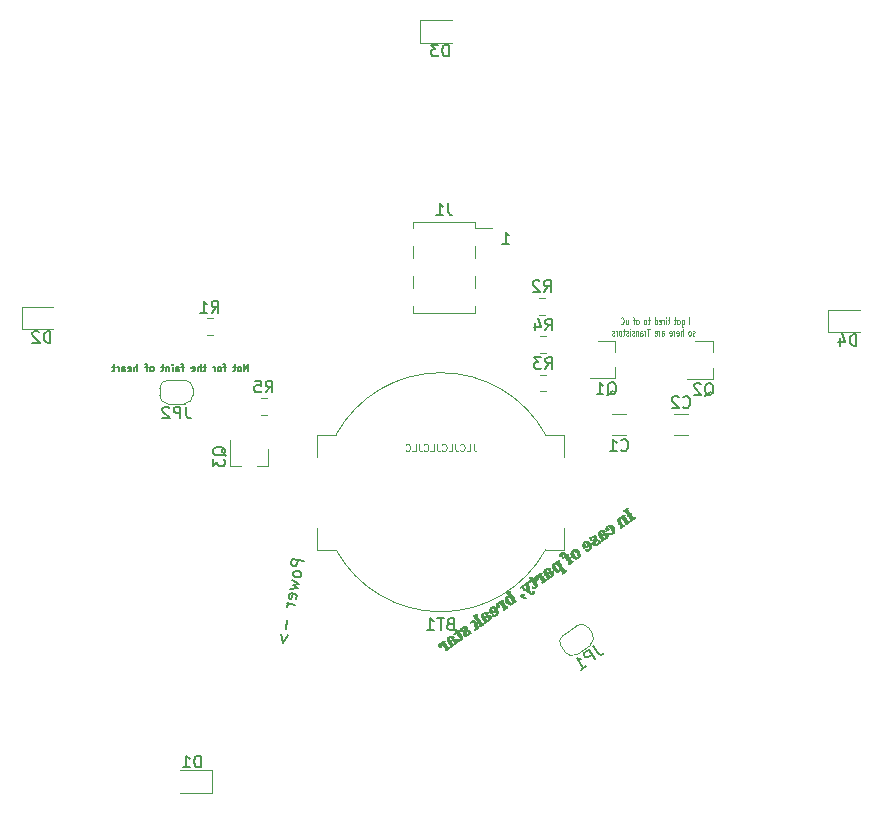
<source format=gbr>
G04 #@! TF.GenerationSoftware,KiCad,Pcbnew,5.1.2*
G04 #@! TF.CreationDate,2019-06-27T23:50:08-05:00*
G04 #@! TF.ProjectId,PartyStar,50617274-7953-4746-9172-2e6b69636164,rev?*
G04 #@! TF.SameCoordinates,Original*
G04 #@! TF.FileFunction,Legend,Bot*
G04 #@! TF.FilePolarity,Positive*
%FSLAX46Y46*%
G04 Gerber Fmt 4.6, Leading zero omitted, Abs format (unit mm)*
G04 Created by KiCad (PCBNEW 5.1.2) date 2019-06-27 23:50:08*
%MOMM*%
%LPD*%
G04 APERTURE LIST*
%ADD10C,0.150000*%
%ADD11C,0.050000*%
%ADD12C,0.010000*%
%ADD13C,0.120000*%
G04 APERTURE END LIST*
D10*
X128714285Y-102271428D02*
X128714285Y-101671428D01*
X128371428Y-102271428D01*
X128371428Y-101671428D01*
X128000000Y-102271428D02*
X128057142Y-102242857D01*
X128085714Y-102214285D01*
X128114285Y-102157142D01*
X128114285Y-101985714D01*
X128085714Y-101928571D01*
X128057142Y-101900000D01*
X128000000Y-101871428D01*
X127914285Y-101871428D01*
X127857142Y-101900000D01*
X127828571Y-101928571D01*
X127800000Y-101985714D01*
X127800000Y-102157142D01*
X127828571Y-102214285D01*
X127857142Y-102242857D01*
X127914285Y-102271428D01*
X128000000Y-102271428D01*
X127628571Y-101871428D02*
X127400000Y-101871428D01*
X127542857Y-101671428D02*
X127542857Y-102185714D01*
X127514285Y-102242857D01*
X127457142Y-102271428D01*
X127400000Y-102271428D01*
X126828571Y-101871428D02*
X126600000Y-101871428D01*
X126742857Y-102271428D02*
X126742857Y-101757142D01*
X126714285Y-101700000D01*
X126657142Y-101671428D01*
X126600000Y-101671428D01*
X126314285Y-102271428D02*
X126371428Y-102242857D01*
X126400000Y-102214285D01*
X126428571Y-102157142D01*
X126428571Y-101985714D01*
X126400000Y-101928571D01*
X126371428Y-101900000D01*
X126314285Y-101871428D01*
X126228571Y-101871428D01*
X126171428Y-101900000D01*
X126142857Y-101928571D01*
X126114285Y-101985714D01*
X126114285Y-102157142D01*
X126142857Y-102214285D01*
X126171428Y-102242857D01*
X126228571Y-102271428D01*
X126314285Y-102271428D01*
X125857142Y-102271428D02*
X125857142Y-101871428D01*
X125857142Y-101985714D02*
X125828571Y-101928571D01*
X125800000Y-101900000D01*
X125742857Y-101871428D01*
X125685714Y-101871428D01*
X125114285Y-101871428D02*
X124885714Y-101871428D01*
X125028571Y-101671428D02*
X125028571Y-102185714D01*
X125000000Y-102242857D01*
X124942857Y-102271428D01*
X124885714Y-102271428D01*
X124685714Y-102271428D02*
X124685714Y-101671428D01*
X124428571Y-102271428D02*
X124428571Y-101957142D01*
X124457142Y-101900000D01*
X124514285Y-101871428D01*
X124600000Y-101871428D01*
X124657142Y-101900000D01*
X124685714Y-101928571D01*
X123914285Y-102242857D02*
X123971428Y-102271428D01*
X124085714Y-102271428D01*
X124142857Y-102242857D01*
X124171428Y-102185714D01*
X124171428Y-101957142D01*
X124142857Y-101900000D01*
X124085714Y-101871428D01*
X123971428Y-101871428D01*
X123914285Y-101900000D01*
X123885714Y-101957142D01*
X123885714Y-102014285D01*
X124171428Y-102071428D01*
X123257142Y-101871428D02*
X123028571Y-101871428D01*
X123171428Y-102271428D02*
X123171428Y-101757142D01*
X123142857Y-101700000D01*
X123085714Y-101671428D01*
X123028571Y-101671428D01*
X122571428Y-102271428D02*
X122571428Y-101957142D01*
X122600000Y-101900000D01*
X122657142Y-101871428D01*
X122771428Y-101871428D01*
X122828571Y-101900000D01*
X122571428Y-102242857D02*
X122628571Y-102271428D01*
X122771428Y-102271428D01*
X122828571Y-102242857D01*
X122857142Y-102185714D01*
X122857142Y-102128571D01*
X122828571Y-102071428D01*
X122771428Y-102042857D01*
X122628571Y-102042857D01*
X122571428Y-102014285D01*
X122285714Y-102271428D02*
X122285714Y-101871428D01*
X122285714Y-101671428D02*
X122314285Y-101700000D01*
X122285714Y-101728571D01*
X122257142Y-101700000D01*
X122285714Y-101671428D01*
X122285714Y-101728571D01*
X122000000Y-101871428D02*
X122000000Y-102271428D01*
X122000000Y-101928571D02*
X121971428Y-101900000D01*
X121914285Y-101871428D01*
X121828571Y-101871428D01*
X121771428Y-101900000D01*
X121742857Y-101957142D01*
X121742857Y-102271428D01*
X121542857Y-101871428D02*
X121314285Y-101871428D01*
X121457142Y-101671428D02*
X121457142Y-102185714D01*
X121428571Y-102242857D01*
X121371428Y-102271428D01*
X121314285Y-102271428D01*
X120571428Y-102271428D02*
X120628571Y-102242857D01*
X120657142Y-102214285D01*
X120685714Y-102157142D01*
X120685714Y-101985714D01*
X120657142Y-101928571D01*
X120628571Y-101900000D01*
X120571428Y-101871428D01*
X120485714Y-101871428D01*
X120428571Y-101900000D01*
X120400000Y-101928571D01*
X120371428Y-101985714D01*
X120371428Y-102157142D01*
X120400000Y-102214285D01*
X120428571Y-102242857D01*
X120485714Y-102271428D01*
X120571428Y-102271428D01*
X120200000Y-101871428D02*
X119971428Y-101871428D01*
X120114285Y-102271428D02*
X120114285Y-101757142D01*
X120085714Y-101700000D01*
X120028571Y-101671428D01*
X119971428Y-101671428D01*
X119314285Y-102271428D02*
X119314285Y-101671428D01*
X119057142Y-102271428D02*
X119057142Y-101957142D01*
X119085714Y-101900000D01*
X119142857Y-101871428D01*
X119228571Y-101871428D01*
X119285714Y-101900000D01*
X119314285Y-101928571D01*
X118542857Y-102242857D02*
X118600000Y-102271428D01*
X118714285Y-102271428D01*
X118771428Y-102242857D01*
X118800000Y-102185714D01*
X118800000Y-101957142D01*
X118771428Y-101900000D01*
X118714285Y-101871428D01*
X118600000Y-101871428D01*
X118542857Y-101900000D01*
X118514285Y-101957142D01*
X118514285Y-102014285D01*
X118800000Y-102071428D01*
X118000000Y-102271428D02*
X118000000Y-101957142D01*
X118028571Y-101900000D01*
X118085714Y-101871428D01*
X118200000Y-101871428D01*
X118257142Y-101900000D01*
X118000000Y-102242857D02*
X118057142Y-102271428D01*
X118200000Y-102271428D01*
X118257142Y-102242857D01*
X118285714Y-102185714D01*
X118285714Y-102128571D01*
X118257142Y-102071428D01*
X118200000Y-102042857D01*
X118057142Y-102042857D01*
X118000000Y-102014285D01*
X117714285Y-102271428D02*
X117714285Y-101871428D01*
X117714285Y-101985714D02*
X117685714Y-101928571D01*
X117657142Y-101900000D01*
X117600000Y-101871428D01*
X117542857Y-101871428D01*
X117428571Y-101871428D02*
X117200000Y-101871428D01*
X117342857Y-101671428D02*
X117342857Y-102185714D01*
X117314285Y-102242857D01*
X117257142Y-102271428D01*
X117200000Y-102271428D01*
D11*
X147771428Y-108421428D02*
X147771428Y-108850000D01*
X147800000Y-108935714D01*
X147857142Y-108992857D01*
X147942857Y-109021428D01*
X148000000Y-109021428D01*
X147200000Y-109021428D02*
X147485714Y-109021428D01*
X147485714Y-108421428D01*
X146657142Y-108964285D02*
X146685714Y-108992857D01*
X146771428Y-109021428D01*
X146828571Y-109021428D01*
X146914285Y-108992857D01*
X146971428Y-108935714D01*
X147000000Y-108878571D01*
X147028571Y-108764285D01*
X147028571Y-108678571D01*
X147000000Y-108564285D01*
X146971428Y-108507142D01*
X146914285Y-108450000D01*
X146828571Y-108421428D01*
X146771428Y-108421428D01*
X146685714Y-108450000D01*
X146657142Y-108478571D01*
X146228571Y-108421428D02*
X146228571Y-108850000D01*
X146257142Y-108935714D01*
X146314285Y-108992857D01*
X146400000Y-109021428D01*
X146457142Y-109021428D01*
X145657142Y-109021428D02*
X145942857Y-109021428D01*
X145942857Y-108421428D01*
X145114285Y-108964285D02*
X145142857Y-108992857D01*
X145228571Y-109021428D01*
X145285714Y-109021428D01*
X145371428Y-108992857D01*
X145428571Y-108935714D01*
X145457142Y-108878571D01*
X145485714Y-108764285D01*
X145485714Y-108678571D01*
X145457142Y-108564285D01*
X145428571Y-108507142D01*
X145371428Y-108450000D01*
X145285714Y-108421428D01*
X145228571Y-108421428D01*
X145142857Y-108450000D01*
X145114285Y-108478571D01*
X144685714Y-108421428D02*
X144685714Y-108850000D01*
X144714285Y-108935714D01*
X144771428Y-108992857D01*
X144857142Y-109021428D01*
X144914285Y-109021428D01*
X144114285Y-109021428D02*
X144400000Y-109021428D01*
X144400000Y-108421428D01*
X143571428Y-108964285D02*
X143600000Y-108992857D01*
X143685714Y-109021428D01*
X143742857Y-109021428D01*
X143828571Y-108992857D01*
X143885714Y-108935714D01*
X143914285Y-108878571D01*
X143942857Y-108764285D01*
X143942857Y-108678571D01*
X143914285Y-108564285D01*
X143885714Y-108507142D01*
X143828571Y-108450000D01*
X143742857Y-108421428D01*
X143685714Y-108421428D01*
X143600000Y-108450000D01*
X143571428Y-108478571D01*
X143142857Y-108421428D02*
X143142857Y-108850000D01*
X143171428Y-108935714D01*
X143228571Y-108992857D01*
X143314285Y-109021428D01*
X143371428Y-109021428D01*
X142571428Y-109021428D02*
X142857142Y-109021428D01*
X142857142Y-108421428D01*
X142028571Y-108964285D02*
X142057142Y-108992857D01*
X142142857Y-109021428D01*
X142200000Y-109021428D01*
X142285714Y-108992857D01*
X142342857Y-108935714D01*
X142371428Y-108878571D01*
X142400000Y-108764285D01*
X142400000Y-108678571D01*
X142371428Y-108564285D01*
X142342857Y-108507142D01*
X142285714Y-108450000D01*
X142200000Y-108421428D01*
X142142857Y-108421428D01*
X142057142Y-108450000D01*
X142028571Y-108478571D01*
X166047619Y-98296428D02*
X166047619Y-97696428D01*
X165380952Y-97896428D02*
X165380952Y-98382142D01*
X165400000Y-98439285D01*
X165419047Y-98467857D01*
X165457142Y-98496428D01*
X165514285Y-98496428D01*
X165552380Y-98467857D01*
X165380952Y-98267857D02*
X165419047Y-98296428D01*
X165495238Y-98296428D01*
X165533333Y-98267857D01*
X165552380Y-98239285D01*
X165571428Y-98182142D01*
X165571428Y-98010714D01*
X165552380Y-97953571D01*
X165533333Y-97925000D01*
X165495238Y-97896428D01*
X165419047Y-97896428D01*
X165380952Y-97925000D01*
X165133333Y-98296428D02*
X165171428Y-98267857D01*
X165190476Y-98239285D01*
X165209523Y-98182142D01*
X165209523Y-98010714D01*
X165190476Y-97953571D01*
X165171428Y-97925000D01*
X165133333Y-97896428D01*
X165076190Y-97896428D01*
X165038095Y-97925000D01*
X165019047Y-97953571D01*
X165000000Y-98010714D01*
X165000000Y-98182142D01*
X165019047Y-98239285D01*
X165038095Y-98267857D01*
X165076190Y-98296428D01*
X165133333Y-98296428D01*
X164885714Y-97896428D02*
X164733333Y-97896428D01*
X164828571Y-97696428D02*
X164828571Y-98210714D01*
X164809523Y-98267857D01*
X164771428Y-98296428D01*
X164733333Y-98296428D01*
X164352380Y-97896428D02*
X164200000Y-97896428D01*
X164295238Y-97696428D02*
X164295238Y-98210714D01*
X164276190Y-98267857D01*
X164238095Y-98296428D01*
X164200000Y-98296428D01*
X164066666Y-98296428D02*
X164066666Y-97896428D01*
X164066666Y-97696428D02*
X164085714Y-97725000D01*
X164066666Y-97753571D01*
X164047619Y-97725000D01*
X164066666Y-97696428D01*
X164066666Y-97753571D01*
X163876190Y-98296428D02*
X163876190Y-97896428D01*
X163876190Y-98010714D02*
X163857142Y-97953571D01*
X163838095Y-97925000D01*
X163800000Y-97896428D01*
X163761904Y-97896428D01*
X163476190Y-98267857D02*
X163514285Y-98296428D01*
X163590476Y-98296428D01*
X163628571Y-98267857D01*
X163647619Y-98210714D01*
X163647619Y-97982142D01*
X163628571Y-97925000D01*
X163590476Y-97896428D01*
X163514285Y-97896428D01*
X163476190Y-97925000D01*
X163457142Y-97982142D01*
X163457142Y-98039285D01*
X163647619Y-98096428D01*
X163114285Y-98296428D02*
X163114285Y-97696428D01*
X163114285Y-98267857D02*
X163152380Y-98296428D01*
X163228571Y-98296428D01*
X163266666Y-98267857D01*
X163285714Y-98239285D01*
X163304761Y-98182142D01*
X163304761Y-98010714D01*
X163285714Y-97953571D01*
X163266666Y-97925000D01*
X163228571Y-97896428D01*
X163152380Y-97896428D01*
X163114285Y-97925000D01*
X162676190Y-97896428D02*
X162523809Y-97896428D01*
X162619047Y-97696428D02*
X162619047Y-98210714D01*
X162600000Y-98267857D01*
X162561904Y-98296428D01*
X162523809Y-98296428D01*
X162333333Y-98296428D02*
X162371428Y-98267857D01*
X162390476Y-98239285D01*
X162409523Y-98182142D01*
X162409523Y-98010714D01*
X162390476Y-97953571D01*
X162371428Y-97925000D01*
X162333333Y-97896428D01*
X162276190Y-97896428D01*
X162238095Y-97925000D01*
X162219047Y-97953571D01*
X162200000Y-98010714D01*
X162200000Y-98182142D01*
X162219047Y-98239285D01*
X162238095Y-98267857D01*
X162276190Y-98296428D01*
X162333333Y-98296428D01*
X161666666Y-98296428D02*
X161704761Y-98267857D01*
X161723809Y-98239285D01*
X161742857Y-98182142D01*
X161742857Y-98010714D01*
X161723809Y-97953571D01*
X161704761Y-97925000D01*
X161666666Y-97896428D01*
X161609523Y-97896428D01*
X161571428Y-97925000D01*
X161552380Y-97953571D01*
X161533333Y-98010714D01*
X161533333Y-98182142D01*
X161552380Y-98239285D01*
X161571428Y-98267857D01*
X161609523Y-98296428D01*
X161666666Y-98296428D01*
X161419047Y-97896428D02*
X161266666Y-97896428D01*
X161361904Y-98296428D02*
X161361904Y-97782142D01*
X161342857Y-97725000D01*
X161304761Y-97696428D01*
X161266666Y-97696428D01*
X160657142Y-97896428D02*
X160657142Y-98296428D01*
X160828571Y-97896428D02*
X160828571Y-98210714D01*
X160809523Y-98267857D01*
X160771428Y-98296428D01*
X160714285Y-98296428D01*
X160676190Y-98267857D01*
X160657142Y-98239285D01*
X160238095Y-98239285D02*
X160257142Y-98267857D01*
X160314285Y-98296428D01*
X160352380Y-98296428D01*
X160409523Y-98267857D01*
X160447619Y-98210714D01*
X160466666Y-98153571D01*
X160485714Y-98039285D01*
X160485714Y-97953571D01*
X160466666Y-97839285D01*
X160447619Y-97782142D01*
X160409523Y-97725000D01*
X160352380Y-97696428D01*
X160314285Y-97696428D01*
X160257142Y-97725000D01*
X160238095Y-97753571D01*
X166485714Y-99217857D02*
X166447619Y-99246428D01*
X166371428Y-99246428D01*
X166333333Y-99217857D01*
X166314285Y-99160714D01*
X166314285Y-99132142D01*
X166333333Y-99075000D01*
X166371428Y-99046428D01*
X166428571Y-99046428D01*
X166466666Y-99017857D01*
X166485714Y-98960714D01*
X166485714Y-98932142D01*
X166466666Y-98875000D01*
X166428571Y-98846428D01*
X166371428Y-98846428D01*
X166333333Y-98875000D01*
X166085714Y-99246428D02*
X166123809Y-99217857D01*
X166142857Y-99189285D01*
X166161904Y-99132142D01*
X166161904Y-98960714D01*
X166142857Y-98903571D01*
X166123809Y-98875000D01*
X166085714Y-98846428D01*
X166028571Y-98846428D01*
X165990476Y-98875000D01*
X165971428Y-98903571D01*
X165952380Y-98960714D01*
X165952380Y-99132142D01*
X165971428Y-99189285D01*
X165990476Y-99217857D01*
X166028571Y-99246428D01*
X166085714Y-99246428D01*
X165476190Y-99246428D02*
X165476190Y-98646428D01*
X165304761Y-99246428D02*
X165304761Y-98932142D01*
X165323809Y-98875000D01*
X165361904Y-98846428D01*
X165419047Y-98846428D01*
X165457142Y-98875000D01*
X165476190Y-98903571D01*
X164961904Y-99217857D02*
X165000000Y-99246428D01*
X165076190Y-99246428D01*
X165114285Y-99217857D01*
X165133333Y-99160714D01*
X165133333Y-98932142D01*
X165114285Y-98875000D01*
X165076190Y-98846428D01*
X165000000Y-98846428D01*
X164961904Y-98875000D01*
X164942857Y-98932142D01*
X164942857Y-98989285D01*
X165133333Y-99046428D01*
X164771428Y-99246428D02*
X164771428Y-98846428D01*
X164771428Y-98960714D02*
X164752380Y-98903571D01*
X164733333Y-98875000D01*
X164695238Y-98846428D01*
X164657142Y-98846428D01*
X164371428Y-99217857D02*
X164409523Y-99246428D01*
X164485714Y-99246428D01*
X164523809Y-99217857D01*
X164542857Y-99160714D01*
X164542857Y-98932142D01*
X164523809Y-98875000D01*
X164485714Y-98846428D01*
X164409523Y-98846428D01*
X164371428Y-98875000D01*
X164352380Y-98932142D01*
X164352380Y-98989285D01*
X164542857Y-99046428D01*
X163704761Y-99246428D02*
X163704761Y-98932142D01*
X163723809Y-98875000D01*
X163761904Y-98846428D01*
X163838095Y-98846428D01*
X163876190Y-98875000D01*
X163704761Y-99217857D02*
X163742857Y-99246428D01*
X163838095Y-99246428D01*
X163876190Y-99217857D01*
X163895238Y-99160714D01*
X163895238Y-99103571D01*
X163876190Y-99046428D01*
X163838095Y-99017857D01*
X163742857Y-99017857D01*
X163704761Y-98989285D01*
X163514285Y-99246428D02*
X163514285Y-98846428D01*
X163514285Y-98960714D02*
X163495238Y-98903571D01*
X163476190Y-98875000D01*
X163438095Y-98846428D01*
X163400000Y-98846428D01*
X163114285Y-99217857D02*
X163152380Y-99246428D01*
X163228571Y-99246428D01*
X163266666Y-99217857D01*
X163285714Y-99160714D01*
X163285714Y-98932142D01*
X163266666Y-98875000D01*
X163228571Y-98846428D01*
X163152380Y-98846428D01*
X163114285Y-98875000D01*
X163095238Y-98932142D01*
X163095238Y-98989285D01*
X163285714Y-99046428D01*
X162676190Y-98646428D02*
X162447619Y-98646428D01*
X162561904Y-99246428D02*
X162561904Y-98646428D01*
X162314285Y-99246428D02*
X162314285Y-98846428D01*
X162314285Y-98960714D02*
X162295238Y-98903571D01*
X162276190Y-98875000D01*
X162238095Y-98846428D01*
X162200000Y-98846428D01*
X161895238Y-99246428D02*
X161895238Y-98932142D01*
X161914285Y-98875000D01*
X161952380Y-98846428D01*
X162028571Y-98846428D01*
X162066666Y-98875000D01*
X161895238Y-99217857D02*
X161933333Y-99246428D01*
X162028571Y-99246428D01*
X162066666Y-99217857D01*
X162085714Y-99160714D01*
X162085714Y-99103571D01*
X162066666Y-99046428D01*
X162028571Y-99017857D01*
X161933333Y-99017857D01*
X161895238Y-98989285D01*
X161704761Y-98846428D02*
X161704761Y-99246428D01*
X161704761Y-98903571D02*
X161685714Y-98875000D01*
X161647619Y-98846428D01*
X161590476Y-98846428D01*
X161552380Y-98875000D01*
X161533333Y-98932142D01*
X161533333Y-99246428D01*
X161361904Y-99217857D02*
X161323809Y-99246428D01*
X161247619Y-99246428D01*
X161209523Y-99217857D01*
X161190476Y-99160714D01*
X161190476Y-99132142D01*
X161209523Y-99075000D01*
X161247619Y-99046428D01*
X161304761Y-99046428D01*
X161342857Y-99017857D01*
X161361904Y-98960714D01*
X161361904Y-98932142D01*
X161342857Y-98875000D01*
X161304761Y-98846428D01*
X161247619Y-98846428D01*
X161209523Y-98875000D01*
X161019047Y-99246428D02*
X161019047Y-98846428D01*
X161019047Y-98646428D02*
X161038095Y-98675000D01*
X161019047Y-98703571D01*
X161000000Y-98675000D01*
X161019047Y-98646428D01*
X161019047Y-98703571D01*
X160847619Y-99217857D02*
X160809523Y-99246428D01*
X160733333Y-99246428D01*
X160695238Y-99217857D01*
X160676190Y-99160714D01*
X160676190Y-99132142D01*
X160695238Y-99075000D01*
X160733333Y-99046428D01*
X160790476Y-99046428D01*
X160828571Y-99017857D01*
X160847619Y-98960714D01*
X160847619Y-98932142D01*
X160828571Y-98875000D01*
X160790476Y-98846428D01*
X160733333Y-98846428D01*
X160695238Y-98875000D01*
X160561904Y-98846428D02*
X160409523Y-98846428D01*
X160504761Y-98646428D02*
X160504761Y-99160714D01*
X160485714Y-99217857D01*
X160447619Y-99246428D01*
X160409523Y-99246428D01*
X160219047Y-99246428D02*
X160257142Y-99217857D01*
X160276190Y-99189285D01*
X160295238Y-99132142D01*
X160295238Y-98960714D01*
X160276190Y-98903571D01*
X160257142Y-98875000D01*
X160219047Y-98846428D01*
X160161904Y-98846428D01*
X160123809Y-98875000D01*
X160104761Y-98903571D01*
X160085714Y-98960714D01*
X160085714Y-99132142D01*
X160104761Y-99189285D01*
X160123809Y-99217857D01*
X160161904Y-99246428D01*
X160219047Y-99246428D01*
X159914285Y-99246428D02*
X159914285Y-98846428D01*
X159914285Y-98960714D02*
X159895238Y-98903571D01*
X159876190Y-98875000D01*
X159838095Y-98846428D01*
X159800000Y-98846428D01*
X159685714Y-99217857D02*
X159647619Y-99246428D01*
X159571428Y-99246428D01*
X159533333Y-99217857D01*
X159514285Y-99160714D01*
X159514285Y-99132142D01*
X159533333Y-99075000D01*
X159571428Y-99046428D01*
X159628571Y-99046428D01*
X159666666Y-99017857D01*
X159685714Y-98960714D01*
X159685714Y-98932142D01*
X159666666Y-98875000D01*
X159628571Y-98846428D01*
X159571428Y-98846428D01*
X159533333Y-98875000D01*
D10*
X150214285Y-91452380D02*
X150785714Y-91452380D01*
X150500000Y-91452380D02*
X150500000Y-90452380D01*
X150595238Y-90595238D01*
X150690476Y-90690476D01*
X150785714Y-90738095D01*
D12*
G36*
X145304317Y-125065961D02*
G01*
X145334420Y-125087371D01*
X145341976Y-125109693D01*
X145326231Y-125129199D01*
X145317949Y-125133473D01*
X145291591Y-125156004D01*
X145287403Y-125190399D01*
X145305378Y-125236142D01*
X145319519Y-125258588D01*
X145350112Y-125298438D01*
X145377810Y-125320320D01*
X145410681Y-125329179D01*
X145436585Y-125330300D01*
X145461842Y-125332320D01*
X145466745Y-125341698D01*
X145460946Y-125354865D01*
X145450039Y-125385369D01*
X145451414Y-125418144D01*
X145466489Y-125458002D01*
X145496679Y-125509753D01*
X145514432Y-125536524D01*
X145554101Y-125591758D01*
X145585102Y-125626300D01*
X145610310Y-125642087D01*
X145632595Y-125641055D01*
X145651109Y-125628650D01*
X145677198Y-125614596D01*
X145695212Y-125623824D01*
X145701800Y-125653977D01*
X145691870Y-125681556D01*
X145668021Y-125710414D01*
X145639161Y-125731469D01*
X145620671Y-125736700D01*
X145603668Y-125745244D01*
X145578618Y-125766562D01*
X145570507Y-125774800D01*
X145543203Y-125798935D01*
X145519525Y-125812087D01*
X145514681Y-125812900D01*
X145494649Y-125821481D01*
X145466359Y-125843260D01*
X145451646Y-125857350D01*
X145413538Y-125889878D01*
X145381274Y-125900381D01*
X145350070Y-125889905D01*
X145339102Y-125881952D01*
X145323541Y-125865766D01*
X145328909Y-125856327D01*
X145331912Y-125854964D01*
X145361126Y-125835872D01*
X145384238Y-125808959D01*
X145394276Y-125783047D01*
X145393700Y-125776800D01*
X145382522Y-125753649D01*
X145358790Y-125715380D01*
X145325896Y-125666644D01*
X145287235Y-125612091D01*
X145246203Y-125556371D01*
X145206193Y-125504136D01*
X145170600Y-125460034D01*
X145142818Y-125428716D01*
X145132464Y-125418926D01*
X145090491Y-125391249D01*
X145040637Y-125367686D01*
X145023272Y-125361700D01*
X144984188Y-125351363D01*
X144959395Y-125349878D01*
X144939350Y-125357313D01*
X144931197Y-125362358D01*
X144907015Y-125388765D01*
X144903869Y-125417700D01*
X144918576Y-125444027D01*
X144947958Y-125462606D01*
X144988832Y-125468301D01*
X144996383Y-125467655D01*
X145026540Y-125466148D01*
X145039121Y-125473682D01*
X145041400Y-125490045D01*
X145033036Y-125519771D01*
X145022193Y-125533629D01*
X145009994Y-125551045D01*
X145017927Y-125567572D01*
X145024425Y-125589511D01*
X145006764Y-125609054D01*
X144966135Y-125625375D01*
X144920036Y-125635216D01*
X144861985Y-125642211D01*
X144825708Y-125640213D01*
X144809052Y-125628759D01*
X144808721Y-125611224D01*
X144805561Y-125588408D01*
X144791085Y-125553787D01*
X144775667Y-125526629D01*
X144746967Y-125471750D01*
X144738414Y-125425683D01*
X144749628Y-125382273D01*
X144765175Y-125355693D01*
X144813635Y-125305099D01*
X144873292Y-125276105D01*
X144940696Y-125269556D01*
X145012403Y-125286295D01*
X145025576Y-125291881D01*
X145079603Y-125316404D01*
X145047801Y-125269604D01*
X145043532Y-125261995D01*
X145219602Y-125261995D01*
X145226549Y-125284893D01*
X145245756Y-125323115D01*
X145274160Y-125371726D01*
X145308699Y-125425794D01*
X145346313Y-125480381D01*
X145383940Y-125530555D01*
X145393966Y-125543025D01*
X145428033Y-125580579D01*
X145449560Y-125596478D01*
X145457280Y-125591826D01*
X145449928Y-125567726D01*
X145426239Y-125525283D01*
X145421968Y-125518591D01*
X145393086Y-125468809D01*
X145379027Y-125432485D01*
X145378650Y-125416991D01*
X145377954Y-125397468D01*
X145367421Y-125393800D01*
X145345931Y-125383265D01*
X145313861Y-125353248D01*
X145273560Y-125306128D01*
X145248177Y-125273029D01*
X145229886Y-125249903D01*
X145221749Y-125246182D01*
X145219633Y-125260269D01*
X145219602Y-125261995D01*
X145043532Y-125261995D01*
X145027993Y-125234300D01*
X145016875Y-125202544D01*
X145016000Y-125194722D01*
X145027411Y-125164295D01*
X145056498Y-125139989D01*
X145095537Y-125127637D01*
X145105512Y-125127100D01*
X145138449Y-125117634D01*
X145167781Y-125096008D01*
X145211971Y-125064755D01*
X145261814Y-125055382D01*
X145304317Y-125065961D01*
X145304317Y-125065961D01*
G37*
X145304317Y-125065961D02*
X145334420Y-125087371D01*
X145341976Y-125109693D01*
X145326231Y-125129199D01*
X145317949Y-125133473D01*
X145291591Y-125156004D01*
X145287403Y-125190399D01*
X145305378Y-125236142D01*
X145319519Y-125258588D01*
X145350112Y-125298438D01*
X145377810Y-125320320D01*
X145410681Y-125329179D01*
X145436585Y-125330300D01*
X145461842Y-125332320D01*
X145466745Y-125341698D01*
X145460946Y-125354865D01*
X145450039Y-125385369D01*
X145451414Y-125418144D01*
X145466489Y-125458002D01*
X145496679Y-125509753D01*
X145514432Y-125536524D01*
X145554101Y-125591758D01*
X145585102Y-125626300D01*
X145610310Y-125642087D01*
X145632595Y-125641055D01*
X145651109Y-125628650D01*
X145677198Y-125614596D01*
X145695212Y-125623824D01*
X145701800Y-125653977D01*
X145691870Y-125681556D01*
X145668021Y-125710414D01*
X145639161Y-125731469D01*
X145620671Y-125736700D01*
X145603668Y-125745244D01*
X145578618Y-125766562D01*
X145570507Y-125774800D01*
X145543203Y-125798935D01*
X145519525Y-125812087D01*
X145514681Y-125812900D01*
X145494649Y-125821481D01*
X145466359Y-125843260D01*
X145451646Y-125857350D01*
X145413538Y-125889878D01*
X145381274Y-125900381D01*
X145350070Y-125889905D01*
X145339102Y-125881952D01*
X145323541Y-125865766D01*
X145328909Y-125856327D01*
X145331912Y-125854964D01*
X145361126Y-125835872D01*
X145384238Y-125808959D01*
X145394276Y-125783047D01*
X145393700Y-125776800D01*
X145382522Y-125753649D01*
X145358790Y-125715380D01*
X145325896Y-125666644D01*
X145287235Y-125612091D01*
X145246203Y-125556371D01*
X145206193Y-125504136D01*
X145170600Y-125460034D01*
X145142818Y-125428716D01*
X145132464Y-125418926D01*
X145090491Y-125391249D01*
X145040637Y-125367686D01*
X145023272Y-125361700D01*
X144984188Y-125351363D01*
X144959395Y-125349878D01*
X144939350Y-125357313D01*
X144931197Y-125362358D01*
X144907015Y-125388765D01*
X144903869Y-125417700D01*
X144918576Y-125444027D01*
X144947958Y-125462606D01*
X144988832Y-125468301D01*
X144996383Y-125467655D01*
X145026540Y-125466148D01*
X145039121Y-125473682D01*
X145041400Y-125490045D01*
X145033036Y-125519771D01*
X145022193Y-125533629D01*
X145009994Y-125551045D01*
X145017927Y-125567572D01*
X145024425Y-125589511D01*
X145006764Y-125609054D01*
X144966135Y-125625375D01*
X144920036Y-125635216D01*
X144861985Y-125642211D01*
X144825708Y-125640213D01*
X144809052Y-125628759D01*
X144808721Y-125611224D01*
X144805561Y-125588408D01*
X144791085Y-125553787D01*
X144775667Y-125526629D01*
X144746967Y-125471750D01*
X144738414Y-125425683D01*
X144749628Y-125382273D01*
X144765175Y-125355693D01*
X144813635Y-125305099D01*
X144873292Y-125276105D01*
X144940696Y-125269556D01*
X145012403Y-125286295D01*
X145025576Y-125291881D01*
X145079603Y-125316404D01*
X145047801Y-125269604D01*
X145043532Y-125261995D01*
X145219602Y-125261995D01*
X145226549Y-125284893D01*
X145245756Y-125323115D01*
X145274160Y-125371726D01*
X145308699Y-125425794D01*
X145346313Y-125480381D01*
X145383940Y-125530555D01*
X145393966Y-125543025D01*
X145428033Y-125580579D01*
X145449560Y-125596478D01*
X145457280Y-125591826D01*
X145449928Y-125567726D01*
X145426239Y-125525283D01*
X145421968Y-125518591D01*
X145393086Y-125468809D01*
X145379027Y-125432485D01*
X145378650Y-125416991D01*
X145377954Y-125397468D01*
X145367421Y-125393800D01*
X145345931Y-125383265D01*
X145313861Y-125353248D01*
X145273560Y-125306128D01*
X145248177Y-125273029D01*
X145229886Y-125249903D01*
X145221749Y-125246182D01*
X145219633Y-125260269D01*
X145219602Y-125261995D01*
X145043532Y-125261995D01*
X145027993Y-125234300D01*
X145016875Y-125202544D01*
X145016000Y-125194722D01*
X145027411Y-125164295D01*
X145056498Y-125139989D01*
X145095537Y-125127637D01*
X145105512Y-125127100D01*
X145138449Y-125117634D01*
X145167781Y-125096008D01*
X145211971Y-125064755D01*
X145261814Y-125055382D01*
X145304317Y-125065961D01*
G36*
X145961514Y-124646269D02*
G01*
X145974850Y-124652660D01*
X146014040Y-124673714D01*
X146048574Y-124691961D01*
X146072143Y-124706296D01*
X146075804Y-124719337D01*
X146064542Y-124737854D01*
X146045095Y-124769403D01*
X146026902Y-124805201D01*
X146006367Y-124835241D01*
X145980484Y-124853796D01*
X145956220Y-124857327D01*
X145943129Y-124847747D01*
X145926498Y-124839007D01*
X145909790Y-124844672D01*
X145879081Y-124853309D01*
X145862856Y-124841236D01*
X145862478Y-124809492D01*
X145862627Y-124808738D01*
X145862924Y-124773172D01*
X145854226Y-124752481D01*
X145825450Y-124735901D01*
X145785495Y-124734865D01*
X145742609Y-124748554D01*
X145715474Y-124766278D01*
X145684849Y-124803468D01*
X145676515Y-124846283D01*
X145690499Y-124897015D01*
X145717675Y-124944689D01*
X145752565Y-124987644D01*
X145788291Y-125009334D01*
X145829263Y-125010342D01*
X145879887Y-124991250D01*
X145915971Y-124970854D01*
X145951350Y-124950422D01*
X146063750Y-124950422D01*
X146110352Y-124975040D01*
X146159847Y-125011490D01*
X146197630Y-125059069D01*
X146213303Y-125095350D01*
X146221266Y-125127052D01*
X146228372Y-125157511D01*
X146237032Y-125181660D01*
X146248052Y-125182570D01*
X146250427Y-125180452D01*
X146257767Y-125159882D01*
X146254882Y-125120745D01*
X146251771Y-125103528D01*
X146246112Y-125059015D01*
X146248106Y-125026866D01*
X146250578Y-125020262D01*
X146254055Y-125004628D01*
X146236724Y-125000115D01*
X146234659Y-125000100D01*
X146205475Y-124992430D01*
X146175165Y-124974700D01*
X146139117Y-124956375D01*
X146103312Y-124949861D01*
X146063750Y-124950422D01*
X145951350Y-124950422D01*
X145991224Y-124927395D01*
X146051915Y-124899413D01*
X146102957Y-124886079D01*
X146149266Y-124886566D01*
X146195755Y-124900046D01*
X146232505Y-124917550D01*
X146269503Y-124935588D01*
X146299075Y-124947091D01*
X146309605Y-124949300D01*
X146321647Y-124958759D01*
X146320132Y-124975800D01*
X146318718Y-125003082D01*
X146322718Y-125043701D01*
X146327305Y-125069535D01*
X146334606Y-125115458D01*
X146332559Y-125151632D01*
X146320191Y-125192288D01*
X146318616Y-125196449D01*
X146282304Y-125262650D01*
X146230147Y-125319632D01*
X146167829Y-125363093D01*
X146101034Y-125388731D01*
X146057905Y-125393800D01*
X146024887Y-125395575D01*
X146010135Y-125403649D01*
X146006608Y-125422145D01*
X146006600Y-125423837D01*
X145998002Y-125457557D01*
X145976791Y-125490619D01*
X145949840Y-125514346D01*
X145929771Y-125520800D01*
X145905341Y-125530683D01*
X145886064Y-125550592D01*
X145859996Y-125577564D01*
X145824980Y-125599704D01*
X145792855Y-125609650D01*
X145791009Y-125609700D01*
X145774091Y-125601605D01*
X145758860Y-125588746D01*
X145746620Y-125573246D01*
X145750289Y-125559941D01*
X145772247Y-125540411D01*
X145772582Y-125540144D01*
X145792437Y-125519993D01*
X145799927Y-125497863D01*
X145793975Y-125469815D01*
X145773503Y-125431907D01*
X145737435Y-125380198D01*
X145723897Y-125362050D01*
X145688326Y-125316873D01*
X145661620Y-125289064D01*
X145639064Y-125274524D01*
X145617190Y-125269267D01*
X145591349Y-125264871D01*
X145581621Y-125253250D01*
X145582676Y-125226313D01*
X145583704Y-125218428D01*
X145584620Y-125187057D01*
X145575971Y-125156989D01*
X145554737Y-125119368D01*
X145544767Y-125104252D01*
X145505080Y-125032152D01*
X145487943Y-124965855D01*
X145488624Y-124952966D01*
X145625256Y-124952966D01*
X145626069Y-124968147D01*
X145637655Y-124997101D01*
X145657998Y-125036396D01*
X145685078Y-125082601D01*
X145716881Y-125132284D01*
X145751386Y-125182013D01*
X145786579Y-125228356D01*
X145820440Y-125267882D01*
X145822398Y-125269975D01*
X145850538Y-125296833D01*
X145873602Y-125313697D01*
X145887500Y-125318470D01*
X145888142Y-125309053D01*
X145884304Y-125301725D01*
X145868764Y-125277646D01*
X145843166Y-125240014D01*
X145810548Y-125193092D01*
X145773947Y-125141143D01*
X145738766Y-125091749D01*
X145818127Y-125091749D01*
X145881771Y-125182449D01*
X145913986Y-125226738D01*
X145943887Y-125265037D01*
X145966334Y-125290848D01*
X145971065Y-125295375D01*
X146009351Y-125314420D01*
X146051169Y-125314154D01*
X146086628Y-125294841D01*
X146089115Y-125292238D01*
X146107780Y-125253813D01*
X146107785Y-125204913D01*
X146090678Y-125155456D01*
X146071704Y-125127753D01*
X146043479Y-125095974D01*
X146012444Y-125066339D01*
X145985044Y-125045066D01*
X145969188Y-125038200D01*
X145952097Y-125042446D01*
X145919339Y-125053436D01*
X145888093Y-125064974D01*
X145818127Y-125091749D01*
X145738766Y-125091749D01*
X145736401Y-125088430D01*
X145700947Y-125039217D01*
X145670624Y-124997766D01*
X145648469Y-124968339D01*
X145637520Y-124955202D01*
X145637233Y-124954991D01*
X145625256Y-124952966D01*
X145488624Y-124952966D01*
X145491006Y-124907891D01*
X145514750Y-124845852D01*
X145557717Y-124787339D01*
X145615306Y-124734782D01*
X145682914Y-124690606D01*
X145755941Y-124657239D01*
X145829784Y-124637110D01*
X145899842Y-124632644D01*
X145961514Y-124646269D01*
X145961514Y-124646269D01*
G37*
X145961514Y-124646269D02*
X145974850Y-124652660D01*
X146014040Y-124673714D01*
X146048574Y-124691961D01*
X146072143Y-124706296D01*
X146075804Y-124719337D01*
X146064542Y-124737854D01*
X146045095Y-124769403D01*
X146026902Y-124805201D01*
X146006367Y-124835241D01*
X145980484Y-124853796D01*
X145956220Y-124857327D01*
X145943129Y-124847747D01*
X145926498Y-124839007D01*
X145909790Y-124844672D01*
X145879081Y-124853309D01*
X145862856Y-124841236D01*
X145862478Y-124809492D01*
X145862627Y-124808738D01*
X145862924Y-124773172D01*
X145854226Y-124752481D01*
X145825450Y-124735901D01*
X145785495Y-124734865D01*
X145742609Y-124748554D01*
X145715474Y-124766278D01*
X145684849Y-124803468D01*
X145676515Y-124846283D01*
X145690499Y-124897015D01*
X145717675Y-124944689D01*
X145752565Y-124987644D01*
X145788291Y-125009334D01*
X145829263Y-125010342D01*
X145879887Y-124991250D01*
X145915971Y-124970854D01*
X145951350Y-124950422D01*
X146063750Y-124950422D01*
X146110352Y-124975040D01*
X146159847Y-125011490D01*
X146197630Y-125059069D01*
X146213303Y-125095350D01*
X146221266Y-125127052D01*
X146228372Y-125157511D01*
X146237032Y-125181660D01*
X146248052Y-125182570D01*
X146250427Y-125180452D01*
X146257767Y-125159882D01*
X146254882Y-125120745D01*
X146251771Y-125103528D01*
X146246112Y-125059015D01*
X146248106Y-125026866D01*
X146250578Y-125020262D01*
X146254055Y-125004628D01*
X146236724Y-125000115D01*
X146234659Y-125000100D01*
X146205475Y-124992430D01*
X146175165Y-124974700D01*
X146139117Y-124956375D01*
X146103312Y-124949861D01*
X146063750Y-124950422D01*
X145951350Y-124950422D01*
X145991224Y-124927395D01*
X146051915Y-124899413D01*
X146102957Y-124886079D01*
X146149266Y-124886566D01*
X146195755Y-124900046D01*
X146232505Y-124917550D01*
X146269503Y-124935588D01*
X146299075Y-124947091D01*
X146309605Y-124949300D01*
X146321647Y-124958759D01*
X146320132Y-124975800D01*
X146318718Y-125003082D01*
X146322718Y-125043701D01*
X146327305Y-125069535D01*
X146334606Y-125115458D01*
X146332559Y-125151632D01*
X146320191Y-125192288D01*
X146318616Y-125196449D01*
X146282304Y-125262650D01*
X146230147Y-125319632D01*
X146167829Y-125363093D01*
X146101034Y-125388731D01*
X146057905Y-125393800D01*
X146024887Y-125395575D01*
X146010135Y-125403649D01*
X146006608Y-125422145D01*
X146006600Y-125423837D01*
X145998002Y-125457557D01*
X145976791Y-125490619D01*
X145949840Y-125514346D01*
X145929771Y-125520800D01*
X145905341Y-125530683D01*
X145886064Y-125550592D01*
X145859996Y-125577564D01*
X145824980Y-125599704D01*
X145792855Y-125609650D01*
X145791009Y-125609700D01*
X145774091Y-125601605D01*
X145758860Y-125588746D01*
X145746620Y-125573246D01*
X145750289Y-125559941D01*
X145772247Y-125540411D01*
X145772582Y-125540144D01*
X145792437Y-125519993D01*
X145799927Y-125497863D01*
X145793975Y-125469815D01*
X145773503Y-125431907D01*
X145737435Y-125380198D01*
X145723897Y-125362050D01*
X145688326Y-125316873D01*
X145661620Y-125289064D01*
X145639064Y-125274524D01*
X145617190Y-125269267D01*
X145591349Y-125264871D01*
X145581621Y-125253250D01*
X145582676Y-125226313D01*
X145583704Y-125218428D01*
X145584620Y-125187057D01*
X145575971Y-125156989D01*
X145554737Y-125119368D01*
X145544767Y-125104252D01*
X145505080Y-125032152D01*
X145487943Y-124965855D01*
X145488624Y-124952966D01*
X145625256Y-124952966D01*
X145626069Y-124968147D01*
X145637655Y-124997101D01*
X145657998Y-125036396D01*
X145685078Y-125082601D01*
X145716881Y-125132284D01*
X145751386Y-125182013D01*
X145786579Y-125228356D01*
X145820440Y-125267882D01*
X145822398Y-125269975D01*
X145850538Y-125296833D01*
X145873602Y-125313697D01*
X145887500Y-125318470D01*
X145888142Y-125309053D01*
X145884304Y-125301725D01*
X145868764Y-125277646D01*
X145843166Y-125240014D01*
X145810548Y-125193092D01*
X145773947Y-125141143D01*
X145738766Y-125091749D01*
X145818127Y-125091749D01*
X145881771Y-125182449D01*
X145913986Y-125226738D01*
X145943887Y-125265037D01*
X145966334Y-125290848D01*
X145971065Y-125295375D01*
X146009351Y-125314420D01*
X146051169Y-125314154D01*
X146086628Y-125294841D01*
X146089115Y-125292238D01*
X146107780Y-125253813D01*
X146107785Y-125204913D01*
X146090678Y-125155456D01*
X146071704Y-125127753D01*
X146043479Y-125095974D01*
X146012444Y-125066339D01*
X145985044Y-125045066D01*
X145969188Y-125038200D01*
X145952097Y-125042446D01*
X145919339Y-125053436D01*
X145888093Y-125064974D01*
X145818127Y-125091749D01*
X145738766Y-125091749D01*
X145736401Y-125088430D01*
X145700947Y-125039217D01*
X145670624Y-124997766D01*
X145648469Y-124968339D01*
X145637520Y-124955202D01*
X145637233Y-124954991D01*
X145625256Y-124952966D01*
X145488624Y-124952966D01*
X145491006Y-124907891D01*
X145514750Y-124845852D01*
X145557717Y-124787339D01*
X145615306Y-124734782D01*
X145682914Y-124690606D01*
X145755941Y-124657239D01*
X145829784Y-124637110D01*
X145899842Y-124632644D01*
X145961514Y-124646269D01*
G36*
X146135387Y-124092441D02*
G01*
X146169367Y-124103586D01*
X146171977Y-124104893D01*
X146203134Y-124117409D01*
X146223560Y-124114685D01*
X146229623Y-124110458D01*
X146260024Y-124100464D01*
X146301123Y-124107103D01*
X146346345Y-124128381D01*
X146383900Y-124157227D01*
X146414532Y-124183627D01*
X146435125Y-124193473D01*
X146452046Y-124189604D01*
X146453945Y-124188470D01*
X146493899Y-124175591D01*
X146536714Y-124179458D01*
X146570747Y-124198925D01*
X146571820Y-124200077D01*
X146586970Y-124219626D01*
X146589663Y-124228652D01*
X146575636Y-124236553D01*
X146559050Y-124245730D01*
X146534646Y-124271618D01*
X146531204Y-124309157D01*
X146548605Y-124355831D01*
X146565586Y-124382511D01*
X146609979Y-124432158D01*
X146655546Y-124460603D01*
X146686647Y-124466700D01*
X146701090Y-124468408D01*
X146703577Y-124478322D01*
X146695253Y-124503626D01*
X146693346Y-124508660D01*
X146689443Y-124529002D01*
X146694791Y-124553006D01*
X146711512Y-124586870D01*
X146731644Y-124620611D01*
X146771257Y-124691109D01*
X146794103Y-124749217D01*
X146801603Y-124800281D01*
X146795174Y-124849645D01*
X146793786Y-124854814D01*
X146764549Y-124919626D01*
X146718506Y-124975093D01*
X146660397Y-125019056D01*
X146594966Y-125049355D01*
X146526953Y-125063831D01*
X146461099Y-125060324D01*
X146402147Y-125036674D01*
X146399003Y-125034614D01*
X146365956Y-125002110D01*
X146350675Y-124964542D01*
X146355257Y-124928739D01*
X146362837Y-124916782D01*
X146388726Y-124899971D01*
X146418698Y-124907675D01*
X146450175Y-124936192D01*
X146491939Y-124971886D01*
X146533373Y-124982193D01*
X146574535Y-124967126D01*
X146581824Y-124961796D01*
X146609832Y-124926858D01*
X146614122Y-124884332D01*
X146594697Y-124833565D01*
X146582851Y-124814547D01*
X146558810Y-124779264D01*
X146526679Y-124732569D01*
X146489268Y-124678491D01*
X146449384Y-124621061D01*
X146409836Y-124564309D01*
X146373433Y-124512265D01*
X146342983Y-124468959D01*
X146321294Y-124438421D01*
X146311176Y-124424681D01*
X146311115Y-124424610D01*
X146297158Y-124426228D01*
X146268795Y-124440168D01*
X146231921Y-124463486D01*
X146228470Y-124465885D01*
X146173167Y-124500217D01*
X146131255Y-124515555D01*
X146100057Y-124512580D01*
X146085339Y-124502260D01*
X146073799Y-124486497D01*
X146074631Y-124470647D01*
X146090359Y-124451204D01*
X146123504Y-124424663D01*
X146159448Y-124399274D01*
X146196983Y-124373768D01*
X146221691Y-124354664D01*
X146233420Y-124337241D01*
X146232022Y-124316779D01*
X146217347Y-124288555D01*
X146206528Y-124272883D01*
X146387600Y-124272883D01*
X146394617Y-124292873D01*
X146413836Y-124329197D01*
X146442505Y-124377653D01*
X146477874Y-124434041D01*
X146517191Y-124494162D01*
X146557706Y-124553815D01*
X146596667Y-124608801D01*
X146631323Y-124654919D01*
X146658924Y-124687969D01*
X146660776Y-124689956D01*
X146691702Y-124719666D01*
X146708583Y-124729182D01*
X146711228Y-124719596D01*
X146699448Y-124692001D01*
X146673057Y-124647491D01*
X146669159Y-124641464D01*
X146639044Y-124590837D01*
X146624908Y-124555038D01*
X146624501Y-124532947D01*
X146626584Y-124512604D01*
X146615105Y-124510946D01*
X146612785Y-124511780D01*
X146598755Y-124510677D01*
X146579200Y-124496891D01*
X146552268Y-124468385D01*
X146516105Y-124423126D01*
X146468860Y-124359078D01*
X146450683Y-124333699D01*
X146419155Y-124291200D01*
X146399226Y-124268952D01*
X146389354Y-124265467D01*
X146387600Y-124272883D01*
X146206528Y-124272883D01*
X146189245Y-124247849D01*
X146153050Y-124197619D01*
X146120976Y-124151976D01*
X146102466Y-124122562D01*
X146095780Y-124105332D01*
X146099182Y-124096243D01*
X146107758Y-124092190D01*
X146135387Y-124092441D01*
X146135387Y-124092441D01*
G37*
X146135387Y-124092441D02*
X146169367Y-124103586D01*
X146171977Y-124104893D01*
X146203134Y-124117409D01*
X146223560Y-124114685D01*
X146229623Y-124110458D01*
X146260024Y-124100464D01*
X146301123Y-124107103D01*
X146346345Y-124128381D01*
X146383900Y-124157227D01*
X146414532Y-124183627D01*
X146435125Y-124193473D01*
X146452046Y-124189604D01*
X146453945Y-124188470D01*
X146493899Y-124175591D01*
X146536714Y-124179458D01*
X146570747Y-124198925D01*
X146571820Y-124200077D01*
X146586970Y-124219626D01*
X146589663Y-124228652D01*
X146575636Y-124236553D01*
X146559050Y-124245730D01*
X146534646Y-124271618D01*
X146531204Y-124309157D01*
X146548605Y-124355831D01*
X146565586Y-124382511D01*
X146609979Y-124432158D01*
X146655546Y-124460603D01*
X146686647Y-124466700D01*
X146701090Y-124468408D01*
X146703577Y-124478322D01*
X146695253Y-124503626D01*
X146693346Y-124508660D01*
X146689443Y-124529002D01*
X146694791Y-124553006D01*
X146711512Y-124586870D01*
X146731644Y-124620611D01*
X146771257Y-124691109D01*
X146794103Y-124749217D01*
X146801603Y-124800281D01*
X146795174Y-124849645D01*
X146793786Y-124854814D01*
X146764549Y-124919626D01*
X146718506Y-124975093D01*
X146660397Y-125019056D01*
X146594966Y-125049355D01*
X146526953Y-125063831D01*
X146461099Y-125060324D01*
X146402147Y-125036674D01*
X146399003Y-125034614D01*
X146365956Y-125002110D01*
X146350675Y-124964542D01*
X146355257Y-124928739D01*
X146362837Y-124916782D01*
X146388726Y-124899971D01*
X146418698Y-124907675D01*
X146450175Y-124936192D01*
X146491939Y-124971886D01*
X146533373Y-124982193D01*
X146574535Y-124967126D01*
X146581824Y-124961796D01*
X146609832Y-124926858D01*
X146614122Y-124884332D01*
X146594697Y-124833565D01*
X146582851Y-124814547D01*
X146558810Y-124779264D01*
X146526679Y-124732569D01*
X146489268Y-124678491D01*
X146449384Y-124621061D01*
X146409836Y-124564309D01*
X146373433Y-124512265D01*
X146342983Y-124468959D01*
X146321294Y-124438421D01*
X146311176Y-124424681D01*
X146311115Y-124424610D01*
X146297158Y-124426228D01*
X146268795Y-124440168D01*
X146231921Y-124463486D01*
X146228470Y-124465885D01*
X146173167Y-124500217D01*
X146131255Y-124515555D01*
X146100057Y-124512580D01*
X146085339Y-124502260D01*
X146073799Y-124486497D01*
X146074631Y-124470647D01*
X146090359Y-124451204D01*
X146123504Y-124424663D01*
X146159448Y-124399274D01*
X146196983Y-124373768D01*
X146221691Y-124354664D01*
X146233420Y-124337241D01*
X146232022Y-124316779D01*
X146217347Y-124288555D01*
X146206528Y-124272883D01*
X146387600Y-124272883D01*
X146394617Y-124292873D01*
X146413836Y-124329197D01*
X146442505Y-124377653D01*
X146477874Y-124434041D01*
X146517191Y-124494162D01*
X146557706Y-124553815D01*
X146596667Y-124608801D01*
X146631323Y-124654919D01*
X146658924Y-124687969D01*
X146660776Y-124689956D01*
X146691702Y-124719666D01*
X146708583Y-124729182D01*
X146711228Y-124719596D01*
X146699448Y-124692001D01*
X146673057Y-124647491D01*
X146669159Y-124641464D01*
X146639044Y-124590837D01*
X146624908Y-124555038D01*
X146624501Y-124532947D01*
X146626584Y-124512604D01*
X146615105Y-124510946D01*
X146612785Y-124511780D01*
X146598755Y-124510677D01*
X146579200Y-124496891D01*
X146552268Y-124468385D01*
X146516105Y-124423126D01*
X146468860Y-124359078D01*
X146450683Y-124333699D01*
X146419155Y-124291200D01*
X146399226Y-124268952D01*
X146389354Y-124265467D01*
X146387600Y-124272883D01*
X146206528Y-124272883D01*
X146189245Y-124247849D01*
X146153050Y-124197619D01*
X146120976Y-124151976D01*
X146102466Y-124122562D01*
X146095780Y-124105332D01*
X146099182Y-124096243D01*
X146107758Y-124092190D01*
X146135387Y-124092441D01*
G36*
X147041271Y-123839173D02*
G01*
X147102726Y-123860828D01*
X147155558Y-123898351D01*
X147176170Y-123922174D01*
X147191034Y-123945953D01*
X147200168Y-123970981D01*
X147204915Y-124004252D01*
X147206618Y-124052760D01*
X147206750Y-124081400D01*
X147207730Y-124133641D01*
X147210355Y-124176016D01*
X147214153Y-124202275D01*
X147216275Y-124207342D01*
X147224758Y-124221562D01*
X147216427Y-124235704D01*
X147188154Y-124254858D01*
X147186437Y-124255875D01*
X147153093Y-124286696D01*
X147122447Y-124334019D01*
X147098916Y-124389003D01*
X147086916Y-124442807D01*
X147086224Y-124456454D01*
X147095531Y-124500565D01*
X147120875Y-124529030D01*
X147157979Y-124541449D01*
X147202567Y-124537424D01*
X147250362Y-124516558D01*
X147297086Y-124478451D01*
X147299128Y-124476290D01*
X147332073Y-124424380D01*
X147343858Y-124366243D01*
X147334565Y-124308361D01*
X147304278Y-124257216D01*
X147296238Y-124248874D01*
X147276340Y-124224293D01*
X147276919Y-124206336D01*
X147279055Y-124203391D01*
X147305202Y-124189332D01*
X147340771Y-124189216D01*
X147374648Y-124202035D01*
X147387725Y-124213261D01*
X147411095Y-124238675D01*
X147442047Y-124270132D01*
X147451225Y-124279098D01*
X147482728Y-124319215D01*
X147492500Y-124353181D01*
X147499252Y-124384775D01*
X147511706Y-124403329D01*
X147522904Y-124422816D01*
X147512705Y-124440187D01*
X147485054Y-124451598D01*
X147459703Y-124454000D01*
X147432232Y-124457760D01*
X147405989Y-124471849D01*
X147374213Y-124500478D01*
X147358136Y-124517269D01*
X147282490Y-124583329D01*
X147199328Y-124629507D01*
X147112999Y-124653708D01*
X147068196Y-124656910D01*
X147012685Y-124652792D01*
X146964826Y-124642263D01*
X146949024Y-124636007D01*
X146907610Y-124603701D01*
X146872905Y-124555278D01*
X146850390Y-124499992D01*
X146846632Y-124473148D01*
X146970589Y-124473148D01*
X146981831Y-124521841D01*
X146995809Y-124541509D01*
X147021837Y-124562824D01*
X147037918Y-124567597D01*
X147040292Y-124556318D01*
X147030410Y-124536996D01*
X147017525Y-124504545D01*
X147010398Y-124461753D01*
X147009900Y-124448458D01*
X147015923Y-124400210D01*
X147031707Y-124346047D01*
X147053826Y-124294398D01*
X147078853Y-124253693D01*
X147096156Y-124236300D01*
X147116431Y-124210008D01*
X147121923Y-124186923D01*
X147123413Y-124157490D01*
X147127207Y-124113674D01*
X147131169Y-124076581D01*
X147135086Y-124027514D01*
X147132270Y-123994649D01*
X147121810Y-123969467D01*
X147119284Y-123965456D01*
X147100254Y-123942502D01*
X147085097Y-123933194D01*
X147078938Y-123938690D01*
X147085653Y-123957865D01*
X147099658Y-124005960D01*
X147096412Y-124067099D01*
X147075636Y-124142904D01*
X147038957Y-124230945D01*
X146999309Y-124326573D01*
X146976467Y-124407683D01*
X146970589Y-124473148D01*
X146846632Y-124473148D01*
X146844800Y-124460067D01*
X146848377Y-124420102D01*
X146857571Y-124369600D01*
X146865753Y-124336539D01*
X146876817Y-124294494D01*
X146880318Y-124269296D01*
X146876271Y-124253549D01*
X146865967Y-124241124D01*
X146854028Y-124226071D01*
X146859720Y-124215681D01*
X146883589Y-124204256D01*
X146916599Y-124180376D01*
X146940473Y-124143983D01*
X146954792Y-124100721D01*
X146959139Y-124056235D01*
X146953093Y-124016169D01*
X146936236Y-123986168D01*
X146908149Y-123971877D01*
X146900872Y-123971400D01*
X146848790Y-123981684D01*
X146805792Y-124009028D01*
X146774951Y-124048165D01*
X146759340Y-124093829D01*
X146762034Y-124140754D01*
X146780697Y-124177299D01*
X146795294Y-124207470D01*
X146786711Y-124228520D01*
X146756314Y-124237861D01*
X146748606Y-124238100D01*
X146716478Y-124227342D01*
X146679973Y-124199185D01*
X146644173Y-124159801D01*
X146614160Y-124115366D01*
X146595016Y-124072051D01*
X146590800Y-124046398D01*
X146598527Y-124021461D01*
X146616393Y-124012788D01*
X146632546Y-124020766D01*
X146645061Y-124030723D01*
X146658424Y-124031947D01*
X146677073Y-124022182D01*
X146705446Y-123999169D01*
X146744594Y-123963767D01*
X146821269Y-123901919D01*
X146895288Y-123861189D01*
X146972131Y-123838636D01*
X146980156Y-123837271D01*
X147041271Y-123839173D01*
X147041271Y-123839173D01*
G37*
X147041271Y-123839173D02*
X147102726Y-123860828D01*
X147155558Y-123898351D01*
X147176170Y-123922174D01*
X147191034Y-123945953D01*
X147200168Y-123970981D01*
X147204915Y-124004252D01*
X147206618Y-124052760D01*
X147206750Y-124081400D01*
X147207730Y-124133641D01*
X147210355Y-124176016D01*
X147214153Y-124202275D01*
X147216275Y-124207342D01*
X147224758Y-124221562D01*
X147216427Y-124235704D01*
X147188154Y-124254858D01*
X147186437Y-124255875D01*
X147153093Y-124286696D01*
X147122447Y-124334019D01*
X147098916Y-124389003D01*
X147086916Y-124442807D01*
X147086224Y-124456454D01*
X147095531Y-124500565D01*
X147120875Y-124529030D01*
X147157979Y-124541449D01*
X147202567Y-124537424D01*
X147250362Y-124516558D01*
X147297086Y-124478451D01*
X147299128Y-124476290D01*
X147332073Y-124424380D01*
X147343858Y-124366243D01*
X147334565Y-124308361D01*
X147304278Y-124257216D01*
X147296238Y-124248874D01*
X147276340Y-124224293D01*
X147276919Y-124206336D01*
X147279055Y-124203391D01*
X147305202Y-124189332D01*
X147340771Y-124189216D01*
X147374648Y-124202035D01*
X147387725Y-124213261D01*
X147411095Y-124238675D01*
X147442047Y-124270132D01*
X147451225Y-124279098D01*
X147482728Y-124319215D01*
X147492500Y-124353181D01*
X147499252Y-124384775D01*
X147511706Y-124403329D01*
X147522904Y-124422816D01*
X147512705Y-124440187D01*
X147485054Y-124451598D01*
X147459703Y-124454000D01*
X147432232Y-124457760D01*
X147405989Y-124471849D01*
X147374213Y-124500478D01*
X147358136Y-124517269D01*
X147282490Y-124583329D01*
X147199328Y-124629507D01*
X147112999Y-124653708D01*
X147068196Y-124656910D01*
X147012685Y-124652792D01*
X146964826Y-124642263D01*
X146949024Y-124636007D01*
X146907610Y-124603701D01*
X146872905Y-124555278D01*
X146850390Y-124499992D01*
X146846632Y-124473148D01*
X146970589Y-124473148D01*
X146981831Y-124521841D01*
X146995809Y-124541509D01*
X147021837Y-124562824D01*
X147037918Y-124567597D01*
X147040292Y-124556318D01*
X147030410Y-124536996D01*
X147017525Y-124504545D01*
X147010398Y-124461753D01*
X147009900Y-124448458D01*
X147015923Y-124400210D01*
X147031707Y-124346047D01*
X147053826Y-124294398D01*
X147078853Y-124253693D01*
X147096156Y-124236300D01*
X147116431Y-124210008D01*
X147121923Y-124186923D01*
X147123413Y-124157490D01*
X147127207Y-124113674D01*
X147131169Y-124076581D01*
X147135086Y-124027514D01*
X147132270Y-123994649D01*
X147121810Y-123969467D01*
X147119284Y-123965456D01*
X147100254Y-123942502D01*
X147085097Y-123933194D01*
X147078938Y-123938690D01*
X147085653Y-123957865D01*
X147099658Y-124005960D01*
X147096412Y-124067099D01*
X147075636Y-124142904D01*
X147038957Y-124230945D01*
X146999309Y-124326573D01*
X146976467Y-124407683D01*
X146970589Y-124473148D01*
X146846632Y-124473148D01*
X146844800Y-124460067D01*
X146848377Y-124420102D01*
X146857571Y-124369600D01*
X146865753Y-124336539D01*
X146876817Y-124294494D01*
X146880318Y-124269296D01*
X146876271Y-124253549D01*
X146865967Y-124241124D01*
X146854028Y-124226071D01*
X146859720Y-124215681D01*
X146883589Y-124204256D01*
X146916599Y-124180376D01*
X146940473Y-124143983D01*
X146954792Y-124100721D01*
X146959139Y-124056235D01*
X146953093Y-124016169D01*
X146936236Y-123986168D01*
X146908149Y-123971877D01*
X146900872Y-123971400D01*
X146848790Y-123981684D01*
X146805792Y-124009028D01*
X146774951Y-124048165D01*
X146759340Y-124093829D01*
X146762034Y-124140754D01*
X146780697Y-124177299D01*
X146795294Y-124207470D01*
X146786711Y-124228520D01*
X146756314Y-124237861D01*
X146748606Y-124238100D01*
X146716478Y-124227342D01*
X146679973Y-124199185D01*
X146644173Y-124159801D01*
X146614160Y-124115366D01*
X146595016Y-124072051D01*
X146590800Y-124046398D01*
X146598527Y-124021461D01*
X146616393Y-124012788D01*
X146632546Y-124020766D01*
X146645061Y-124030723D01*
X146658424Y-124031947D01*
X146677073Y-124022182D01*
X146705446Y-123999169D01*
X146744594Y-123963767D01*
X146821269Y-123901919D01*
X146895288Y-123861189D01*
X146972131Y-123838636D01*
X146980156Y-123837271D01*
X147041271Y-123839173D01*
G36*
X148033594Y-122810772D02*
G01*
X148051300Y-122828400D01*
X148058401Y-122847987D01*
X148048390Y-122853752D01*
X148046116Y-122853800D01*
X148023047Y-122864569D01*
X148003791Y-122889603D01*
X147995533Y-122917993D01*
X147997069Y-122928282D01*
X148009138Y-122951872D01*
X148032601Y-122989489D01*
X148064525Y-123037107D01*
X148101976Y-123090700D01*
X148142022Y-123146243D01*
X148181729Y-123199709D01*
X148218163Y-123247072D01*
X148248391Y-123284305D01*
X148269481Y-123307384D01*
X148277349Y-123312975D01*
X148308477Y-123313614D01*
X148325817Y-123312762D01*
X148342323Y-123313356D01*
X148347240Y-123323224D01*
X148342399Y-123348893D01*
X148339284Y-123360777D01*
X148333354Y-123387566D01*
X148334042Y-123409349D01*
X148343678Y-123433373D01*
X148364590Y-123466889D01*
X148381169Y-123491165D01*
X148410573Y-123533141D01*
X148436649Y-123569191D01*
X148454213Y-123592163D01*
X148455395Y-123593575D01*
X148485063Y-123612358D01*
X148519490Y-123613169D01*
X148546729Y-123596593D01*
X148566677Y-123586570D01*
X148585884Y-123596230D01*
X148596833Y-123620776D01*
X148597400Y-123628926D01*
X148588031Y-123650244D01*
X148565367Y-123677204D01*
X148537570Y-123701857D01*
X148512804Y-123716254D01*
X148506548Y-123717400D01*
X148490370Y-123725690D01*
X148465162Y-123746448D01*
X148455746Y-123755500D01*
X148428197Y-123779283D01*
X148405484Y-123792583D01*
X148400550Y-123793600D01*
X148381487Y-123801990D01*
X148354541Y-123822968D01*
X148345353Y-123831700D01*
X148309616Y-123860942D01*
X148280519Y-123868157D01*
X148253637Y-123854178D01*
X148249057Y-123849842D01*
X148231147Y-123825715D01*
X148236290Y-123810131D01*
X148254500Y-123802620D01*
X148273099Y-123792133D01*
X148277292Y-123772357D01*
X148266330Y-123740774D01*
X148239463Y-123694866D01*
X148209280Y-123650725D01*
X148176291Y-123604956D01*
X148152898Y-123576152D01*
X148134248Y-123560390D01*
X148115482Y-123553750D01*
X148091746Y-123552310D01*
X148087411Y-123552300D01*
X148035353Y-123552300D01*
X148043822Y-123606275D01*
X148060496Y-123707494D01*
X148075314Y-123785170D01*
X148088932Y-123841033D01*
X148102005Y-123876815D01*
X148115189Y-123894248D01*
X148129140Y-123895064D01*
X148144512Y-123880993D01*
X148146714Y-123878072D01*
X148161046Y-123863948D01*
X148174229Y-123871388D01*
X148177602Y-123875310D01*
X148190172Y-123907318D01*
X148180664Y-123940499D01*
X148151286Y-123968588D01*
X148143127Y-123973090D01*
X148103893Y-123997606D01*
X148068370Y-124027065D01*
X148041442Y-124049122D01*
X148018557Y-124060045D01*
X148015926Y-124060300D01*
X147996300Y-124068868D01*
X147968273Y-124090617D01*
X147953546Y-124104750D01*
X147916790Y-124133698D01*
X147879604Y-124148659D01*
X147848026Y-124148459D01*
X147828097Y-124131925D01*
X147826981Y-124129340D01*
X147830583Y-124106510D01*
X147846430Y-124090519D01*
X147857605Y-124081566D01*
X147865542Y-124070445D01*
X147870174Y-124053932D01*
X147871435Y-124028799D01*
X147869257Y-123991822D01*
X147863573Y-123939774D01*
X147854316Y-123869430D01*
X147841419Y-123777563D01*
X147839663Y-123765214D01*
X147826852Y-123678203D01*
X147816215Y-123613563D01*
X147807117Y-123568420D01*
X147805194Y-123561727D01*
X147916333Y-123561727D01*
X147917500Y-123567147D01*
X147923555Y-123594684D01*
X147932579Y-123637468D01*
X147941806Y-123682272D01*
X147954372Y-123731697D01*
X147970195Y-123776961D01*
X147986657Y-123811888D01*
X148001139Y-123830300D01*
X148005156Y-123831700D01*
X148004581Y-123820053D01*
X147999962Y-123788404D01*
X147992080Y-123741686D01*
X147982498Y-123688971D01*
X147969699Y-123624643D01*
X147959004Y-123581617D01*
X147949116Y-123556023D01*
X147938736Y-123543991D01*
X147933184Y-123541894D01*
X147917247Y-123543580D01*
X147916333Y-123561727D01*
X147805194Y-123561727D01*
X147798921Y-123539901D01*
X147790990Y-123525132D01*
X147785675Y-123521545D01*
X147764321Y-123517984D01*
X147724862Y-123513466D01*
X147674532Y-123508786D01*
X147655278Y-123507225D01*
X147601726Y-123503477D01*
X147567006Y-123503075D01*
X147544656Y-123507069D01*
X147528212Y-123516508D01*
X147513385Y-123530260D01*
X147484972Y-123549909D01*
X147464743Y-123545940D01*
X147454960Y-123519235D01*
X147454400Y-123507278D01*
X147464052Y-123477465D01*
X147486957Y-123451082D01*
X147514034Y-123438168D01*
X147517072Y-123438000D01*
X147535676Y-123428818D01*
X147557920Y-123406690D01*
X147558268Y-123406250D01*
X147581519Y-123383884D01*
X147602518Y-123374500D01*
X147602626Y-123374500D01*
X147623052Y-123365796D01*
X147649973Y-123344131D01*
X147657600Y-123336400D01*
X147691315Y-123310478D01*
X147727159Y-123298262D01*
X147758094Y-123300745D01*
X147777088Y-123318919D01*
X147777321Y-123319509D01*
X147775120Y-123342930D01*
X147755723Y-123359237D01*
X147743325Y-123361605D01*
X147734896Y-123372148D01*
X147733800Y-123381164D01*
X147738191Y-123394835D01*
X147753561Y-123406181D01*
X147783207Y-123416207D01*
X147830424Y-123425917D01*
X147898508Y-123436316D01*
X147927894Y-123440306D01*
X147990000Y-123447973D01*
X148030393Y-123451331D01*
X148052384Y-123450442D01*
X148059280Y-123445368D01*
X148058805Y-123442781D01*
X148050012Y-123428139D01*
X148028788Y-123395982D01*
X147997341Y-123349557D01*
X147957876Y-123292108D01*
X147912598Y-123226881D01*
X147893285Y-123199243D01*
X147834951Y-123114384D01*
X147795979Y-123054909D01*
X147977516Y-123054909D01*
X147981643Y-123080769D01*
X147996660Y-123115851D01*
X148005093Y-123130416D01*
X148035553Y-123177077D01*
X148074198Y-123233931D01*
X148117801Y-123296479D01*
X148163133Y-123360223D01*
X148206967Y-123420668D01*
X148246076Y-123473313D01*
X148277231Y-123513663D01*
X148296443Y-123536425D01*
X148327543Y-123565678D01*
X148348284Y-123577923D01*
X148356092Y-123571661D01*
X148356100Y-123571154D01*
X148349597Y-123558016D01*
X148332595Y-123530050D01*
X148310098Y-123495325D01*
X148280028Y-123442979D01*
X148269269Y-123405279D01*
X148269905Y-123395657D01*
X148270592Y-123373701D01*
X148257988Y-123370039D01*
X148254106Y-123370923D01*
X148239318Y-123368802D01*
X148219374Y-123354472D01*
X148192610Y-123325992D01*
X148157362Y-123281424D01*
X148111965Y-123218827D01*
X148062741Y-123147934D01*
X148025875Y-123095624D01*
X148000499Y-123063426D01*
X147985066Y-123049650D01*
X147978029Y-123052608D01*
X147977516Y-123054909D01*
X147795979Y-123054909D01*
X147789031Y-123044307D01*
X147756387Y-122990418D01*
X147737883Y-122954120D01*
X147733800Y-122939569D01*
X147744420Y-122902785D01*
X147775790Y-122880155D01*
X147814873Y-122872677D01*
X147851661Y-122863792D01*
X147893265Y-122844610D01*
X147906199Y-122836566D01*
X147954077Y-122811938D01*
X147998393Y-122803236D01*
X148033594Y-122810772D01*
X148033594Y-122810772D01*
G37*
X148033594Y-122810772D02*
X148051300Y-122828400D01*
X148058401Y-122847987D01*
X148048390Y-122853752D01*
X148046116Y-122853800D01*
X148023047Y-122864569D01*
X148003791Y-122889603D01*
X147995533Y-122917993D01*
X147997069Y-122928282D01*
X148009138Y-122951872D01*
X148032601Y-122989489D01*
X148064525Y-123037107D01*
X148101976Y-123090700D01*
X148142022Y-123146243D01*
X148181729Y-123199709D01*
X148218163Y-123247072D01*
X148248391Y-123284305D01*
X148269481Y-123307384D01*
X148277349Y-123312975D01*
X148308477Y-123313614D01*
X148325817Y-123312762D01*
X148342323Y-123313356D01*
X148347240Y-123323224D01*
X148342399Y-123348893D01*
X148339284Y-123360777D01*
X148333354Y-123387566D01*
X148334042Y-123409349D01*
X148343678Y-123433373D01*
X148364590Y-123466889D01*
X148381169Y-123491165D01*
X148410573Y-123533141D01*
X148436649Y-123569191D01*
X148454213Y-123592163D01*
X148455395Y-123593575D01*
X148485063Y-123612358D01*
X148519490Y-123613169D01*
X148546729Y-123596593D01*
X148566677Y-123586570D01*
X148585884Y-123596230D01*
X148596833Y-123620776D01*
X148597400Y-123628926D01*
X148588031Y-123650244D01*
X148565367Y-123677204D01*
X148537570Y-123701857D01*
X148512804Y-123716254D01*
X148506548Y-123717400D01*
X148490370Y-123725690D01*
X148465162Y-123746448D01*
X148455746Y-123755500D01*
X148428197Y-123779283D01*
X148405484Y-123792583D01*
X148400550Y-123793600D01*
X148381487Y-123801990D01*
X148354541Y-123822968D01*
X148345353Y-123831700D01*
X148309616Y-123860942D01*
X148280519Y-123868157D01*
X148253637Y-123854178D01*
X148249057Y-123849842D01*
X148231147Y-123825715D01*
X148236290Y-123810131D01*
X148254500Y-123802620D01*
X148273099Y-123792133D01*
X148277292Y-123772357D01*
X148266330Y-123740774D01*
X148239463Y-123694866D01*
X148209280Y-123650725D01*
X148176291Y-123604956D01*
X148152898Y-123576152D01*
X148134248Y-123560390D01*
X148115482Y-123553750D01*
X148091746Y-123552310D01*
X148087411Y-123552300D01*
X148035353Y-123552300D01*
X148043822Y-123606275D01*
X148060496Y-123707494D01*
X148075314Y-123785170D01*
X148088932Y-123841033D01*
X148102005Y-123876815D01*
X148115189Y-123894248D01*
X148129140Y-123895064D01*
X148144512Y-123880993D01*
X148146714Y-123878072D01*
X148161046Y-123863948D01*
X148174229Y-123871388D01*
X148177602Y-123875310D01*
X148190172Y-123907318D01*
X148180664Y-123940499D01*
X148151286Y-123968588D01*
X148143127Y-123973090D01*
X148103893Y-123997606D01*
X148068370Y-124027065D01*
X148041442Y-124049122D01*
X148018557Y-124060045D01*
X148015926Y-124060300D01*
X147996300Y-124068868D01*
X147968273Y-124090617D01*
X147953546Y-124104750D01*
X147916790Y-124133698D01*
X147879604Y-124148659D01*
X147848026Y-124148459D01*
X147828097Y-124131925D01*
X147826981Y-124129340D01*
X147830583Y-124106510D01*
X147846430Y-124090519D01*
X147857605Y-124081566D01*
X147865542Y-124070445D01*
X147870174Y-124053932D01*
X147871435Y-124028799D01*
X147869257Y-123991822D01*
X147863573Y-123939774D01*
X147854316Y-123869430D01*
X147841419Y-123777563D01*
X147839663Y-123765214D01*
X147826852Y-123678203D01*
X147816215Y-123613563D01*
X147807117Y-123568420D01*
X147805194Y-123561727D01*
X147916333Y-123561727D01*
X147917500Y-123567147D01*
X147923555Y-123594684D01*
X147932579Y-123637468D01*
X147941806Y-123682272D01*
X147954372Y-123731697D01*
X147970195Y-123776961D01*
X147986657Y-123811888D01*
X148001139Y-123830300D01*
X148005156Y-123831700D01*
X148004581Y-123820053D01*
X147999962Y-123788404D01*
X147992080Y-123741686D01*
X147982498Y-123688971D01*
X147969699Y-123624643D01*
X147959004Y-123581617D01*
X147949116Y-123556023D01*
X147938736Y-123543991D01*
X147933184Y-123541894D01*
X147917247Y-123543580D01*
X147916333Y-123561727D01*
X147805194Y-123561727D01*
X147798921Y-123539901D01*
X147790990Y-123525132D01*
X147785675Y-123521545D01*
X147764321Y-123517984D01*
X147724862Y-123513466D01*
X147674532Y-123508786D01*
X147655278Y-123507225D01*
X147601726Y-123503477D01*
X147567006Y-123503075D01*
X147544656Y-123507069D01*
X147528212Y-123516508D01*
X147513385Y-123530260D01*
X147484972Y-123549909D01*
X147464743Y-123545940D01*
X147454960Y-123519235D01*
X147454400Y-123507278D01*
X147464052Y-123477465D01*
X147486957Y-123451082D01*
X147514034Y-123438168D01*
X147517072Y-123438000D01*
X147535676Y-123428818D01*
X147557920Y-123406690D01*
X147558268Y-123406250D01*
X147581519Y-123383884D01*
X147602518Y-123374500D01*
X147602626Y-123374500D01*
X147623052Y-123365796D01*
X147649973Y-123344131D01*
X147657600Y-123336400D01*
X147691315Y-123310478D01*
X147727159Y-123298262D01*
X147758094Y-123300745D01*
X147777088Y-123318919D01*
X147777321Y-123319509D01*
X147775120Y-123342930D01*
X147755723Y-123359237D01*
X147743325Y-123361605D01*
X147734896Y-123372148D01*
X147733800Y-123381164D01*
X147738191Y-123394835D01*
X147753561Y-123406181D01*
X147783207Y-123416207D01*
X147830424Y-123425917D01*
X147898508Y-123436316D01*
X147927894Y-123440306D01*
X147990000Y-123447973D01*
X148030393Y-123451331D01*
X148052384Y-123450442D01*
X148059280Y-123445368D01*
X148058805Y-123442781D01*
X148050012Y-123428139D01*
X148028788Y-123395982D01*
X147997341Y-123349557D01*
X147957876Y-123292108D01*
X147912598Y-123226881D01*
X147893285Y-123199243D01*
X147834951Y-123114384D01*
X147795979Y-123054909D01*
X147977516Y-123054909D01*
X147981643Y-123080769D01*
X147996660Y-123115851D01*
X148005093Y-123130416D01*
X148035553Y-123177077D01*
X148074198Y-123233931D01*
X148117801Y-123296479D01*
X148163133Y-123360223D01*
X148206967Y-123420668D01*
X148246076Y-123473313D01*
X148277231Y-123513663D01*
X148296443Y-123536425D01*
X148327543Y-123565678D01*
X148348284Y-123577923D01*
X148356092Y-123571661D01*
X148356100Y-123571154D01*
X148349597Y-123558016D01*
X148332595Y-123530050D01*
X148310098Y-123495325D01*
X148280028Y-123442979D01*
X148269269Y-123405279D01*
X148269905Y-123395657D01*
X148270592Y-123373701D01*
X148257988Y-123370039D01*
X148254106Y-123370923D01*
X148239318Y-123368802D01*
X148219374Y-123354472D01*
X148192610Y-123325992D01*
X148157362Y-123281424D01*
X148111965Y-123218827D01*
X148062741Y-123147934D01*
X148025875Y-123095624D01*
X148000499Y-123063426D01*
X147985066Y-123049650D01*
X147978029Y-123052608D01*
X147977516Y-123054909D01*
X147795979Y-123054909D01*
X147789031Y-123044307D01*
X147756387Y-122990418D01*
X147737883Y-122954120D01*
X147733800Y-122939569D01*
X147744420Y-122902785D01*
X147775790Y-122880155D01*
X147814873Y-122872677D01*
X147851661Y-122863792D01*
X147893265Y-122844610D01*
X147906199Y-122836566D01*
X147954077Y-122811938D01*
X147998393Y-122803236D01*
X148033594Y-122810772D01*
G36*
X148834038Y-122621744D02*
G01*
X148889021Y-122648237D01*
X148919173Y-122666799D01*
X148943756Y-122675831D01*
X148946135Y-122676000D01*
X148963193Y-122681633D01*
X148960844Y-122699719D01*
X148940300Y-122730265D01*
X148922374Y-122758897D01*
X148914900Y-122782453D01*
X148914900Y-122782485D01*
X148904798Y-122804274D01*
X148881203Y-122824002D01*
X148854177Y-122835174D01*
X148836266Y-122833245D01*
X148812867Y-122827223D01*
X148779162Y-122826722D01*
X148778682Y-122826763D01*
X148750792Y-122827499D01*
X148741678Y-122818372D01*
X148744901Y-122792570D01*
X148745156Y-122791293D01*
X148743960Y-122751482D01*
X148725268Y-122724943D01*
X148694015Y-122713037D01*
X148655139Y-122717124D01*
X148613575Y-122738565D01*
X148598743Y-122750945D01*
X148569625Y-122787126D01*
X148560573Y-122825456D01*
X148571716Y-122870206D01*
X148603183Y-122925648D01*
X148604087Y-122926994D01*
X148631822Y-122963703D01*
X148658575Y-122985689D01*
X148688717Y-122992967D01*
X148726617Y-122985555D01*
X148776647Y-122963468D01*
X148825933Y-122936286D01*
X148971374Y-122936286D01*
X148971777Y-122942378D01*
X148992594Y-122954927D01*
X149000679Y-122959292D01*
X149045072Y-122995094D01*
X149082598Y-123047214D01*
X149107181Y-123106582D01*
X149111050Y-123124027D01*
X149119281Y-123156402D01*
X149127622Y-123165764D01*
X149134817Y-123154467D01*
X149139611Y-123124860D01*
X149140747Y-123079297D01*
X149140444Y-123068992D01*
X149137756Y-123022002D01*
X149133067Y-122995166D01*
X149124825Y-122983242D01*
X149114410Y-122980915D01*
X149089010Y-122973582D01*
X149058063Y-122955921D01*
X149055814Y-122954290D01*
X149021442Y-122936719D01*
X148989654Y-122932428D01*
X148971374Y-122936286D01*
X148825933Y-122936286D01*
X148841170Y-122927883D01*
X148911114Y-122890673D01*
X148967735Y-122869330D01*
X149017008Y-122863204D01*
X149064906Y-122871642D01*
X149117402Y-122893995D01*
X149123427Y-122897124D01*
X149160996Y-122915416D01*
X149190895Y-122927351D01*
X149202393Y-122930000D01*
X149212837Y-122938065D01*
X149209038Y-122956608D01*
X149205584Y-122984848D01*
X149208367Y-123024996D01*
X149211384Y-123042719D01*
X149217401Y-123120475D01*
X149200519Y-123190138D01*
X149164975Y-123249823D01*
X149119359Y-123296029D01*
X149061548Y-123335302D01*
X148999987Y-123362987D01*
X148943123Y-123374426D01*
X148938849Y-123374500D01*
X148906631Y-123376440D01*
X148892560Y-123385156D01*
X148889500Y-123404537D01*
X148880902Y-123438257D01*
X148859691Y-123471319D01*
X148832740Y-123495046D01*
X148812671Y-123501500D01*
X148788241Y-123511383D01*
X148768964Y-123531292D01*
X148741929Y-123559810D01*
X148717274Y-123575742D01*
X148692999Y-123586585D01*
X148679777Y-123588274D01*
X148665049Y-123581007D01*
X148657725Y-123576682D01*
X148637697Y-123555859D01*
X148642479Y-123533058D01*
X148660900Y-123517147D01*
X148679204Y-123499858D01*
X148683972Y-123476682D01*
X148674295Y-123444251D01*
X148649263Y-123399199D01*
X148615392Y-123348692D01*
X148579490Y-123299307D01*
X148552151Y-123267947D01*
X148528638Y-123250997D01*
X148504215Y-123244842D01*
X148479925Y-123245338D01*
X148462657Y-123245094D01*
X148459403Y-123235958D01*
X148468860Y-123211534D01*
X148471741Y-123205176D01*
X148477242Y-123186622D01*
X148474637Y-123165943D01*
X148461954Y-123137049D01*
X148437217Y-123093849D01*
X148433830Y-123088219D01*
X148394707Y-123015579D01*
X148374075Y-122955140D01*
X148373953Y-122952472D01*
X148511786Y-122952472D01*
X148525959Y-122987830D01*
X148553881Y-123038158D01*
X148594341Y-123101147D01*
X148617839Y-123135171D01*
X148656433Y-123186816D01*
X148694314Y-123232066D01*
X148728120Y-123267443D01*
X148754491Y-123289467D01*
X148770063Y-123294656D01*
X148771145Y-123293887D01*
X148766041Y-123282241D01*
X148748471Y-123253403D01*
X148720708Y-123210871D01*
X148685023Y-123158142D01*
X148653293Y-123112390D01*
X148625874Y-123073282D01*
X148711874Y-123073282D01*
X148718933Y-123088983D01*
X148737654Y-123119040D01*
X148764002Y-123157841D01*
X148793943Y-123199773D01*
X148823441Y-123239224D01*
X148848462Y-123270581D01*
X148864971Y-123288232D01*
X148867686Y-123290026D01*
X148898534Y-123296238D01*
X148934101Y-123295815D01*
X148959995Y-123288982D01*
X148960623Y-123288580D01*
X148984721Y-123260032D01*
X148998424Y-123220405D01*
X148998030Y-123188139D01*
X148980301Y-123145021D01*
X148951007Y-123099038D01*
X148916926Y-123059481D01*
X148887772Y-123037056D01*
X148864406Y-123027413D01*
X148840923Y-123026002D01*
X148808111Y-123033171D01*
X148782235Y-123041062D01*
X148744476Y-123054611D01*
X148718927Y-123066762D01*
X148711874Y-123073282D01*
X148625874Y-123073282D01*
X148612358Y-123054005D01*
X148576644Y-123003171D01*
X148548633Y-122963412D01*
X148530806Y-122938252D01*
X148525592Y-122931058D01*
X148514473Y-122932707D01*
X148512573Y-122934392D01*
X148511786Y-122952472D01*
X148373953Y-122952472D01*
X148371628Y-122902023D01*
X148387056Y-122851349D01*
X148415899Y-122803897D01*
X148473317Y-122739277D01*
X148541434Y-122686456D01*
X148615907Y-122646864D01*
X148692394Y-122621929D01*
X148766552Y-122613079D01*
X148834038Y-122621744D01*
X148834038Y-122621744D01*
G37*
X148834038Y-122621744D02*
X148889021Y-122648237D01*
X148919173Y-122666799D01*
X148943756Y-122675831D01*
X148946135Y-122676000D01*
X148963193Y-122681633D01*
X148960844Y-122699719D01*
X148940300Y-122730265D01*
X148922374Y-122758897D01*
X148914900Y-122782453D01*
X148914900Y-122782485D01*
X148904798Y-122804274D01*
X148881203Y-122824002D01*
X148854177Y-122835174D01*
X148836266Y-122833245D01*
X148812867Y-122827223D01*
X148779162Y-122826722D01*
X148778682Y-122826763D01*
X148750792Y-122827499D01*
X148741678Y-122818372D01*
X148744901Y-122792570D01*
X148745156Y-122791293D01*
X148743960Y-122751482D01*
X148725268Y-122724943D01*
X148694015Y-122713037D01*
X148655139Y-122717124D01*
X148613575Y-122738565D01*
X148598743Y-122750945D01*
X148569625Y-122787126D01*
X148560573Y-122825456D01*
X148571716Y-122870206D01*
X148603183Y-122925648D01*
X148604087Y-122926994D01*
X148631822Y-122963703D01*
X148658575Y-122985689D01*
X148688717Y-122992967D01*
X148726617Y-122985555D01*
X148776647Y-122963468D01*
X148825933Y-122936286D01*
X148971374Y-122936286D01*
X148971777Y-122942378D01*
X148992594Y-122954927D01*
X149000679Y-122959292D01*
X149045072Y-122995094D01*
X149082598Y-123047214D01*
X149107181Y-123106582D01*
X149111050Y-123124027D01*
X149119281Y-123156402D01*
X149127622Y-123165764D01*
X149134817Y-123154467D01*
X149139611Y-123124860D01*
X149140747Y-123079297D01*
X149140444Y-123068992D01*
X149137756Y-123022002D01*
X149133067Y-122995166D01*
X149124825Y-122983242D01*
X149114410Y-122980915D01*
X149089010Y-122973582D01*
X149058063Y-122955921D01*
X149055814Y-122954290D01*
X149021442Y-122936719D01*
X148989654Y-122932428D01*
X148971374Y-122936286D01*
X148825933Y-122936286D01*
X148841170Y-122927883D01*
X148911114Y-122890673D01*
X148967735Y-122869330D01*
X149017008Y-122863204D01*
X149064906Y-122871642D01*
X149117402Y-122893995D01*
X149123427Y-122897124D01*
X149160996Y-122915416D01*
X149190895Y-122927351D01*
X149202393Y-122930000D01*
X149212837Y-122938065D01*
X149209038Y-122956608D01*
X149205584Y-122984848D01*
X149208367Y-123024996D01*
X149211384Y-123042719D01*
X149217401Y-123120475D01*
X149200519Y-123190138D01*
X149164975Y-123249823D01*
X149119359Y-123296029D01*
X149061548Y-123335302D01*
X148999987Y-123362987D01*
X148943123Y-123374426D01*
X148938849Y-123374500D01*
X148906631Y-123376440D01*
X148892560Y-123385156D01*
X148889500Y-123404537D01*
X148880902Y-123438257D01*
X148859691Y-123471319D01*
X148832740Y-123495046D01*
X148812671Y-123501500D01*
X148788241Y-123511383D01*
X148768964Y-123531292D01*
X148741929Y-123559810D01*
X148717274Y-123575742D01*
X148692999Y-123586585D01*
X148679777Y-123588274D01*
X148665049Y-123581007D01*
X148657725Y-123576682D01*
X148637697Y-123555859D01*
X148642479Y-123533058D01*
X148660900Y-123517147D01*
X148679204Y-123499858D01*
X148683972Y-123476682D01*
X148674295Y-123444251D01*
X148649263Y-123399199D01*
X148615392Y-123348692D01*
X148579490Y-123299307D01*
X148552151Y-123267947D01*
X148528638Y-123250997D01*
X148504215Y-123244842D01*
X148479925Y-123245338D01*
X148462657Y-123245094D01*
X148459403Y-123235958D01*
X148468860Y-123211534D01*
X148471741Y-123205176D01*
X148477242Y-123186622D01*
X148474637Y-123165943D01*
X148461954Y-123137049D01*
X148437217Y-123093849D01*
X148433830Y-123088219D01*
X148394707Y-123015579D01*
X148374075Y-122955140D01*
X148373953Y-122952472D01*
X148511786Y-122952472D01*
X148525959Y-122987830D01*
X148553881Y-123038158D01*
X148594341Y-123101147D01*
X148617839Y-123135171D01*
X148656433Y-123186816D01*
X148694314Y-123232066D01*
X148728120Y-123267443D01*
X148754491Y-123289467D01*
X148770063Y-123294656D01*
X148771145Y-123293887D01*
X148766041Y-123282241D01*
X148748471Y-123253403D01*
X148720708Y-123210871D01*
X148685023Y-123158142D01*
X148653293Y-123112390D01*
X148625874Y-123073282D01*
X148711874Y-123073282D01*
X148718933Y-123088983D01*
X148737654Y-123119040D01*
X148764002Y-123157841D01*
X148793943Y-123199773D01*
X148823441Y-123239224D01*
X148848462Y-123270581D01*
X148864971Y-123288232D01*
X148867686Y-123290026D01*
X148898534Y-123296238D01*
X148934101Y-123295815D01*
X148959995Y-123288982D01*
X148960623Y-123288580D01*
X148984721Y-123260032D01*
X148998424Y-123220405D01*
X148998030Y-123188139D01*
X148980301Y-123145021D01*
X148951007Y-123099038D01*
X148916926Y-123059481D01*
X148887772Y-123037056D01*
X148864406Y-123027413D01*
X148840923Y-123026002D01*
X148808111Y-123033171D01*
X148782235Y-123041062D01*
X148744476Y-123054611D01*
X148718927Y-123066762D01*
X148711874Y-123073282D01*
X148625874Y-123073282D01*
X148612358Y-123054005D01*
X148576644Y-123003171D01*
X148548633Y-122963412D01*
X148530806Y-122938252D01*
X148525592Y-122931058D01*
X148514473Y-122932707D01*
X148512573Y-122934392D01*
X148511786Y-122952472D01*
X148373953Y-122952472D01*
X148371628Y-122902023D01*
X148387056Y-122851349D01*
X148415899Y-122803897D01*
X148473317Y-122739277D01*
X148541434Y-122686456D01*
X148615907Y-122646864D01*
X148692394Y-122621929D01*
X148766552Y-122613079D01*
X148834038Y-122621744D01*
G36*
X149471292Y-122162057D02*
G01*
X149548215Y-122181653D01*
X149613319Y-122215938D01*
X149645120Y-122244148D01*
X149684542Y-122277400D01*
X149729669Y-122300425D01*
X149765169Y-122307700D01*
X149785006Y-122309247D01*
X149789550Y-122318451D01*
X149780718Y-122342155D01*
X149777082Y-122350188D01*
X149771053Y-122371661D01*
X149773349Y-122397794D01*
X149785156Y-122435672D01*
X149796132Y-122464077D01*
X149824548Y-122562962D01*
X149829114Y-122656893D01*
X149809829Y-122744280D01*
X149796562Y-122774808D01*
X149764090Y-122828742D01*
X149722711Y-122873828D01*
X149666176Y-122916206D01*
X149629993Y-122938461D01*
X149584207Y-122957918D01*
X149527378Y-122971708D01*
X149467688Y-122978946D01*
X149413320Y-122978750D01*
X149372457Y-122970237D01*
X149365750Y-122966964D01*
X149329392Y-122937103D01*
X149310595Y-122903086D01*
X149310453Y-122870409D01*
X149330062Y-122844566D01*
X149340230Y-122838843D01*
X149364041Y-122831638D01*
X149383436Y-122839150D01*
X149403123Y-122858166D01*
X149443242Y-122884905D01*
X149490951Y-122892030D01*
X149541050Y-122881871D01*
X149588340Y-122856758D01*
X149627620Y-122819021D01*
X149653689Y-122770990D01*
X149660268Y-122742943D01*
X149658788Y-122702828D01*
X149647273Y-122657747D01*
X149629097Y-122616323D01*
X149607635Y-122587179D01*
X149596424Y-122579788D01*
X149580271Y-122582997D01*
X149545319Y-122595673D01*
X149495608Y-122616163D01*
X149435175Y-122642815D01*
X149379807Y-122668413D01*
X149313432Y-122698907D01*
X149254299Y-122724549D01*
X149206478Y-122743696D01*
X149174043Y-122754701D01*
X149161742Y-122756482D01*
X149144690Y-122739926D01*
X149136808Y-122722451D01*
X149127780Y-122696471D01*
X149112095Y-122656768D01*
X149096642Y-122620084D01*
X149072163Y-122534240D01*
X149071307Y-122468527D01*
X149182137Y-122468527D01*
X149188369Y-122494343D01*
X149210820Y-122538347D01*
X149222383Y-122557907D01*
X149251503Y-122601053D01*
X149274010Y-122622178D01*
X149292169Y-122623059D01*
X149298889Y-122617977D01*
X149295813Y-122605004D01*
X149281400Y-122578379D01*
X149259961Y-122544460D01*
X149235804Y-122509606D01*
X149213240Y-122480174D01*
X149196577Y-122462522D01*
X149191875Y-122460100D01*
X149182137Y-122468527D01*
X149071307Y-122468527D01*
X149071049Y-122448819D01*
X149091149Y-122369036D01*
X149234570Y-122369036D01*
X149251416Y-122416817D01*
X149286891Y-122478257D01*
X149296269Y-122492397D01*
X149360138Y-122587047D01*
X149448669Y-122542464D01*
X149490362Y-122520710D01*
X149521495Y-122503024D01*
X149536577Y-122492565D01*
X149537200Y-122491495D01*
X149530226Y-122479034D01*
X149511606Y-122451231D01*
X149484789Y-122413170D01*
X149472446Y-122396083D01*
X149420958Y-122332621D01*
X149375077Y-122292684D01*
X149332981Y-122275509D01*
X149292848Y-122280333D01*
X149254625Y-122304820D01*
X149235818Y-122332506D01*
X149234570Y-122369036D01*
X149091149Y-122369036D01*
X149091497Y-122367657D01*
X149131701Y-122294587D01*
X149184541Y-122239033D01*
X149499100Y-122239033D01*
X149507263Y-122251388D01*
X149529139Y-122277451D01*
X149560806Y-122312651D01*
X149578965Y-122332123D01*
X149617287Y-122373921D01*
X149645844Y-122409280D01*
X149669374Y-122445570D01*
X149692617Y-122490160D01*
X149720311Y-122550421D01*
X149722509Y-122555350D01*
X149736578Y-122585442D01*
X149744028Y-122594270D01*
X149748109Y-122583977D01*
X149749761Y-122573321D01*
X149747755Y-122543187D01*
X149737623Y-122501319D01*
X149727949Y-122473433D01*
X149714571Y-122432183D01*
X149708278Y-122397418D01*
X149709114Y-122382436D01*
X149709139Y-122363016D01*
X149694448Y-122358500D01*
X149673148Y-122350709D01*
X149641105Y-122330559D01*
X149614217Y-122309749D01*
X149571263Y-122275642D01*
X149535130Y-122250706D01*
X149509786Y-122237379D01*
X149499194Y-122238095D01*
X149499100Y-122239033D01*
X149184541Y-122239033D01*
X149189858Y-122233443D01*
X149264164Y-122188061D01*
X149307346Y-122172322D01*
X149388889Y-122158497D01*
X149471292Y-122162057D01*
X149471292Y-122162057D01*
G37*
X149471292Y-122162057D02*
X149548215Y-122181653D01*
X149613319Y-122215938D01*
X149645120Y-122244148D01*
X149684542Y-122277400D01*
X149729669Y-122300425D01*
X149765169Y-122307700D01*
X149785006Y-122309247D01*
X149789550Y-122318451D01*
X149780718Y-122342155D01*
X149777082Y-122350188D01*
X149771053Y-122371661D01*
X149773349Y-122397794D01*
X149785156Y-122435672D01*
X149796132Y-122464077D01*
X149824548Y-122562962D01*
X149829114Y-122656893D01*
X149809829Y-122744280D01*
X149796562Y-122774808D01*
X149764090Y-122828742D01*
X149722711Y-122873828D01*
X149666176Y-122916206D01*
X149629993Y-122938461D01*
X149584207Y-122957918D01*
X149527378Y-122971708D01*
X149467688Y-122978946D01*
X149413320Y-122978750D01*
X149372457Y-122970237D01*
X149365750Y-122966964D01*
X149329392Y-122937103D01*
X149310595Y-122903086D01*
X149310453Y-122870409D01*
X149330062Y-122844566D01*
X149340230Y-122838843D01*
X149364041Y-122831638D01*
X149383436Y-122839150D01*
X149403123Y-122858166D01*
X149443242Y-122884905D01*
X149490951Y-122892030D01*
X149541050Y-122881871D01*
X149588340Y-122856758D01*
X149627620Y-122819021D01*
X149653689Y-122770990D01*
X149660268Y-122742943D01*
X149658788Y-122702828D01*
X149647273Y-122657747D01*
X149629097Y-122616323D01*
X149607635Y-122587179D01*
X149596424Y-122579788D01*
X149580271Y-122582997D01*
X149545319Y-122595673D01*
X149495608Y-122616163D01*
X149435175Y-122642815D01*
X149379807Y-122668413D01*
X149313432Y-122698907D01*
X149254299Y-122724549D01*
X149206478Y-122743696D01*
X149174043Y-122754701D01*
X149161742Y-122756482D01*
X149144690Y-122739926D01*
X149136808Y-122722451D01*
X149127780Y-122696471D01*
X149112095Y-122656768D01*
X149096642Y-122620084D01*
X149072163Y-122534240D01*
X149071307Y-122468527D01*
X149182137Y-122468527D01*
X149188369Y-122494343D01*
X149210820Y-122538347D01*
X149222383Y-122557907D01*
X149251503Y-122601053D01*
X149274010Y-122622178D01*
X149292169Y-122623059D01*
X149298889Y-122617977D01*
X149295813Y-122605004D01*
X149281400Y-122578379D01*
X149259961Y-122544460D01*
X149235804Y-122509606D01*
X149213240Y-122480174D01*
X149196577Y-122462522D01*
X149191875Y-122460100D01*
X149182137Y-122468527D01*
X149071307Y-122468527D01*
X149071049Y-122448819D01*
X149091149Y-122369036D01*
X149234570Y-122369036D01*
X149251416Y-122416817D01*
X149286891Y-122478257D01*
X149296269Y-122492397D01*
X149360138Y-122587047D01*
X149448669Y-122542464D01*
X149490362Y-122520710D01*
X149521495Y-122503024D01*
X149536577Y-122492565D01*
X149537200Y-122491495D01*
X149530226Y-122479034D01*
X149511606Y-122451231D01*
X149484789Y-122413170D01*
X149472446Y-122396083D01*
X149420958Y-122332621D01*
X149375077Y-122292684D01*
X149332981Y-122275509D01*
X149292848Y-122280333D01*
X149254625Y-122304820D01*
X149235818Y-122332506D01*
X149234570Y-122369036D01*
X149091149Y-122369036D01*
X149091497Y-122367657D01*
X149131701Y-122294587D01*
X149184541Y-122239033D01*
X149499100Y-122239033D01*
X149507263Y-122251388D01*
X149529139Y-122277451D01*
X149560806Y-122312651D01*
X149578965Y-122332123D01*
X149617287Y-122373921D01*
X149645844Y-122409280D01*
X149669374Y-122445570D01*
X149692617Y-122490160D01*
X149720311Y-122550421D01*
X149722509Y-122555350D01*
X149736578Y-122585442D01*
X149744028Y-122594270D01*
X149748109Y-122583977D01*
X149749761Y-122573321D01*
X149747755Y-122543187D01*
X149737623Y-122501319D01*
X149727949Y-122473433D01*
X149714571Y-122432183D01*
X149708278Y-122397418D01*
X149709114Y-122382436D01*
X149709139Y-122363016D01*
X149694448Y-122358500D01*
X149673148Y-122350709D01*
X149641105Y-122330559D01*
X149614217Y-122309749D01*
X149571263Y-122275642D01*
X149535130Y-122250706D01*
X149509786Y-122237379D01*
X149499194Y-122238095D01*
X149499100Y-122239033D01*
X149184541Y-122239033D01*
X149189858Y-122233443D01*
X149264164Y-122188061D01*
X149307346Y-122172322D01*
X149388889Y-122158497D01*
X149471292Y-122162057D01*
G36*
X150231836Y-121629704D02*
G01*
X150237468Y-121634125D01*
X150267450Y-121659051D01*
X150230596Y-121689078D01*
X150205847Y-121717960D01*
X150201601Y-121749896D01*
X150218438Y-121787889D01*
X150256939Y-121834946D01*
X150259279Y-121837419D01*
X150296638Y-121871274D01*
X150328647Y-121886628D01*
X150346269Y-121888600D01*
X150384571Y-121888600D01*
X150371282Y-121938385D01*
X150365682Y-121963324D01*
X150365949Y-121984050D01*
X150374342Y-122006883D01*
X150393122Y-122038145D01*
X150422137Y-122080684D01*
X150462445Y-122136849D01*
X150493066Y-122173403D01*
X150517301Y-122192563D01*
X150538452Y-122196547D01*
X150559819Y-122187572D01*
X150570144Y-122180087D01*
X150603782Y-122153627D01*
X150619295Y-122187675D01*
X150627242Y-122210742D01*
X150622715Y-122228649D01*
X150602405Y-122250577D01*
X150593804Y-122258362D01*
X150565055Y-122281021D01*
X150542160Y-122293889D01*
X150537083Y-122295000D01*
X150519078Y-122303579D01*
X150493439Y-122324973D01*
X150485407Y-122333100D01*
X150457024Y-122357349D01*
X150430992Y-122370449D01*
X150425570Y-122371200D01*
X150400958Y-122381414D01*
X150388170Y-122396468D01*
X150367466Y-122419410D01*
X150335018Y-122442147D01*
X150302190Y-122457459D01*
X150288037Y-122460100D01*
X150270123Y-122451954D01*
X150254401Y-122438887D01*
X150241359Y-122422694D01*
X150247056Y-122411424D01*
X150265322Y-122400838D01*
X150297108Y-122375480D01*
X150306247Y-122343129D01*
X150293002Y-122301470D01*
X150279288Y-122278275D01*
X150213786Y-122180362D01*
X150158708Y-122102498D01*
X150112248Y-122042469D01*
X150072603Y-121998061D01*
X150037968Y-121967059D01*
X150011673Y-121949891D01*
X149950381Y-121920610D01*
X149903771Y-121907646D01*
X149867589Y-121910389D01*
X149840912Y-121925379D01*
X149820703Y-121944618D01*
X149818218Y-121961592D01*
X149829917Y-121986254D01*
X149847001Y-122009709D01*
X149870093Y-122019932D01*
X149902959Y-122021950D01*
X149936966Y-122023703D01*
X149952483Y-122031317D01*
X149956309Y-122048316D01*
X149956316Y-122049617D01*
X149948207Y-122080677D01*
X149938066Y-122095519D01*
X149926914Y-122114535D01*
X149934347Y-122128267D01*
X149940767Y-122147165D01*
X149924090Y-122165422D01*
X149886604Y-122181577D01*
X149831096Y-122194093D01*
X149779972Y-122200879D01*
X149748832Y-122200143D01*
X149733016Y-122190522D01*
X149727866Y-122170653D01*
X149727700Y-122163848D01*
X149720762Y-122135595D01*
X149703535Y-122100410D01*
X149697924Y-122091573D01*
X149667150Y-122034559D01*
X149657800Y-121984170D01*
X149668884Y-121935077D01*
X149668898Y-121935044D01*
X149703213Y-121883598D01*
X149753786Y-121848075D01*
X149815781Y-121830244D01*
X149884365Y-121831873D01*
X149923542Y-121841842D01*
X149961521Y-121853194D01*
X149978065Y-121852612D01*
X149974932Y-121838515D01*
X149956300Y-121812400D01*
X149954506Y-121809259D01*
X150133777Y-121809259D01*
X150141378Y-121835291D01*
X150159399Y-121873827D01*
X150185511Y-121920897D01*
X150217387Y-121972532D01*
X150252698Y-122024763D01*
X150289117Y-122073621D01*
X150323289Y-122114025D01*
X150348798Y-122138114D01*
X150370411Y-122152716D01*
X150383397Y-122155713D01*
X150383021Y-122144983D01*
X150379995Y-122139425D01*
X150367988Y-122120011D01*
X150347936Y-122087973D01*
X150334795Y-122067088D01*
X150314203Y-122029153D01*
X150301350Y-121995330D01*
X150299200Y-121982219D01*
X150288550Y-121954852D01*
X150273491Y-121945652D01*
X150252932Y-121931683D01*
X150224344Y-121903156D01*
X150195765Y-121868596D01*
X150169048Y-121834075D01*
X150148670Y-121809357D01*
X150138974Y-121799703D01*
X150138924Y-121799700D01*
X150133777Y-121809259D01*
X149954506Y-121809259D01*
X149938296Y-121780881D01*
X149931182Y-121752795D01*
X149942220Y-121722919D01*
X149970566Y-121698546D01*
X150008142Y-121685966D01*
X150017774Y-121685400D01*
X150045814Y-121677246D01*
X150079818Y-121656791D01*
X150091590Y-121647300D01*
X150140204Y-121616785D01*
X150187514Y-121610869D01*
X150231836Y-121629704D01*
X150231836Y-121629704D01*
G37*
X150231836Y-121629704D02*
X150237468Y-121634125D01*
X150267450Y-121659051D01*
X150230596Y-121689078D01*
X150205847Y-121717960D01*
X150201601Y-121749896D01*
X150218438Y-121787889D01*
X150256939Y-121834946D01*
X150259279Y-121837419D01*
X150296638Y-121871274D01*
X150328647Y-121886628D01*
X150346269Y-121888600D01*
X150384571Y-121888600D01*
X150371282Y-121938385D01*
X150365682Y-121963324D01*
X150365949Y-121984050D01*
X150374342Y-122006883D01*
X150393122Y-122038145D01*
X150422137Y-122080684D01*
X150462445Y-122136849D01*
X150493066Y-122173403D01*
X150517301Y-122192563D01*
X150538452Y-122196547D01*
X150559819Y-122187572D01*
X150570144Y-122180087D01*
X150603782Y-122153627D01*
X150619295Y-122187675D01*
X150627242Y-122210742D01*
X150622715Y-122228649D01*
X150602405Y-122250577D01*
X150593804Y-122258362D01*
X150565055Y-122281021D01*
X150542160Y-122293889D01*
X150537083Y-122295000D01*
X150519078Y-122303579D01*
X150493439Y-122324973D01*
X150485407Y-122333100D01*
X150457024Y-122357349D01*
X150430992Y-122370449D01*
X150425570Y-122371200D01*
X150400958Y-122381414D01*
X150388170Y-122396468D01*
X150367466Y-122419410D01*
X150335018Y-122442147D01*
X150302190Y-122457459D01*
X150288037Y-122460100D01*
X150270123Y-122451954D01*
X150254401Y-122438887D01*
X150241359Y-122422694D01*
X150247056Y-122411424D01*
X150265322Y-122400838D01*
X150297108Y-122375480D01*
X150306247Y-122343129D01*
X150293002Y-122301470D01*
X150279288Y-122278275D01*
X150213786Y-122180362D01*
X150158708Y-122102498D01*
X150112248Y-122042469D01*
X150072603Y-121998061D01*
X150037968Y-121967059D01*
X150011673Y-121949891D01*
X149950381Y-121920610D01*
X149903771Y-121907646D01*
X149867589Y-121910389D01*
X149840912Y-121925379D01*
X149820703Y-121944618D01*
X149818218Y-121961592D01*
X149829917Y-121986254D01*
X149847001Y-122009709D01*
X149870093Y-122019932D01*
X149902959Y-122021950D01*
X149936966Y-122023703D01*
X149952483Y-122031317D01*
X149956309Y-122048316D01*
X149956316Y-122049617D01*
X149948207Y-122080677D01*
X149938066Y-122095519D01*
X149926914Y-122114535D01*
X149934347Y-122128267D01*
X149940767Y-122147165D01*
X149924090Y-122165422D01*
X149886604Y-122181577D01*
X149831096Y-122194093D01*
X149779972Y-122200879D01*
X149748832Y-122200143D01*
X149733016Y-122190522D01*
X149727866Y-122170653D01*
X149727700Y-122163848D01*
X149720762Y-122135595D01*
X149703535Y-122100410D01*
X149697924Y-122091573D01*
X149667150Y-122034559D01*
X149657800Y-121984170D01*
X149668884Y-121935077D01*
X149668898Y-121935044D01*
X149703213Y-121883598D01*
X149753786Y-121848075D01*
X149815781Y-121830244D01*
X149884365Y-121831873D01*
X149923542Y-121841842D01*
X149961521Y-121853194D01*
X149978065Y-121852612D01*
X149974932Y-121838515D01*
X149956300Y-121812400D01*
X149954506Y-121809259D01*
X150133777Y-121809259D01*
X150141378Y-121835291D01*
X150159399Y-121873827D01*
X150185511Y-121920897D01*
X150217387Y-121972532D01*
X150252698Y-122024763D01*
X150289117Y-122073621D01*
X150323289Y-122114025D01*
X150348798Y-122138114D01*
X150370411Y-122152716D01*
X150383397Y-122155713D01*
X150383021Y-122144983D01*
X150379995Y-122139425D01*
X150367988Y-122120011D01*
X150347936Y-122087973D01*
X150334795Y-122067088D01*
X150314203Y-122029153D01*
X150301350Y-121995330D01*
X150299200Y-121982219D01*
X150288550Y-121954852D01*
X150273491Y-121945652D01*
X150252932Y-121931683D01*
X150224344Y-121903156D01*
X150195765Y-121868596D01*
X150169048Y-121834075D01*
X150148670Y-121809357D01*
X150138974Y-121799703D01*
X150138924Y-121799700D01*
X150133777Y-121809259D01*
X149954506Y-121809259D01*
X149938296Y-121780881D01*
X149931182Y-121752795D01*
X149942220Y-121722919D01*
X149970566Y-121698546D01*
X150008142Y-121685966D01*
X150017774Y-121685400D01*
X150045814Y-121677246D01*
X150079818Y-121656791D01*
X150091590Y-121647300D01*
X150140204Y-121616785D01*
X150187514Y-121610869D01*
X150231836Y-121629704D01*
G36*
X150842242Y-120835854D02*
G01*
X150865647Y-120852777D01*
X150868405Y-120873455D01*
X150849990Y-120889990D01*
X150845949Y-120891443D01*
X150820062Y-120910859D01*
X150812721Y-120943391D01*
X150824938Y-120983090D01*
X150838884Y-121005852D01*
X150864467Y-121044609D01*
X150898539Y-121094699D01*
X150937953Y-121151464D01*
X150956208Y-121177400D01*
X150999468Y-121238159D01*
X151031395Y-121281190D01*
X151055100Y-121309657D01*
X151073696Y-121326726D01*
X151090294Y-121335559D01*
X151108006Y-121339323D01*
X151116216Y-121340127D01*
X151144253Y-121343788D01*
X151156672Y-121352667D01*
X151155497Y-121372731D01*
X151142752Y-121409945D01*
X151141258Y-121413934D01*
X151145817Y-121430057D01*
X151162429Y-121461481D01*
X151187824Y-121503250D01*
X151218733Y-121550406D01*
X151251886Y-121597994D01*
X151284014Y-121641055D01*
X151311847Y-121674634D01*
X151316591Y-121679755D01*
X151353495Y-121718560D01*
X151318472Y-121751972D01*
X151257806Y-121793733D01*
X151188404Y-121811652D01*
X151169700Y-121812400D01*
X151138227Y-121816516D01*
X151123098Y-121832005D01*
X151120156Y-121840975D01*
X151099829Y-121882817D01*
X151062731Y-121927647D01*
X151015524Y-121968641D01*
X150966849Y-121998064D01*
X150889124Y-122023068D01*
X150815930Y-122023290D01*
X150750050Y-122000739D01*
X150715165Y-121978484D01*
X150671712Y-121945098D01*
X150628850Y-121907638D01*
X150627167Y-121906050D01*
X150586462Y-121869582D01*
X150556085Y-121848567D01*
X150529695Y-121839294D01*
X150510579Y-121837800D01*
X150481210Y-121836468D01*
X150471459Y-121827814D01*
X150475542Y-121804847D01*
X150477531Y-121797845D01*
X150481734Y-121772410D01*
X150478089Y-121744285D01*
X150464991Y-121706334D01*
X150448241Y-121667670D01*
X150417290Y-121581020D01*
X150409669Y-121529781D01*
X150527800Y-121529781D01*
X150534773Y-121554896D01*
X150553767Y-121592614D01*
X150581897Y-121639050D01*
X150616274Y-121690319D01*
X150654012Y-121742536D01*
X150692224Y-121791815D01*
X150728023Y-121834272D01*
X150758522Y-121866021D01*
X150780833Y-121883177D01*
X150790850Y-121883782D01*
X150785877Y-121872003D01*
X150768413Y-121843059D01*
X150740726Y-121800458D01*
X150705083Y-121747708D01*
X150673574Y-121702285D01*
X150624088Y-121631779D01*
X150587299Y-121579844D01*
X150561324Y-121544252D01*
X150544283Y-121522777D01*
X150534291Y-121513191D01*
X150529468Y-121513266D01*
X150527929Y-121520775D01*
X150527800Y-121529781D01*
X150409669Y-121529781D01*
X150405607Y-121502479D01*
X150413292Y-121434808D01*
X150422023Y-121416816D01*
X150593105Y-121416816D01*
X150595338Y-121438667D01*
X150605175Y-121464519D01*
X150627299Y-121506017D01*
X150658662Y-121558558D01*
X150696216Y-121617541D01*
X150736911Y-121678363D01*
X150777699Y-121736422D01*
X150815533Y-121787116D01*
X150847362Y-121825843D01*
X150861835Y-121840975D01*
X150907408Y-121869794D01*
X150955463Y-121875696D01*
X151000709Y-121858553D01*
X151017327Y-121844727D01*
X151041962Y-121807635D01*
X151048500Y-121764201D01*
X151046473Y-121742477D01*
X151039023Y-121718359D01*
X151024095Y-121688067D01*
X150999631Y-121647822D01*
X150963576Y-121593845D01*
X150927560Y-121541891D01*
X150885152Y-121482442D01*
X150845709Y-121429347D01*
X150812329Y-121386614D01*
X150788109Y-121358247D01*
X150778685Y-121349367D01*
X150732525Y-121331281D01*
X150681112Y-121332971D01*
X150634078Y-121353631D01*
X150623374Y-121362361D01*
X150599692Y-121389470D01*
X150593105Y-121416816D01*
X150422023Y-121416816D01*
X150437958Y-121383984D01*
X150495986Y-121326644D01*
X150570636Y-121284110D01*
X150640009Y-121262878D01*
X150679455Y-121254748D01*
X150707219Y-121248505D01*
X150715944Y-121246023D01*
X150710779Y-121235335D01*
X150693674Y-121208475D01*
X150667537Y-121169881D01*
X150644829Y-121137422D01*
X150630524Y-121116957D01*
X150727835Y-121116957D01*
X150737478Y-121139228D01*
X150761365Y-121180080D01*
X150799261Y-121239067D01*
X150850936Y-121315740D01*
X150904668Y-121393269D01*
X150966100Y-121480264D01*
X151014578Y-121547113D01*
X151051003Y-121594953D01*
X151076280Y-121624924D01*
X151091311Y-121638167D01*
X151096975Y-121635982D01*
X151091115Y-121614528D01*
X151070504Y-121574393D01*
X151035951Y-121516971D01*
X150988263Y-121443660D01*
X150970436Y-121417184D01*
X150924558Y-121350644D01*
X150879353Y-121287060D01*
X150838348Y-121231252D01*
X150805069Y-121188036D01*
X150786684Y-121166106D01*
X150752206Y-121129948D01*
X150732667Y-121113714D01*
X150727835Y-121116957D01*
X150630524Y-121116957D01*
X150601995Y-121076144D01*
X150572473Y-121031459D01*
X150554312Y-120999658D01*
X150545561Y-120977030D01*
X150544270Y-120959867D01*
X150546390Y-120950247D01*
X150565976Y-120925399D01*
X150602119Y-120906561D01*
X150646028Y-120898108D01*
X150651404Y-120898000D01*
X150685606Y-120889360D01*
X150712272Y-120872296D01*
X150754223Y-120844865D01*
X150801405Y-120831881D01*
X150842242Y-120835854D01*
X150842242Y-120835854D01*
G37*
X150842242Y-120835854D02*
X150865647Y-120852777D01*
X150868405Y-120873455D01*
X150849990Y-120889990D01*
X150845949Y-120891443D01*
X150820062Y-120910859D01*
X150812721Y-120943391D01*
X150824938Y-120983090D01*
X150838884Y-121005852D01*
X150864467Y-121044609D01*
X150898539Y-121094699D01*
X150937953Y-121151464D01*
X150956208Y-121177400D01*
X150999468Y-121238159D01*
X151031395Y-121281190D01*
X151055100Y-121309657D01*
X151073696Y-121326726D01*
X151090294Y-121335559D01*
X151108006Y-121339323D01*
X151116216Y-121340127D01*
X151144253Y-121343788D01*
X151156672Y-121352667D01*
X151155497Y-121372731D01*
X151142752Y-121409945D01*
X151141258Y-121413934D01*
X151145817Y-121430057D01*
X151162429Y-121461481D01*
X151187824Y-121503250D01*
X151218733Y-121550406D01*
X151251886Y-121597994D01*
X151284014Y-121641055D01*
X151311847Y-121674634D01*
X151316591Y-121679755D01*
X151353495Y-121718560D01*
X151318472Y-121751972D01*
X151257806Y-121793733D01*
X151188404Y-121811652D01*
X151169700Y-121812400D01*
X151138227Y-121816516D01*
X151123098Y-121832005D01*
X151120156Y-121840975D01*
X151099829Y-121882817D01*
X151062731Y-121927647D01*
X151015524Y-121968641D01*
X150966849Y-121998064D01*
X150889124Y-122023068D01*
X150815930Y-122023290D01*
X150750050Y-122000739D01*
X150715165Y-121978484D01*
X150671712Y-121945098D01*
X150628850Y-121907638D01*
X150627167Y-121906050D01*
X150586462Y-121869582D01*
X150556085Y-121848567D01*
X150529695Y-121839294D01*
X150510579Y-121837800D01*
X150481210Y-121836468D01*
X150471459Y-121827814D01*
X150475542Y-121804847D01*
X150477531Y-121797845D01*
X150481734Y-121772410D01*
X150478089Y-121744285D01*
X150464991Y-121706334D01*
X150448241Y-121667670D01*
X150417290Y-121581020D01*
X150409669Y-121529781D01*
X150527800Y-121529781D01*
X150534773Y-121554896D01*
X150553767Y-121592614D01*
X150581897Y-121639050D01*
X150616274Y-121690319D01*
X150654012Y-121742536D01*
X150692224Y-121791815D01*
X150728023Y-121834272D01*
X150758522Y-121866021D01*
X150780833Y-121883177D01*
X150790850Y-121883782D01*
X150785877Y-121872003D01*
X150768413Y-121843059D01*
X150740726Y-121800458D01*
X150705083Y-121747708D01*
X150673574Y-121702285D01*
X150624088Y-121631779D01*
X150587299Y-121579844D01*
X150561324Y-121544252D01*
X150544283Y-121522777D01*
X150534291Y-121513191D01*
X150529468Y-121513266D01*
X150527929Y-121520775D01*
X150527800Y-121529781D01*
X150409669Y-121529781D01*
X150405607Y-121502479D01*
X150413292Y-121434808D01*
X150422023Y-121416816D01*
X150593105Y-121416816D01*
X150595338Y-121438667D01*
X150605175Y-121464519D01*
X150627299Y-121506017D01*
X150658662Y-121558558D01*
X150696216Y-121617541D01*
X150736911Y-121678363D01*
X150777699Y-121736422D01*
X150815533Y-121787116D01*
X150847362Y-121825843D01*
X150861835Y-121840975D01*
X150907408Y-121869794D01*
X150955463Y-121875696D01*
X151000709Y-121858553D01*
X151017327Y-121844727D01*
X151041962Y-121807635D01*
X151048500Y-121764201D01*
X151046473Y-121742477D01*
X151039023Y-121718359D01*
X151024095Y-121688067D01*
X150999631Y-121647822D01*
X150963576Y-121593845D01*
X150927560Y-121541891D01*
X150885152Y-121482442D01*
X150845709Y-121429347D01*
X150812329Y-121386614D01*
X150788109Y-121358247D01*
X150778685Y-121349367D01*
X150732525Y-121331281D01*
X150681112Y-121332971D01*
X150634078Y-121353631D01*
X150623374Y-121362361D01*
X150599692Y-121389470D01*
X150593105Y-121416816D01*
X150422023Y-121416816D01*
X150437958Y-121383984D01*
X150495986Y-121326644D01*
X150570636Y-121284110D01*
X150640009Y-121262878D01*
X150679455Y-121254748D01*
X150707219Y-121248505D01*
X150715944Y-121246023D01*
X150710779Y-121235335D01*
X150693674Y-121208475D01*
X150667537Y-121169881D01*
X150644829Y-121137422D01*
X150630524Y-121116957D01*
X150727835Y-121116957D01*
X150737478Y-121139228D01*
X150761365Y-121180080D01*
X150799261Y-121239067D01*
X150850936Y-121315740D01*
X150904668Y-121393269D01*
X150966100Y-121480264D01*
X151014578Y-121547113D01*
X151051003Y-121594953D01*
X151076280Y-121624924D01*
X151091311Y-121638167D01*
X151096975Y-121635982D01*
X151091115Y-121614528D01*
X151070504Y-121574393D01*
X151035951Y-121516971D01*
X150988263Y-121443660D01*
X150970436Y-121417184D01*
X150924558Y-121350644D01*
X150879353Y-121287060D01*
X150838348Y-121231252D01*
X150805069Y-121188036D01*
X150786684Y-121166106D01*
X150752206Y-121129948D01*
X150732667Y-121113714D01*
X150727835Y-121116957D01*
X150630524Y-121116957D01*
X150601995Y-121076144D01*
X150572473Y-121031459D01*
X150554312Y-120999658D01*
X150545561Y-120977030D01*
X150544270Y-120959867D01*
X150546390Y-120950247D01*
X150565976Y-120925399D01*
X150602119Y-120906561D01*
X150646028Y-120898108D01*
X150651404Y-120898000D01*
X150685606Y-120889360D01*
X150712272Y-120872296D01*
X150754223Y-120844865D01*
X150801405Y-120831881D01*
X150842242Y-120835854D01*
G36*
X151919285Y-121089773D02*
G01*
X151942187Y-121097117D01*
X152008987Y-121119355D01*
X152003440Y-121189652D01*
X151998173Y-121231612D01*
X151990586Y-121264096D01*
X151985244Y-121275761D01*
X151980158Y-121299665D01*
X151994105Y-121327990D01*
X152022257Y-121356443D01*
X152059786Y-121380735D01*
X152101865Y-121396573D01*
X152125148Y-121400124D01*
X152162204Y-121406508D01*
X152174976Y-121419898D01*
X152163685Y-121440624D01*
X152156884Y-121447212D01*
X152116895Y-121470292D01*
X152067320Y-121474027D01*
X152004403Y-121458698D01*
X152004349Y-121458679D01*
X151959463Y-121438295D01*
X151907387Y-121407839D01*
X151862547Y-121376260D01*
X151822815Y-121347477D01*
X151787864Y-121326432D01*
X151764583Y-121317216D01*
X151762902Y-121317100D01*
X151749339Y-121314460D01*
X151742914Y-121302603D01*
X151742109Y-121275624D01*
X151744113Y-121244075D01*
X151753999Y-121180202D01*
X151773718Y-121136583D01*
X151860974Y-121136583D01*
X151867368Y-121153598D01*
X151887766Y-121176513D01*
X151911275Y-121204774D01*
X151924037Y-121229366D01*
X151924800Y-121234322D01*
X151928251Y-121250541D01*
X151936276Y-121247278D01*
X151945385Y-121229140D01*
X151952084Y-121200729D01*
X151952444Y-121197869D01*
X151953443Y-121168227D01*
X151942763Y-121152539D01*
X151913839Y-121141204D01*
X151913652Y-121141147D01*
X151876329Y-121132532D01*
X151860974Y-121136583D01*
X151773718Y-121136583D01*
X151774162Y-121135603D01*
X151807510Y-121105244D01*
X151831231Y-121093329D01*
X151860047Y-121083382D01*
X151885860Y-121082076D01*
X151919285Y-121089773D01*
X151919285Y-121089773D01*
G37*
X151919285Y-121089773D02*
X151942187Y-121097117D01*
X152008987Y-121119355D01*
X152003440Y-121189652D01*
X151998173Y-121231612D01*
X151990586Y-121264096D01*
X151985244Y-121275761D01*
X151980158Y-121299665D01*
X151994105Y-121327990D01*
X152022257Y-121356443D01*
X152059786Y-121380735D01*
X152101865Y-121396573D01*
X152125148Y-121400124D01*
X152162204Y-121406508D01*
X152174976Y-121419898D01*
X152163685Y-121440624D01*
X152156884Y-121447212D01*
X152116895Y-121470292D01*
X152067320Y-121474027D01*
X152004403Y-121458698D01*
X152004349Y-121458679D01*
X151959463Y-121438295D01*
X151907387Y-121407839D01*
X151862547Y-121376260D01*
X151822815Y-121347477D01*
X151787864Y-121326432D01*
X151764583Y-121317216D01*
X151762902Y-121317100D01*
X151749339Y-121314460D01*
X151742914Y-121302603D01*
X151742109Y-121275624D01*
X151744113Y-121244075D01*
X151753999Y-121180202D01*
X151773718Y-121136583D01*
X151860974Y-121136583D01*
X151867368Y-121153598D01*
X151887766Y-121176513D01*
X151911275Y-121204774D01*
X151924037Y-121229366D01*
X151924800Y-121234322D01*
X151928251Y-121250541D01*
X151936276Y-121247278D01*
X151945385Y-121229140D01*
X151952084Y-121200729D01*
X151952444Y-121197869D01*
X151953443Y-121168227D01*
X151942763Y-121152539D01*
X151913839Y-121141204D01*
X151913652Y-121141147D01*
X151876329Y-121132532D01*
X151860974Y-121136583D01*
X151773718Y-121136583D01*
X151774162Y-121135603D01*
X151807510Y-121105244D01*
X151831231Y-121093329D01*
X151860047Y-121083382D01*
X151885860Y-121082076D01*
X151919285Y-121089773D01*
G36*
X152497978Y-119662099D02*
G01*
X152518984Y-119673247D01*
X152541451Y-119686070D01*
X152557043Y-119682344D01*
X152567598Y-119672816D01*
X152595569Y-119661460D01*
X152634590Y-119667040D01*
X152678878Y-119687471D01*
X152722650Y-119720666D01*
X152735309Y-119733328D01*
X152757229Y-119753871D01*
X152775527Y-119757264D01*
X152802580Y-119746007D01*
X152846457Y-119733991D01*
X152885915Y-119740511D01*
X152913449Y-119764194D01*
X152914785Y-119766551D01*
X152919810Y-119786880D01*
X152905959Y-119804235D01*
X152896102Y-119811144D01*
X152870380Y-119838280D01*
X152866163Y-119872887D01*
X152883767Y-119916260D01*
X152923504Y-119969690D01*
X152938773Y-119986775D01*
X152976970Y-120014992D01*
X153006676Y-120021700D01*
X153032410Y-120022704D01*
X153042400Y-120024958D01*
X153039282Y-120038060D01*
X153031706Y-120065497D01*
X153030984Y-120068020D01*
X153026574Y-120092282D01*
X153030591Y-120115609D01*
X153045486Y-120145464D01*
X153068004Y-120180757D01*
X153113388Y-120261266D01*
X153135767Y-120333266D01*
X153135019Y-120399268D01*
X153111022Y-120461787D01*
X153063655Y-120523336D01*
X153050786Y-120536316D01*
X152978644Y-120592822D01*
X152904247Y-120624264D01*
X152847508Y-120631300D01*
X152807672Y-120625441D01*
X152763728Y-120610555D01*
X152724998Y-120590673D01*
X152700802Y-120569828D01*
X152699129Y-120567107D01*
X152686529Y-120525198D01*
X152694397Y-120490003D01*
X152718997Y-120468306D01*
X152740540Y-120461258D01*
X152758211Y-120466319D01*
X152780270Y-120486936D01*
X152790163Y-120498018D01*
X152829694Y-120529701D01*
X152870257Y-120541199D01*
X152907211Y-120535213D01*
X152935916Y-120514442D01*
X152951732Y-120481587D01*
X152950018Y-120439346D01*
X152939050Y-120411390D01*
X152926244Y-120390189D01*
X152902634Y-120354152D01*
X152870867Y-120307062D01*
X152833591Y-120252704D01*
X152793452Y-120194863D01*
X152753097Y-120137324D01*
X152715173Y-120083871D01*
X152682327Y-120038290D01*
X152657207Y-120004363D01*
X152642458Y-119985878D01*
X152639857Y-119983600D01*
X152626629Y-119990157D01*
X152598235Y-120007454D01*
X152560498Y-120031925D01*
X152555592Y-120035192D01*
X152511997Y-120061444D01*
X152476369Y-120077528D01*
X152455566Y-120080831D01*
X152436700Y-120079654D01*
X152432800Y-120083377D01*
X152422613Y-120094339D01*
X152404225Y-120104413D01*
X152388150Y-120114443D01*
X152379707Y-120131104D01*
X152376730Y-120161383D01*
X152376720Y-120193150D01*
X152382199Y-120261801D01*
X152395480Y-120322883D01*
X152414808Y-120371440D01*
X152438432Y-120402515D01*
X152453633Y-120410632D01*
X152476113Y-120421600D01*
X152476684Y-120439191D01*
X152464651Y-120471718D01*
X152457574Y-120501917D01*
X152455599Y-120535045D01*
X152458871Y-120576362D01*
X152467534Y-120631125D01*
X152481733Y-120704593D01*
X152484348Y-120717544D01*
X152505364Y-120812240D01*
X152526229Y-120885058D01*
X152548555Y-120939458D01*
X152573953Y-120978899D01*
X152604036Y-121006844D01*
X152625008Y-121019533D01*
X152670428Y-121034896D01*
X152712837Y-121035450D01*
X152733630Y-121027722D01*
X152755608Y-121000841D01*
X152766472Y-120962050D01*
X152763223Y-120923506D01*
X152760837Y-120917375D01*
X152755429Y-120882538D01*
X152771555Y-120857455D01*
X152805779Y-120847229D01*
X152808097Y-120847200D01*
X152847148Y-120857845D01*
X152873164Y-120886852D01*
X152884396Y-120929826D01*
X152879093Y-120982372D01*
X152871475Y-121006340D01*
X152836911Y-121064789D01*
X152786304Y-121104573D01*
X152727414Y-121122793D01*
X152697421Y-121123493D01*
X152664547Y-121115911D01*
X152621874Y-121097937D01*
X152585134Y-121079437D01*
X152540992Y-121054424D01*
X152482530Y-121018468D01*
X152415984Y-120975547D01*
X152347586Y-120929639D01*
X152314664Y-120906825D01*
X152242262Y-120856147D01*
X152187314Y-120818287D01*
X152146486Y-120791464D01*
X152116445Y-120773900D01*
X152093858Y-120763814D01*
X152075392Y-120759427D01*
X152057714Y-120758958D01*
X152040346Y-120760357D01*
X152009886Y-120761814D01*
X151997932Y-120755206D01*
X151997847Y-120736059D01*
X151998409Y-120732094D01*
X151990659Y-120698739D01*
X151958937Y-120660125D01*
X151903954Y-120616976D01*
X151855251Y-120586355D01*
X151802182Y-120563018D01*
X151758480Y-120561877D01*
X151721144Y-120582944D01*
X151717045Y-120586869D01*
X151696345Y-120603567D01*
X151682324Y-120598913D01*
X151670800Y-120580500D01*
X151665202Y-120546776D01*
X151680391Y-120516058D01*
X151709294Y-120497824D01*
X151736312Y-120483175D01*
X151765457Y-120459286D01*
X151765880Y-120458864D01*
X151790899Y-120437894D01*
X151810467Y-120428181D01*
X151811641Y-120428100D01*
X151829840Y-120419505D01*
X151853949Y-120398589D01*
X151856062Y-120396350D01*
X151888864Y-120372695D01*
X151923440Y-120365458D01*
X151951947Y-120375382D01*
X151961129Y-120386386D01*
X151964917Y-120404408D01*
X151950479Y-120421270D01*
X151935495Y-120431175D01*
X151911201Y-120451439D01*
X151901493Y-120470784D01*
X151901709Y-120472904D01*
X151912148Y-120484379D01*
X151938839Y-120507364D01*
X151977913Y-120538936D01*
X152025502Y-120576172D01*
X152077737Y-120616149D01*
X152130749Y-120655947D01*
X152180671Y-120692640D01*
X152223633Y-120723309D01*
X152255768Y-120745028D01*
X152273206Y-120754877D01*
X152275106Y-120754996D01*
X152274320Y-120740705D01*
X152267159Y-120706967D01*
X152255001Y-120658523D01*
X152239223Y-120600113D01*
X152221202Y-120536479D01*
X152202314Y-120472362D01*
X152183936Y-120412502D01*
X152167445Y-120361642D01*
X152154217Y-120324521D01*
X152145631Y-120305882D01*
X152144326Y-120304647D01*
X152122386Y-120307148D01*
X152104493Y-120318436D01*
X152083538Y-120331372D01*
X152066918Y-120323838D01*
X152066866Y-120323786D01*
X152057855Y-120303841D01*
X152287992Y-120303841D01*
X152293066Y-120338364D01*
X152302481Y-120387417D01*
X152315065Y-120446013D01*
X152329647Y-120509165D01*
X152345057Y-120571884D01*
X152360122Y-120629183D01*
X152373671Y-120676075D01*
X152384533Y-120707573D01*
X152388832Y-120716369D01*
X152404635Y-120737216D01*
X152413838Y-120743393D01*
X152413864Y-120743369D01*
X152413716Y-120729713D01*
X152409302Y-120697589D01*
X152401532Y-120653397D01*
X152399689Y-120643842D01*
X152391383Y-120592672D01*
X152386933Y-120546957D01*
X152387212Y-120515944D01*
X152387490Y-120514232D01*
X152386673Y-120482979D01*
X152377052Y-120469782D01*
X152364749Y-120452510D01*
X152351594Y-120419101D01*
X152344682Y-120394209D01*
X152331052Y-120348037D01*
X152315330Y-120311811D01*
X152300168Y-120290497D01*
X152288430Y-120288836D01*
X152287992Y-120303841D01*
X152057855Y-120303841D01*
X152054229Y-120295818D01*
X152061174Y-120263161D01*
X152084356Y-120232058D01*
X152120430Y-120208753D01*
X152130490Y-120205059D01*
X152158211Y-120189767D01*
X152188815Y-120164112D01*
X152193165Y-120159617D01*
X152220668Y-120136009D01*
X152245568Y-120123774D01*
X152249645Y-120123300D01*
X152271764Y-120114119D01*
X152298492Y-120091336D01*
X152304968Y-120084048D01*
X152340859Y-120053167D01*
X152372559Y-120042773D01*
X152397893Y-120038721D01*
X152407391Y-120032575D01*
X152417165Y-120022185D01*
X152443220Y-120001552D01*
X152480665Y-119974469D01*
X152496300Y-119963659D01*
X152536608Y-119935684D01*
X152567379Y-119913502D01*
X152583758Y-119900647D01*
X152585200Y-119898952D01*
X152578316Y-119887625D01*
X152559724Y-119860154D01*
X152546662Y-119841382D01*
X152724900Y-119841382D01*
X152731987Y-119861483D01*
X152751385Y-119897752D01*
X152780292Y-119945942D01*
X152815909Y-120001803D01*
X152855436Y-120061087D01*
X152896073Y-120119545D01*
X152935022Y-120172928D01*
X152969481Y-120216988D01*
X152982558Y-120232392D01*
X153016478Y-120267721D01*
X153041038Y-120286723D01*
X153053822Y-120287731D01*
X153055100Y-120282478D01*
X153048700Y-120269712D01*
X153031804Y-120241468D01*
X153007868Y-120203495D01*
X153004145Y-120197719D01*
X152976849Y-120150875D01*
X152961853Y-120114880D01*
X152960247Y-120096647D01*
X152958652Y-120078016D01*
X152938359Y-120070280D01*
X152916155Y-120057973D01*
X152884393Y-120025451D01*
X152842156Y-119971725D01*
X152824855Y-119947907D01*
X152784736Y-119891891D01*
X152757105Y-119854024D01*
X152739634Y-119831828D01*
X152729997Y-119822821D01*
X152725866Y-119824523D01*
X152724912Y-119834453D01*
X152724900Y-119841382D01*
X152546662Y-119841382D01*
X152532508Y-119821041D01*
X152509000Y-119787768D01*
X152477249Y-119741851D01*
X152451978Y-119702941D01*
X152436335Y-119676029D01*
X152432800Y-119666975D01*
X152442936Y-119655778D01*
X152467556Y-119654363D01*
X152497978Y-119662099D01*
X152497978Y-119662099D01*
G37*
X152497978Y-119662099D02*
X152518984Y-119673247D01*
X152541451Y-119686070D01*
X152557043Y-119682344D01*
X152567598Y-119672816D01*
X152595569Y-119661460D01*
X152634590Y-119667040D01*
X152678878Y-119687471D01*
X152722650Y-119720666D01*
X152735309Y-119733328D01*
X152757229Y-119753871D01*
X152775527Y-119757264D01*
X152802580Y-119746007D01*
X152846457Y-119733991D01*
X152885915Y-119740511D01*
X152913449Y-119764194D01*
X152914785Y-119766551D01*
X152919810Y-119786880D01*
X152905959Y-119804235D01*
X152896102Y-119811144D01*
X152870380Y-119838280D01*
X152866163Y-119872887D01*
X152883767Y-119916260D01*
X152923504Y-119969690D01*
X152938773Y-119986775D01*
X152976970Y-120014992D01*
X153006676Y-120021700D01*
X153032410Y-120022704D01*
X153042400Y-120024958D01*
X153039282Y-120038060D01*
X153031706Y-120065497D01*
X153030984Y-120068020D01*
X153026574Y-120092282D01*
X153030591Y-120115609D01*
X153045486Y-120145464D01*
X153068004Y-120180757D01*
X153113388Y-120261266D01*
X153135767Y-120333266D01*
X153135019Y-120399268D01*
X153111022Y-120461787D01*
X153063655Y-120523336D01*
X153050786Y-120536316D01*
X152978644Y-120592822D01*
X152904247Y-120624264D01*
X152847508Y-120631300D01*
X152807672Y-120625441D01*
X152763728Y-120610555D01*
X152724998Y-120590673D01*
X152700802Y-120569828D01*
X152699129Y-120567107D01*
X152686529Y-120525198D01*
X152694397Y-120490003D01*
X152718997Y-120468306D01*
X152740540Y-120461258D01*
X152758211Y-120466319D01*
X152780270Y-120486936D01*
X152790163Y-120498018D01*
X152829694Y-120529701D01*
X152870257Y-120541199D01*
X152907211Y-120535213D01*
X152935916Y-120514442D01*
X152951732Y-120481587D01*
X152950018Y-120439346D01*
X152939050Y-120411390D01*
X152926244Y-120390189D01*
X152902634Y-120354152D01*
X152870867Y-120307062D01*
X152833591Y-120252704D01*
X152793452Y-120194863D01*
X152753097Y-120137324D01*
X152715173Y-120083871D01*
X152682327Y-120038290D01*
X152657207Y-120004363D01*
X152642458Y-119985878D01*
X152639857Y-119983600D01*
X152626629Y-119990157D01*
X152598235Y-120007454D01*
X152560498Y-120031925D01*
X152555592Y-120035192D01*
X152511997Y-120061444D01*
X152476369Y-120077528D01*
X152455566Y-120080831D01*
X152436700Y-120079654D01*
X152432800Y-120083377D01*
X152422613Y-120094339D01*
X152404225Y-120104413D01*
X152388150Y-120114443D01*
X152379707Y-120131104D01*
X152376730Y-120161383D01*
X152376720Y-120193150D01*
X152382199Y-120261801D01*
X152395480Y-120322883D01*
X152414808Y-120371440D01*
X152438432Y-120402515D01*
X152453633Y-120410632D01*
X152476113Y-120421600D01*
X152476684Y-120439191D01*
X152464651Y-120471718D01*
X152457574Y-120501917D01*
X152455599Y-120535045D01*
X152458871Y-120576362D01*
X152467534Y-120631125D01*
X152481733Y-120704593D01*
X152484348Y-120717544D01*
X152505364Y-120812240D01*
X152526229Y-120885058D01*
X152548555Y-120939458D01*
X152573953Y-120978899D01*
X152604036Y-121006844D01*
X152625008Y-121019533D01*
X152670428Y-121034896D01*
X152712837Y-121035450D01*
X152733630Y-121027722D01*
X152755608Y-121000841D01*
X152766472Y-120962050D01*
X152763223Y-120923506D01*
X152760837Y-120917375D01*
X152755429Y-120882538D01*
X152771555Y-120857455D01*
X152805779Y-120847229D01*
X152808097Y-120847200D01*
X152847148Y-120857845D01*
X152873164Y-120886852D01*
X152884396Y-120929826D01*
X152879093Y-120982372D01*
X152871475Y-121006340D01*
X152836911Y-121064789D01*
X152786304Y-121104573D01*
X152727414Y-121122793D01*
X152697421Y-121123493D01*
X152664547Y-121115911D01*
X152621874Y-121097937D01*
X152585134Y-121079437D01*
X152540992Y-121054424D01*
X152482530Y-121018468D01*
X152415984Y-120975547D01*
X152347586Y-120929639D01*
X152314664Y-120906825D01*
X152242262Y-120856147D01*
X152187314Y-120818287D01*
X152146486Y-120791464D01*
X152116445Y-120773900D01*
X152093858Y-120763814D01*
X152075392Y-120759427D01*
X152057714Y-120758958D01*
X152040346Y-120760357D01*
X152009886Y-120761814D01*
X151997932Y-120755206D01*
X151997847Y-120736059D01*
X151998409Y-120732094D01*
X151990659Y-120698739D01*
X151958937Y-120660125D01*
X151903954Y-120616976D01*
X151855251Y-120586355D01*
X151802182Y-120563018D01*
X151758480Y-120561877D01*
X151721144Y-120582944D01*
X151717045Y-120586869D01*
X151696345Y-120603567D01*
X151682324Y-120598913D01*
X151670800Y-120580500D01*
X151665202Y-120546776D01*
X151680391Y-120516058D01*
X151709294Y-120497824D01*
X151736312Y-120483175D01*
X151765457Y-120459286D01*
X151765880Y-120458864D01*
X151790899Y-120437894D01*
X151810467Y-120428181D01*
X151811641Y-120428100D01*
X151829840Y-120419505D01*
X151853949Y-120398589D01*
X151856062Y-120396350D01*
X151888864Y-120372695D01*
X151923440Y-120365458D01*
X151951947Y-120375382D01*
X151961129Y-120386386D01*
X151964917Y-120404408D01*
X151950479Y-120421270D01*
X151935495Y-120431175D01*
X151911201Y-120451439D01*
X151901493Y-120470784D01*
X151901709Y-120472904D01*
X151912148Y-120484379D01*
X151938839Y-120507364D01*
X151977913Y-120538936D01*
X152025502Y-120576172D01*
X152077737Y-120616149D01*
X152130749Y-120655947D01*
X152180671Y-120692640D01*
X152223633Y-120723309D01*
X152255768Y-120745028D01*
X152273206Y-120754877D01*
X152275106Y-120754996D01*
X152274320Y-120740705D01*
X152267159Y-120706967D01*
X152255001Y-120658523D01*
X152239223Y-120600113D01*
X152221202Y-120536479D01*
X152202314Y-120472362D01*
X152183936Y-120412502D01*
X152167445Y-120361642D01*
X152154217Y-120324521D01*
X152145631Y-120305882D01*
X152144326Y-120304647D01*
X152122386Y-120307148D01*
X152104493Y-120318436D01*
X152083538Y-120331372D01*
X152066918Y-120323838D01*
X152066866Y-120323786D01*
X152057855Y-120303841D01*
X152287992Y-120303841D01*
X152293066Y-120338364D01*
X152302481Y-120387417D01*
X152315065Y-120446013D01*
X152329647Y-120509165D01*
X152345057Y-120571884D01*
X152360122Y-120629183D01*
X152373671Y-120676075D01*
X152384533Y-120707573D01*
X152388832Y-120716369D01*
X152404635Y-120737216D01*
X152413838Y-120743393D01*
X152413864Y-120743369D01*
X152413716Y-120729713D01*
X152409302Y-120697589D01*
X152401532Y-120653397D01*
X152399689Y-120643842D01*
X152391383Y-120592672D01*
X152386933Y-120546957D01*
X152387212Y-120515944D01*
X152387490Y-120514232D01*
X152386673Y-120482979D01*
X152377052Y-120469782D01*
X152364749Y-120452510D01*
X152351594Y-120419101D01*
X152344682Y-120394209D01*
X152331052Y-120348037D01*
X152315330Y-120311811D01*
X152300168Y-120290497D01*
X152288430Y-120288836D01*
X152287992Y-120303841D01*
X152057855Y-120303841D01*
X152054229Y-120295818D01*
X152061174Y-120263161D01*
X152084356Y-120232058D01*
X152120430Y-120208753D01*
X152130490Y-120205059D01*
X152158211Y-120189767D01*
X152188815Y-120164112D01*
X152193165Y-120159617D01*
X152220668Y-120136009D01*
X152245568Y-120123774D01*
X152249645Y-120123300D01*
X152271764Y-120114119D01*
X152298492Y-120091336D01*
X152304968Y-120084048D01*
X152340859Y-120053167D01*
X152372559Y-120042773D01*
X152397893Y-120038721D01*
X152407391Y-120032575D01*
X152417165Y-120022185D01*
X152443220Y-120001552D01*
X152480665Y-119974469D01*
X152496300Y-119963659D01*
X152536608Y-119935684D01*
X152567379Y-119913502D01*
X152583758Y-119900647D01*
X152585200Y-119898952D01*
X152578316Y-119887625D01*
X152559724Y-119860154D01*
X152546662Y-119841382D01*
X152724900Y-119841382D01*
X152731987Y-119861483D01*
X152751385Y-119897752D01*
X152780292Y-119945942D01*
X152815909Y-120001803D01*
X152855436Y-120061087D01*
X152896073Y-120119545D01*
X152935022Y-120172928D01*
X152969481Y-120216988D01*
X152982558Y-120232392D01*
X153016478Y-120267721D01*
X153041038Y-120286723D01*
X153053822Y-120287731D01*
X153055100Y-120282478D01*
X153048700Y-120269712D01*
X153031804Y-120241468D01*
X153007868Y-120203495D01*
X153004145Y-120197719D01*
X152976849Y-120150875D01*
X152961853Y-120114880D01*
X152960247Y-120096647D01*
X152958652Y-120078016D01*
X152938359Y-120070280D01*
X152916155Y-120057973D01*
X152884393Y-120025451D01*
X152842156Y-119971725D01*
X152824855Y-119947907D01*
X152784736Y-119891891D01*
X152757105Y-119854024D01*
X152739634Y-119831828D01*
X152729997Y-119822821D01*
X152725866Y-119824523D01*
X152724912Y-119834453D01*
X152724900Y-119841382D01*
X152546662Y-119841382D01*
X152532508Y-119821041D01*
X152509000Y-119787768D01*
X152477249Y-119741851D01*
X152451978Y-119702941D01*
X152436335Y-119676029D01*
X152432800Y-119666975D01*
X152442936Y-119655778D01*
X152467556Y-119654363D01*
X152497978Y-119662099D01*
G36*
X153495840Y-119335953D02*
G01*
X153513570Y-119349870D01*
X153540241Y-119376541D01*
X153500870Y-119400483D01*
X153473934Y-119420405D01*
X153463979Y-119441006D01*
X153470865Y-119468251D01*
X153494455Y-119508110D01*
X153498247Y-119513793D01*
X153542980Y-119567162D01*
X153589487Y-119596036D01*
X153623425Y-119602149D01*
X153643362Y-119603041D01*
X153650230Y-119609494D01*
X153646029Y-119628456D01*
X153637825Y-119652171D01*
X153632303Y-119671872D01*
X153632614Y-119690141D01*
X153640875Y-119712253D01*
X153659208Y-119743483D01*
X153689733Y-119789107D01*
X153697276Y-119800116D01*
X153738616Y-119856667D01*
X153771576Y-119892039D01*
X153798926Y-119907873D01*
X153823435Y-119905812D01*
X153846681Y-119888704D01*
X153863527Y-119876493D01*
X153877382Y-119884611D01*
X153880756Y-119888539D01*
X153892295Y-119919015D01*
X153880861Y-119951063D01*
X153848363Y-119981135D01*
X153823573Y-119994908D01*
X153790572Y-120012875D01*
X153769874Y-120028868D01*
X153766300Y-120035179D01*
X153755670Y-120047611D01*
X153728587Y-120064410D01*
X153709150Y-120073808D01*
X153676074Y-120090722D01*
X153655440Y-120105668D01*
X153652000Y-120111380D01*
X153642362Y-120123983D01*
X153619427Y-120142526D01*
X153592164Y-120160726D01*
X153569540Y-120172300D01*
X153563100Y-120173666D01*
X153548185Y-120167748D01*
X153534525Y-120160382D01*
X153514505Y-120139942D01*
X153519082Y-120118981D01*
X153540875Y-120104086D01*
X153563315Y-120089336D01*
X153572810Y-120068400D01*
X153568587Y-120038537D01*
X153549871Y-119997006D01*
X153515891Y-119941065D01*
X153479899Y-119887971D01*
X153426782Y-119813054D01*
X153383876Y-119756318D01*
X153347951Y-119714391D01*
X153315775Y-119683902D01*
X153284117Y-119661480D01*
X153249747Y-119643754D01*
X153242995Y-119640790D01*
X153181422Y-119621020D01*
X153134782Y-119621326D01*
X153102406Y-119641742D01*
X153097592Y-119648228D01*
X153087629Y-119669084D01*
X153092338Y-119688379D01*
X153107256Y-119709390D01*
X153133865Y-119734342D01*
X153165629Y-119740940D01*
X153176648Y-119740339D01*
X153213261Y-119740443D01*
X153228113Y-119751218D01*
X153223719Y-119775865D01*
X153216669Y-119791263D01*
X153206102Y-119822337D01*
X153209294Y-119840614D01*
X153212115Y-119856794D01*
X153195550Y-119874259D01*
X153165156Y-119889498D01*
X153126492Y-119898999D01*
X153115102Y-119900142D01*
X153077607Y-119904169D01*
X153050572Y-119909798D01*
X153045131Y-119912062D01*
X153021622Y-119915961D01*
X153002284Y-119904494D01*
X152997353Y-119884038D01*
X152997771Y-119882562D01*
X152995114Y-119859004D01*
X152979759Y-119825373D01*
X152970742Y-119811041D01*
X152941988Y-119754226D01*
X152930187Y-119696535D01*
X152935970Y-119644572D01*
X152951905Y-119613735D01*
X152999244Y-119572792D01*
X153059862Y-119547448D01*
X153125783Y-119539397D01*
X153189032Y-119550332D01*
X153209310Y-119559086D01*
X153240057Y-119572716D01*
X153251671Y-119571006D01*
X153244709Y-119552882D01*
X153226401Y-119526198D01*
X153206605Y-119494650D01*
X153396229Y-119494650D01*
X153404462Y-119532750D01*
X153416857Y-119565833D01*
X153440679Y-119610277D01*
X153472686Y-119661640D01*
X153509636Y-119715479D01*
X153548289Y-119767352D01*
X153585403Y-119812818D01*
X153617736Y-119847434D01*
X153642048Y-119866759D01*
X153650047Y-119869300D01*
X153650544Y-119859676D01*
X153639062Y-119834208D01*
X153617989Y-119797993D01*
X153612987Y-119790147D01*
X153582971Y-119738984D01*
X153569236Y-119702733D01*
X153569056Y-119682197D01*
X153570084Y-119660066D01*
X153554429Y-119653457D01*
X153551359Y-119653400D01*
X153528999Y-119644062D01*
X153500855Y-119620404D01*
X153487768Y-119605775D01*
X153458076Y-119569378D01*
X153430165Y-119535441D01*
X153422666Y-119526400D01*
X153396229Y-119494650D01*
X153206605Y-119494650D01*
X153206397Y-119494319D01*
X153195482Y-119467654D01*
X153194800Y-119462400D01*
X153206107Y-119433451D01*
X153234475Y-119410369D01*
X153271568Y-119399567D01*
X153276673Y-119399400D01*
X153312618Y-119389715D01*
X153352306Y-119364035D01*
X153355490Y-119361300D01*
X153403443Y-119331476D01*
X153451969Y-119322901D01*
X153495840Y-119335953D01*
X153495840Y-119335953D01*
G37*
X153495840Y-119335953D02*
X153513570Y-119349870D01*
X153540241Y-119376541D01*
X153500870Y-119400483D01*
X153473934Y-119420405D01*
X153463979Y-119441006D01*
X153470865Y-119468251D01*
X153494455Y-119508110D01*
X153498247Y-119513793D01*
X153542980Y-119567162D01*
X153589487Y-119596036D01*
X153623425Y-119602149D01*
X153643362Y-119603041D01*
X153650230Y-119609494D01*
X153646029Y-119628456D01*
X153637825Y-119652171D01*
X153632303Y-119671872D01*
X153632614Y-119690141D01*
X153640875Y-119712253D01*
X153659208Y-119743483D01*
X153689733Y-119789107D01*
X153697276Y-119800116D01*
X153738616Y-119856667D01*
X153771576Y-119892039D01*
X153798926Y-119907873D01*
X153823435Y-119905812D01*
X153846681Y-119888704D01*
X153863527Y-119876493D01*
X153877382Y-119884611D01*
X153880756Y-119888539D01*
X153892295Y-119919015D01*
X153880861Y-119951063D01*
X153848363Y-119981135D01*
X153823573Y-119994908D01*
X153790572Y-120012875D01*
X153769874Y-120028868D01*
X153766300Y-120035179D01*
X153755670Y-120047611D01*
X153728587Y-120064410D01*
X153709150Y-120073808D01*
X153676074Y-120090722D01*
X153655440Y-120105668D01*
X153652000Y-120111380D01*
X153642362Y-120123983D01*
X153619427Y-120142526D01*
X153592164Y-120160726D01*
X153569540Y-120172300D01*
X153563100Y-120173666D01*
X153548185Y-120167748D01*
X153534525Y-120160382D01*
X153514505Y-120139942D01*
X153519082Y-120118981D01*
X153540875Y-120104086D01*
X153563315Y-120089336D01*
X153572810Y-120068400D01*
X153568587Y-120038537D01*
X153549871Y-119997006D01*
X153515891Y-119941065D01*
X153479899Y-119887971D01*
X153426782Y-119813054D01*
X153383876Y-119756318D01*
X153347951Y-119714391D01*
X153315775Y-119683902D01*
X153284117Y-119661480D01*
X153249747Y-119643754D01*
X153242995Y-119640790D01*
X153181422Y-119621020D01*
X153134782Y-119621326D01*
X153102406Y-119641742D01*
X153097592Y-119648228D01*
X153087629Y-119669084D01*
X153092338Y-119688379D01*
X153107256Y-119709390D01*
X153133865Y-119734342D01*
X153165629Y-119740940D01*
X153176648Y-119740339D01*
X153213261Y-119740443D01*
X153228113Y-119751218D01*
X153223719Y-119775865D01*
X153216669Y-119791263D01*
X153206102Y-119822337D01*
X153209294Y-119840614D01*
X153212115Y-119856794D01*
X153195550Y-119874259D01*
X153165156Y-119889498D01*
X153126492Y-119898999D01*
X153115102Y-119900142D01*
X153077607Y-119904169D01*
X153050572Y-119909798D01*
X153045131Y-119912062D01*
X153021622Y-119915961D01*
X153002284Y-119904494D01*
X152997353Y-119884038D01*
X152997771Y-119882562D01*
X152995114Y-119859004D01*
X152979759Y-119825373D01*
X152970742Y-119811041D01*
X152941988Y-119754226D01*
X152930187Y-119696535D01*
X152935970Y-119644572D01*
X152951905Y-119613735D01*
X152999244Y-119572792D01*
X153059862Y-119547448D01*
X153125783Y-119539397D01*
X153189032Y-119550332D01*
X153209310Y-119559086D01*
X153240057Y-119572716D01*
X153251671Y-119571006D01*
X153244709Y-119552882D01*
X153226401Y-119526198D01*
X153206605Y-119494650D01*
X153396229Y-119494650D01*
X153404462Y-119532750D01*
X153416857Y-119565833D01*
X153440679Y-119610277D01*
X153472686Y-119661640D01*
X153509636Y-119715479D01*
X153548289Y-119767352D01*
X153585403Y-119812818D01*
X153617736Y-119847434D01*
X153642048Y-119866759D01*
X153650047Y-119869300D01*
X153650544Y-119859676D01*
X153639062Y-119834208D01*
X153617989Y-119797993D01*
X153612987Y-119790147D01*
X153582971Y-119738984D01*
X153569236Y-119702733D01*
X153569056Y-119682197D01*
X153570084Y-119660066D01*
X153554429Y-119653457D01*
X153551359Y-119653400D01*
X153528999Y-119644062D01*
X153500855Y-119620404D01*
X153487768Y-119605775D01*
X153458076Y-119569378D01*
X153430165Y-119535441D01*
X153422666Y-119526400D01*
X153396229Y-119494650D01*
X153206605Y-119494650D01*
X153206397Y-119494319D01*
X153195482Y-119467654D01*
X153194800Y-119462400D01*
X153206107Y-119433451D01*
X153234475Y-119410369D01*
X153271568Y-119399567D01*
X153276673Y-119399400D01*
X153312618Y-119389715D01*
X153352306Y-119364035D01*
X153355490Y-119361300D01*
X153403443Y-119331476D01*
X153451969Y-119322901D01*
X153495840Y-119335953D01*
G36*
X154110580Y-118906265D02*
G01*
X154147716Y-118914263D01*
X154180382Y-118930745D01*
X154188128Y-118935850D01*
X154219464Y-118955239D01*
X154243044Y-118966473D01*
X154248226Y-118967600D01*
X154260613Y-118976108D01*
X154254818Y-119000661D01*
X154238866Y-119028439D01*
X154218091Y-119061454D01*
X154202644Y-119088250D01*
X154185152Y-119106902D01*
X154162026Y-119117300D01*
X154142213Y-119117156D01*
X154134600Y-119105643D01*
X154130896Y-119096072D01*
X154119360Y-119104760D01*
X154095098Y-119116830D01*
X154064455Y-119119608D01*
X154041761Y-119111824D01*
X154041576Y-119111643D01*
X154041284Y-119096402D01*
X154047677Y-119085867D01*
X154054504Y-119060392D01*
X154044629Y-119030659D01*
X154022492Y-119006483D01*
X154008702Y-118999699D01*
X153976127Y-119000106D01*
X153935824Y-119014453D01*
X153897447Y-119038159D01*
X153871898Y-119064655D01*
X153859494Y-119097827D01*
X153863963Y-119137259D01*
X153886227Y-119186840D01*
X153910034Y-119225381D01*
X153934096Y-119259759D01*
X153952395Y-119277204D01*
X153972476Y-119282415D01*
X153998501Y-119280507D01*
X154033738Y-119270707D01*
X154079705Y-119250632D01*
X154125865Y-119224973D01*
X154134203Y-119220059D01*
X154261600Y-119220059D01*
X154272105Y-119231989D01*
X154297714Y-119246141D01*
X154300856Y-119247479D01*
X154339088Y-119274142D01*
X154374445Y-119317218D01*
X154400501Y-119367969D01*
X154407937Y-119393050D01*
X154419513Y-119440163D01*
X154428442Y-119462180D01*
X154434509Y-119459291D01*
X154437503Y-119431681D01*
X154437209Y-119379540D01*
X154436794Y-119367650D01*
X154432681Y-119311390D01*
X154425572Y-119279953D01*
X154417782Y-119272400D01*
X154398528Y-119265712D01*
X154368332Y-119248903D01*
X154355641Y-119240650D01*
X154318448Y-119219813D01*
X154286649Y-119209645D01*
X154266122Y-119211431D01*
X154261600Y-119220059D01*
X154134203Y-119220059D01*
X154195270Y-119184070D01*
X154250641Y-119158789D01*
X154297233Y-119148226D01*
X154340301Y-119151477D01*
X154385101Y-119167640D01*
X154403994Y-119177150D01*
X154442244Y-119195322D01*
X154474377Y-119206833D01*
X154486443Y-119208945D01*
X154497225Y-119211736D01*
X154504322Y-119223127D01*
X154508749Y-119247727D01*
X154511519Y-119290142D01*
X154512903Y-119329164D01*
X154513772Y-119390662D01*
X154511331Y-119434112D01*
X154504654Y-119466752D01*
X154492819Y-119495821D01*
X154491235Y-119498971D01*
X154454714Y-119551483D01*
X154404607Y-119598091D01*
X154347225Y-119634847D01*
X154288876Y-119657805D01*
X154235871Y-119663016D01*
X154230201Y-119662267D01*
X154202368Y-119659811D01*
X154191453Y-119668986D01*
X154189633Y-119692745D01*
X154181259Y-119726421D01*
X154160557Y-119760046D01*
X154134153Y-119785043D01*
X154112081Y-119793100D01*
X154092520Y-119801773D01*
X154066098Y-119823372D01*
X154058400Y-119831200D01*
X154025120Y-119856237D01*
X153987483Y-119869551D01*
X153954238Y-119868952D01*
X153939866Y-119860833D01*
X153931494Y-119838693D01*
X153944132Y-119818459D01*
X153956800Y-119812150D01*
X153978748Y-119794209D01*
X153981207Y-119761209D01*
X153964373Y-119714137D01*
X153928443Y-119653983D01*
X153924112Y-119647721D01*
X153879805Y-119588744D01*
X153843195Y-119550537D01*
X153811600Y-119530689D01*
X153789191Y-119526400D01*
X153774108Y-119521311D01*
X153772228Y-119501651D01*
X153774264Y-119489754D01*
X153774835Y-119464019D01*
X153765137Y-119432638D01*
X153742995Y-119389637D01*
X153729496Y-119366731D01*
X153700960Y-119317244D01*
X153684261Y-119280116D01*
X153676868Y-119246761D01*
X153676725Y-119237914D01*
X153817100Y-119237914D01*
X153824275Y-119261991D01*
X153843627Y-119301066D01*
X153871893Y-119349967D01*
X153905811Y-119403522D01*
X153942117Y-119456560D01*
X153977551Y-119503910D01*
X154006036Y-119537426D01*
X154035166Y-119564585D01*
X154055670Y-119576524D01*
X154064341Y-119572897D01*
X154057968Y-119553363D01*
X154051312Y-119542275D01*
X154035888Y-119519339D01*
X154009222Y-119480480D01*
X153974669Y-119430559D01*
X153935585Y-119374438D01*
X153923128Y-119356617D01*
X154009386Y-119356617D01*
X154013433Y-119367999D01*
X154029576Y-119394173D01*
X154054100Y-119430056D01*
X154083286Y-119470564D01*
X154113416Y-119510613D01*
X154140774Y-119545120D01*
X154161642Y-119569000D01*
X154170235Y-119576580D01*
X154214068Y-119588909D01*
X154256754Y-119577644D01*
X154275774Y-119563025D01*
X154294306Y-119527911D01*
X154294820Y-119482633D01*
X154279309Y-119432664D01*
X154249771Y-119383478D01*
X154208201Y-119340550D01*
X154189729Y-119327058D01*
X154169832Y-119315879D01*
X154150658Y-119312739D01*
X154123728Y-119317855D01*
X154085799Y-119329715D01*
X154046807Y-119342830D01*
X154018911Y-119352715D01*
X154009386Y-119356617D01*
X153923128Y-119356617D01*
X153922851Y-119356222D01*
X153880857Y-119297092D01*
X153850979Y-119257394D01*
X153831527Y-119235238D01*
X153820812Y-119228734D01*
X153817147Y-119235993D01*
X153817100Y-119237914D01*
X153676725Y-119237914D01*
X153676247Y-119208592D01*
X153677337Y-119189911D01*
X153685734Y-119146668D01*
X153706865Y-119105289D01*
X153744193Y-119060170D01*
X153778050Y-119026867D01*
X153858739Y-118963189D01*
X153940537Y-118923245D01*
X154026991Y-118905485D01*
X154058626Y-118904224D01*
X154110580Y-118906265D01*
X154110580Y-118906265D01*
G37*
X154110580Y-118906265D02*
X154147716Y-118914263D01*
X154180382Y-118930745D01*
X154188128Y-118935850D01*
X154219464Y-118955239D01*
X154243044Y-118966473D01*
X154248226Y-118967600D01*
X154260613Y-118976108D01*
X154254818Y-119000661D01*
X154238866Y-119028439D01*
X154218091Y-119061454D01*
X154202644Y-119088250D01*
X154185152Y-119106902D01*
X154162026Y-119117300D01*
X154142213Y-119117156D01*
X154134600Y-119105643D01*
X154130896Y-119096072D01*
X154119360Y-119104760D01*
X154095098Y-119116830D01*
X154064455Y-119119608D01*
X154041761Y-119111824D01*
X154041576Y-119111643D01*
X154041284Y-119096402D01*
X154047677Y-119085867D01*
X154054504Y-119060392D01*
X154044629Y-119030659D01*
X154022492Y-119006483D01*
X154008702Y-118999699D01*
X153976127Y-119000106D01*
X153935824Y-119014453D01*
X153897447Y-119038159D01*
X153871898Y-119064655D01*
X153859494Y-119097827D01*
X153863963Y-119137259D01*
X153886227Y-119186840D01*
X153910034Y-119225381D01*
X153934096Y-119259759D01*
X153952395Y-119277204D01*
X153972476Y-119282415D01*
X153998501Y-119280507D01*
X154033738Y-119270707D01*
X154079705Y-119250632D01*
X154125865Y-119224973D01*
X154134203Y-119220059D01*
X154261600Y-119220059D01*
X154272105Y-119231989D01*
X154297714Y-119246141D01*
X154300856Y-119247479D01*
X154339088Y-119274142D01*
X154374445Y-119317218D01*
X154400501Y-119367969D01*
X154407937Y-119393050D01*
X154419513Y-119440163D01*
X154428442Y-119462180D01*
X154434509Y-119459291D01*
X154437503Y-119431681D01*
X154437209Y-119379540D01*
X154436794Y-119367650D01*
X154432681Y-119311390D01*
X154425572Y-119279953D01*
X154417782Y-119272400D01*
X154398528Y-119265712D01*
X154368332Y-119248903D01*
X154355641Y-119240650D01*
X154318448Y-119219813D01*
X154286649Y-119209645D01*
X154266122Y-119211431D01*
X154261600Y-119220059D01*
X154134203Y-119220059D01*
X154195270Y-119184070D01*
X154250641Y-119158789D01*
X154297233Y-119148226D01*
X154340301Y-119151477D01*
X154385101Y-119167640D01*
X154403994Y-119177150D01*
X154442244Y-119195322D01*
X154474377Y-119206833D01*
X154486443Y-119208945D01*
X154497225Y-119211736D01*
X154504322Y-119223127D01*
X154508749Y-119247727D01*
X154511519Y-119290142D01*
X154512903Y-119329164D01*
X154513772Y-119390662D01*
X154511331Y-119434112D01*
X154504654Y-119466752D01*
X154492819Y-119495821D01*
X154491235Y-119498971D01*
X154454714Y-119551483D01*
X154404607Y-119598091D01*
X154347225Y-119634847D01*
X154288876Y-119657805D01*
X154235871Y-119663016D01*
X154230201Y-119662267D01*
X154202368Y-119659811D01*
X154191453Y-119668986D01*
X154189633Y-119692745D01*
X154181259Y-119726421D01*
X154160557Y-119760046D01*
X154134153Y-119785043D01*
X154112081Y-119793100D01*
X154092520Y-119801773D01*
X154066098Y-119823372D01*
X154058400Y-119831200D01*
X154025120Y-119856237D01*
X153987483Y-119869551D01*
X153954238Y-119868952D01*
X153939866Y-119860833D01*
X153931494Y-119838693D01*
X153944132Y-119818459D01*
X153956800Y-119812150D01*
X153978748Y-119794209D01*
X153981207Y-119761209D01*
X153964373Y-119714137D01*
X153928443Y-119653983D01*
X153924112Y-119647721D01*
X153879805Y-119588744D01*
X153843195Y-119550537D01*
X153811600Y-119530689D01*
X153789191Y-119526400D01*
X153774108Y-119521311D01*
X153772228Y-119501651D01*
X153774264Y-119489754D01*
X153774835Y-119464019D01*
X153765137Y-119432638D01*
X153742995Y-119389637D01*
X153729496Y-119366731D01*
X153700960Y-119317244D01*
X153684261Y-119280116D01*
X153676868Y-119246761D01*
X153676725Y-119237914D01*
X153817100Y-119237914D01*
X153824275Y-119261991D01*
X153843627Y-119301066D01*
X153871893Y-119349967D01*
X153905811Y-119403522D01*
X153942117Y-119456560D01*
X153977551Y-119503910D01*
X154006036Y-119537426D01*
X154035166Y-119564585D01*
X154055670Y-119576524D01*
X154064341Y-119572897D01*
X154057968Y-119553363D01*
X154051312Y-119542275D01*
X154035888Y-119519339D01*
X154009222Y-119480480D01*
X153974669Y-119430559D01*
X153935585Y-119374438D01*
X153923128Y-119356617D01*
X154009386Y-119356617D01*
X154013433Y-119367999D01*
X154029576Y-119394173D01*
X154054100Y-119430056D01*
X154083286Y-119470564D01*
X154113416Y-119510613D01*
X154140774Y-119545120D01*
X154161642Y-119569000D01*
X154170235Y-119576580D01*
X154214068Y-119588909D01*
X154256754Y-119577644D01*
X154275774Y-119563025D01*
X154294306Y-119527911D01*
X154294820Y-119482633D01*
X154279309Y-119432664D01*
X154249771Y-119383478D01*
X154208201Y-119340550D01*
X154189729Y-119327058D01*
X154169832Y-119315879D01*
X154150658Y-119312739D01*
X154123728Y-119317855D01*
X154085799Y-119329715D01*
X154046807Y-119342830D01*
X154018911Y-119352715D01*
X154009386Y-119356617D01*
X153923128Y-119356617D01*
X153922851Y-119356222D01*
X153880857Y-119297092D01*
X153850979Y-119257394D01*
X153831527Y-119235238D01*
X153820812Y-119228734D01*
X153817147Y-119235993D01*
X153817100Y-119237914D01*
X153676725Y-119237914D01*
X153676247Y-119208592D01*
X153677337Y-119189911D01*
X153685734Y-119146668D01*
X153706865Y-119105289D01*
X153744193Y-119060170D01*
X153778050Y-119026867D01*
X153858739Y-118963189D01*
X153940537Y-118923245D01*
X154026991Y-118905485D01*
X154058626Y-118904224D01*
X154110580Y-118906265D01*
G36*
X154983465Y-118277313D02*
G01*
X155012668Y-118294490D01*
X155042650Y-118319880D01*
X155007725Y-118346349D01*
X154983789Y-118371459D01*
X154972867Y-118396672D01*
X154972800Y-118398305D01*
X154981486Y-118428156D01*
X155003368Y-118465679D01*
X155032183Y-118502221D01*
X155061665Y-118529131D01*
X155071822Y-118535069D01*
X155108488Y-118545931D01*
X155132594Y-118548500D01*
X155154462Y-118551206D01*
X155155721Y-118563377D01*
X155151046Y-118573065D01*
X155142654Y-118593031D01*
X155140180Y-118614151D01*
X155144999Y-118639321D01*
X155158488Y-118671434D01*
X155182022Y-118713383D01*
X155216977Y-118768063D01*
X155264730Y-118838367D01*
X155304087Y-118894964D01*
X155361334Y-118976242D01*
X155406543Y-119038334D01*
X155441818Y-119083149D01*
X155469263Y-119112597D01*
X155490985Y-119128591D01*
X155509087Y-119133039D01*
X155525674Y-119127854D01*
X155542852Y-119114945D01*
X155544654Y-119113329D01*
X155562982Y-119100701D01*
X155577056Y-119107606D01*
X155583139Y-119114541D01*
X155591027Y-119141370D01*
X155580053Y-119172200D01*
X155554221Y-119199967D01*
X155526209Y-119214999D01*
X155494279Y-119232173D01*
X155458710Y-119259532D01*
X155448497Y-119269142D01*
X155420089Y-119294058D01*
X155396544Y-119308790D01*
X155389953Y-119310500D01*
X155370970Y-119319113D01*
X155344760Y-119340582D01*
X155336807Y-119348600D01*
X155299100Y-119377403D01*
X155262421Y-119385796D01*
X155231801Y-119372913D01*
X155226737Y-119367574D01*
X155219215Y-119351544D01*
X155229112Y-119335113D01*
X155244232Y-119322203D01*
X155267166Y-119299772D01*
X155277547Y-119280945D01*
X155277600Y-119280004D01*
X155270687Y-119263533D01*
X155251998Y-119231496D01*
X155224610Y-119188933D01*
X155200011Y-119152849D01*
X155122422Y-119041647D01*
X155100528Y-119077648D01*
X155066408Y-119120792D01*
X155019078Y-119164942D01*
X154968530Y-119201476D01*
X154939206Y-119216838D01*
X154867597Y-119233561D01*
X154793252Y-119225031D01*
X154716170Y-119191250D01*
X154636354Y-119132216D01*
X154615550Y-119113110D01*
X154574814Y-119076288D01*
X154544489Y-119054960D01*
X154518342Y-119045430D01*
X154498681Y-119043800D01*
X154469420Y-119042544D01*
X154459995Y-119033797D01*
X154464839Y-119010091D01*
X154467373Y-119001781D01*
X154472778Y-118976004D01*
X154470544Y-118950062D01*
X154459045Y-118916168D01*
X154441141Y-118876074D01*
X154407430Y-118790998D01*
X154397057Y-118744517D01*
X154515600Y-118744517D01*
X154522789Y-118763946D01*
X154542174Y-118798677D01*
X154570476Y-118843872D01*
X154604418Y-118894689D01*
X154640724Y-118946287D01*
X154676117Y-118993826D01*
X154707319Y-119032465D01*
X154720350Y-119046962D01*
X154753165Y-119079400D01*
X154770899Y-119092057D01*
X154773762Y-119085432D01*
X154761963Y-119060024D01*
X154735711Y-119016335D01*
X154695215Y-118954864D01*
X154660792Y-118904802D01*
X154611109Y-118834195D01*
X154573755Y-118783082D01*
X154547141Y-118749709D01*
X154529679Y-118732321D01*
X154519780Y-118729165D01*
X154515856Y-118738488D01*
X154515600Y-118744517D01*
X154397057Y-118744517D01*
X154391187Y-118718214D01*
X154392939Y-118660160D01*
X154393745Y-118656729D01*
X154402844Y-118637955D01*
X154591800Y-118637955D01*
X154594572Y-118664476D01*
X154604492Y-118693800D01*
X154623959Y-118730870D01*
X154655376Y-118780627D01*
X154676215Y-118811659D01*
X154732432Y-118893475D01*
X154777140Y-118956380D01*
X154812317Y-119002983D01*
X154839942Y-119035896D01*
X154861993Y-119057729D01*
X154863954Y-119059392D01*
X154905705Y-119079137D01*
X154952819Y-119078758D01*
X154995938Y-119058827D01*
X155005127Y-119050727D01*
X155031204Y-119007895D01*
X155035963Y-118956038D01*
X155019465Y-118899850D01*
X155002824Y-118870947D01*
X154931564Y-118767693D01*
X154870942Y-118683868D01*
X154821458Y-118620114D01*
X154783608Y-118577071D01*
X154757892Y-118555380D01*
X154756991Y-118554897D01*
X154703350Y-118537435D01*
X154655183Y-118544262D01*
X154625262Y-118562121D01*
X154601046Y-118588745D01*
X154592232Y-118623620D01*
X154591800Y-118637955D01*
X154402844Y-118637955D01*
X154411383Y-118620338D01*
X154444280Y-118578097D01*
X154485829Y-118537084D01*
X154529424Y-118504376D01*
X154543268Y-118496542D01*
X154588607Y-118478564D01*
X154589441Y-118478349D01*
X154910163Y-118478349D01*
X154915151Y-118501104D01*
X154934163Y-118540754D01*
X154948081Y-118564570D01*
X154978812Y-118612525D01*
X155018103Y-118670618D01*
X155062291Y-118733772D01*
X155107715Y-118796908D01*
X155150713Y-118854947D01*
X155187623Y-118902813D01*
X155214782Y-118935425D01*
X155218106Y-118939025D01*
X155245075Y-118964574D01*
X155265275Y-118978583D01*
X155274765Y-118979111D01*
X155269725Y-118964425D01*
X155259300Y-118948431D01*
X155237468Y-118916003D01*
X155207258Y-118871605D01*
X155171696Y-118819703D01*
X155165481Y-118810665D01*
X155120492Y-118742858D01*
X155090753Y-118692038D01*
X155075012Y-118655876D01*
X155071656Y-118636040D01*
X155068174Y-118608711D01*
X155053016Y-118599499D01*
X155048562Y-118599300D01*
X155027361Y-118588994D01*
X154997542Y-118560668D01*
X154970036Y-118527257D01*
X154938535Y-118489845D01*
X154918267Y-118474070D01*
X154910163Y-118478349D01*
X154589441Y-118478349D01*
X154639030Y-118465570D01*
X154648724Y-118464011D01*
X154683472Y-118457894D01*
X154698658Y-118449437D01*
X154700047Y-118434377D01*
X154698464Y-118427249D01*
X154701546Y-118393735D01*
X154724477Y-118365803D01*
X154761709Y-118348492D01*
X154788650Y-118345300D01*
X154818029Y-118342063D01*
X154832715Y-118334105D01*
X154833100Y-118332413D01*
X154843888Y-118315904D01*
X154870604Y-118296955D01*
X154904779Y-118280182D01*
X154937942Y-118270203D01*
X154949168Y-118269147D01*
X154983465Y-118277313D01*
X154983465Y-118277313D01*
G37*
X154983465Y-118277313D02*
X155012668Y-118294490D01*
X155042650Y-118319880D01*
X155007725Y-118346349D01*
X154983789Y-118371459D01*
X154972867Y-118396672D01*
X154972800Y-118398305D01*
X154981486Y-118428156D01*
X155003368Y-118465679D01*
X155032183Y-118502221D01*
X155061665Y-118529131D01*
X155071822Y-118535069D01*
X155108488Y-118545931D01*
X155132594Y-118548500D01*
X155154462Y-118551206D01*
X155155721Y-118563377D01*
X155151046Y-118573065D01*
X155142654Y-118593031D01*
X155140180Y-118614151D01*
X155144999Y-118639321D01*
X155158488Y-118671434D01*
X155182022Y-118713383D01*
X155216977Y-118768063D01*
X155264730Y-118838367D01*
X155304087Y-118894964D01*
X155361334Y-118976242D01*
X155406543Y-119038334D01*
X155441818Y-119083149D01*
X155469263Y-119112597D01*
X155490985Y-119128591D01*
X155509087Y-119133039D01*
X155525674Y-119127854D01*
X155542852Y-119114945D01*
X155544654Y-119113329D01*
X155562982Y-119100701D01*
X155577056Y-119107606D01*
X155583139Y-119114541D01*
X155591027Y-119141370D01*
X155580053Y-119172200D01*
X155554221Y-119199967D01*
X155526209Y-119214999D01*
X155494279Y-119232173D01*
X155458710Y-119259532D01*
X155448497Y-119269142D01*
X155420089Y-119294058D01*
X155396544Y-119308790D01*
X155389953Y-119310500D01*
X155370970Y-119319113D01*
X155344760Y-119340582D01*
X155336807Y-119348600D01*
X155299100Y-119377403D01*
X155262421Y-119385796D01*
X155231801Y-119372913D01*
X155226737Y-119367574D01*
X155219215Y-119351544D01*
X155229112Y-119335113D01*
X155244232Y-119322203D01*
X155267166Y-119299772D01*
X155277547Y-119280945D01*
X155277600Y-119280004D01*
X155270687Y-119263533D01*
X155251998Y-119231496D01*
X155224610Y-119188933D01*
X155200011Y-119152849D01*
X155122422Y-119041647D01*
X155100528Y-119077648D01*
X155066408Y-119120792D01*
X155019078Y-119164942D01*
X154968530Y-119201476D01*
X154939206Y-119216838D01*
X154867597Y-119233561D01*
X154793252Y-119225031D01*
X154716170Y-119191250D01*
X154636354Y-119132216D01*
X154615550Y-119113110D01*
X154574814Y-119076288D01*
X154544489Y-119054960D01*
X154518342Y-119045430D01*
X154498681Y-119043800D01*
X154469420Y-119042544D01*
X154459995Y-119033797D01*
X154464839Y-119010091D01*
X154467373Y-119001781D01*
X154472778Y-118976004D01*
X154470544Y-118950062D01*
X154459045Y-118916168D01*
X154441141Y-118876074D01*
X154407430Y-118790998D01*
X154397057Y-118744517D01*
X154515600Y-118744517D01*
X154522789Y-118763946D01*
X154542174Y-118798677D01*
X154570476Y-118843872D01*
X154604418Y-118894689D01*
X154640724Y-118946287D01*
X154676117Y-118993826D01*
X154707319Y-119032465D01*
X154720350Y-119046962D01*
X154753165Y-119079400D01*
X154770899Y-119092057D01*
X154773762Y-119085432D01*
X154761963Y-119060024D01*
X154735711Y-119016335D01*
X154695215Y-118954864D01*
X154660792Y-118904802D01*
X154611109Y-118834195D01*
X154573755Y-118783082D01*
X154547141Y-118749709D01*
X154529679Y-118732321D01*
X154519780Y-118729165D01*
X154515856Y-118738488D01*
X154515600Y-118744517D01*
X154397057Y-118744517D01*
X154391187Y-118718214D01*
X154392939Y-118660160D01*
X154393745Y-118656729D01*
X154402844Y-118637955D01*
X154591800Y-118637955D01*
X154594572Y-118664476D01*
X154604492Y-118693800D01*
X154623959Y-118730870D01*
X154655376Y-118780627D01*
X154676215Y-118811659D01*
X154732432Y-118893475D01*
X154777140Y-118956380D01*
X154812317Y-119002983D01*
X154839942Y-119035896D01*
X154861993Y-119057729D01*
X154863954Y-119059392D01*
X154905705Y-119079137D01*
X154952819Y-119078758D01*
X154995938Y-119058827D01*
X155005127Y-119050727D01*
X155031204Y-119007895D01*
X155035963Y-118956038D01*
X155019465Y-118899850D01*
X155002824Y-118870947D01*
X154931564Y-118767693D01*
X154870942Y-118683868D01*
X154821458Y-118620114D01*
X154783608Y-118577071D01*
X154757892Y-118555380D01*
X154756991Y-118554897D01*
X154703350Y-118537435D01*
X154655183Y-118544262D01*
X154625262Y-118562121D01*
X154601046Y-118588745D01*
X154592232Y-118623620D01*
X154591800Y-118637955D01*
X154402844Y-118637955D01*
X154411383Y-118620338D01*
X154444280Y-118578097D01*
X154485829Y-118537084D01*
X154529424Y-118504376D01*
X154543268Y-118496542D01*
X154588607Y-118478564D01*
X154589441Y-118478349D01*
X154910163Y-118478349D01*
X154915151Y-118501104D01*
X154934163Y-118540754D01*
X154948081Y-118564570D01*
X154978812Y-118612525D01*
X155018103Y-118670618D01*
X155062291Y-118733772D01*
X155107715Y-118796908D01*
X155150713Y-118854947D01*
X155187623Y-118902813D01*
X155214782Y-118935425D01*
X155218106Y-118939025D01*
X155245075Y-118964574D01*
X155265275Y-118978583D01*
X155274765Y-118979111D01*
X155269725Y-118964425D01*
X155259300Y-118948431D01*
X155237468Y-118916003D01*
X155207258Y-118871605D01*
X155171696Y-118819703D01*
X155165481Y-118810665D01*
X155120492Y-118742858D01*
X155090753Y-118692038D01*
X155075012Y-118655876D01*
X155071656Y-118636040D01*
X155068174Y-118608711D01*
X155053016Y-118599499D01*
X155048562Y-118599300D01*
X155027361Y-118588994D01*
X154997542Y-118560668D01*
X154970036Y-118527257D01*
X154938535Y-118489845D01*
X154918267Y-118474070D01*
X154910163Y-118478349D01*
X154589441Y-118478349D01*
X154639030Y-118465570D01*
X154648724Y-118464011D01*
X154683472Y-118457894D01*
X154698658Y-118449437D01*
X154700047Y-118434377D01*
X154698464Y-118427249D01*
X154701546Y-118393735D01*
X154724477Y-118365803D01*
X154761709Y-118348492D01*
X154788650Y-118345300D01*
X154818029Y-118342063D01*
X154832715Y-118334105D01*
X154833100Y-118332413D01*
X154843888Y-118315904D01*
X154870604Y-118296955D01*
X154904779Y-118280182D01*
X154937942Y-118270203D01*
X154949168Y-118269147D01*
X154983465Y-118277313D01*
G36*
X155385334Y-117556659D02*
G01*
X155462602Y-117588743D01*
X155534991Y-117638013D01*
X155590014Y-117693490D01*
X155619340Y-117728171D01*
X155638463Y-117745710D01*
X155652445Y-117749264D01*
X155666347Y-117741992D01*
X155666975Y-117741519D01*
X155701588Y-117725956D01*
X155737830Y-117725207D01*
X155765927Y-117738753D01*
X155772197Y-117747087D01*
X155776942Y-117765149D01*
X155766791Y-117782868D01*
X155740871Y-117804901D01*
X155696654Y-117838627D01*
X155747971Y-117914194D01*
X155792717Y-117973359D01*
X155831423Y-118009464D01*
X155865619Y-118023696D01*
X155886578Y-118021647D01*
X155906854Y-118019772D01*
X155911336Y-118033675D01*
X155900536Y-118065660D01*
X155897756Y-118071882D01*
X155892208Y-118088511D01*
X155893275Y-118105902D01*
X155903043Y-118129035D01*
X155923599Y-118162893D01*
X155956022Y-118210990D01*
X155996451Y-118267114D01*
X156028019Y-118303074D01*
X156053946Y-118321051D01*
X156077454Y-118323224D01*
X156101762Y-118311771D01*
X156103348Y-118310676D01*
X156131146Y-118300081D01*
X156148540Y-118311456D01*
X156152357Y-118342421D01*
X156151800Y-118347010D01*
X156134881Y-118377237D01*
X156098463Y-118402450D01*
X156057177Y-118427929D01*
X156018987Y-118457819D01*
X156013715Y-118462775D01*
X155986176Y-118485359D01*
X155963012Y-118497189D01*
X155959296Y-118497700D01*
X155939886Y-118506144D01*
X155911663Y-118527613D01*
X155896089Y-118542150D01*
X155853684Y-118574706D01*
X155814441Y-118586273D01*
X155781881Y-118576137D01*
X155772645Y-118567243D01*
X155761665Y-118550276D01*
X155761565Y-118545018D01*
X155775379Y-118537302D01*
X155791950Y-118528134D01*
X155815911Y-118505448D01*
X155828602Y-118482567D01*
X155831854Y-118464904D01*
X155827390Y-118444366D01*
X155812986Y-118416054D01*
X155786419Y-118375072D01*
X155767220Y-118347357D01*
X155733570Y-118300053D01*
X155709680Y-118269883D01*
X155690993Y-118253004D01*
X155672954Y-118245570D01*
X155651005Y-118243734D01*
X155644395Y-118243700D01*
X155612927Y-118242474D01*
X155601704Y-118236532D01*
X155605605Y-118222478D01*
X155607353Y-118219134D01*
X155618675Y-118186501D01*
X155615795Y-118151955D01*
X155597326Y-118109849D01*
X155569761Y-118065990D01*
X155543205Y-118028085D01*
X155521360Y-117999073D01*
X155508744Y-117984941D01*
X155508409Y-117984715D01*
X155493130Y-117987823D01*
X155463994Y-118002482D01*
X155432648Y-118022027D01*
X155382056Y-118052203D01*
X155344849Y-118064458D01*
X155317292Y-118059634D01*
X155305539Y-118050660D01*
X155293097Y-118032803D01*
X155295217Y-118014661D01*
X155314212Y-117992514D01*
X155352396Y-117962644D01*
X155366500Y-117952628D01*
X155403656Y-117924544D01*
X155430782Y-117900190D01*
X155442568Y-117884391D01*
X155442700Y-117883366D01*
X155435540Y-117860506D01*
X155433412Y-117856388D01*
X155582400Y-117856388D01*
X155589387Y-117868506D01*
X155608807Y-117897915D01*
X155638348Y-117941222D01*
X155675697Y-117995038D01*
X155716741Y-118053423D01*
X155782408Y-118144178D01*
X155835774Y-118213321D01*
X155876750Y-118260750D01*
X155905250Y-118286366D01*
X155921186Y-118290068D01*
X155921805Y-118289527D01*
X155917776Y-118277305D01*
X155902243Y-118249894D01*
X155878388Y-118212831D01*
X155874037Y-118206412D01*
X155842744Y-118155328D01*
X155827935Y-118118416D01*
X155827481Y-118103612D01*
X155826563Y-118083377D01*
X155811271Y-118078600D01*
X155789078Y-118068659D01*
X155766889Y-118044643D01*
X155766263Y-118043675D01*
X155723153Y-117980552D01*
X155680975Y-117926955D01*
X155643520Y-117887364D01*
X155617325Y-117867590D01*
X155593272Y-117856974D01*
X155582447Y-117856045D01*
X155582400Y-117856388D01*
X155433412Y-117856388D01*
X155416943Y-117824523D01*
X155391232Y-117782212D01*
X155362733Y-117740369D01*
X155335768Y-117705788D01*
X155318474Y-117688138D01*
X155272672Y-117663311D01*
X155226952Y-117663777D01*
X155182623Y-117689459D01*
X155175040Y-117696605D01*
X155150935Y-117730531D01*
X155148690Y-117757283D01*
X155164950Y-117772780D01*
X155196365Y-117772938D01*
X155227634Y-117760653D01*
X155245914Y-117754426D01*
X155251865Y-117767131D01*
X155252200Y-117778148D01*
X155244467Y-117808886D01*
X155232548Y-117825098D01*
X155220115Y-117840327D01*
X155229373Y-117852282D01*
X155234022Y-117866533D01*
X155221579Y-117885764D01*
X155198298Y-117904942D01*
X155170430Y-117919032D01*
X155144229Y-117923003D01*
X155141959Y-117922653D01*
X155116292Y-117922237D01*
X155105097Y-117927903D01*
X155088334Y-117936737D01*
X155070475Y-117938900D01*
X155056650Y-117937043D01*
X155047101Y-117928704D01*
X155040804Y-117909727D01*
X155036735Y-117875958D01*
X155033871Y-117823242D01*
X155032432Y-117784487D01*
X155032787Y-117739571D01*
X155040075Y-117708165D01*
X155057872Y-117678603D01*
X155069416Y-117663837D01*
X155126959Y-117609893D01*
X155197669Y-117569930D01*
X155273213Y-117548063D01*
X155309690Y-117545200D01*
X155385334Y-117556659D01*
X155385334Y-117556659D01*
G37*
X155385334Y-117556659D02*
X155462602Y-117588743D01*
X155534991Y-117638013D01*
X155590014Y-117693490D01*
X155619340Y-117728171D01*
X155638463Y-117745710D01*
X155652445Y-117749264D01*
X155666347Y-117741992D01*
X155666975Y-117741519D01*
X155701588Y-117725956D01*
X155737830Y-117725207D01*
X155765927Y-117738753D01*
X155772197Y-117747087D01*
X155776942Y-117765149D01*
X155766791Y-117782868D01*
X155740871Y-117804901D01*
X155696654Y-117838627D01*
X155747971Y-117914194D01*
X155792717Y-117973359D01*
X155831423Y-118009464D01*
X155865619Y-118023696D01*
X155886578Y-118021647D01*
X155906854Y-118019772D01*
X155911336Y-118033675D01*
X155900536Y-118065660D01*
X155897756Y-118071882D01*
X155892208Y-118088511D01*
X155893275Y-118105902D01*
X155903043Y-118129035D01*
X155923599Y-118162893D01*
X155956022Y-118210990D01*
X155996451Y-118267114D01*
X156028019Y-118303074D01*
X156053946Y-118321051D01*
X156077454Y-118323224D01*
X156101762Y-118311771D01*
X156103348Y-118310676D01*
X156131146Y-118300081D01*
X156148540Y-118311456D01*
X156152357Y-118342421D01*
X156151800Y-118347010D01*
X156134881Y-118377237D01*
X156098463Y-118402450D01*
X156057177Y-118427929D01*
X156018987Y-118457819D01*
X156013715Y-118462775D01*
X155986176Y-118485359D01*
X155963012Y-118497189D01*
X155959296Y-118497700D01*
X155939886Y-118506144D01*
X155911663Y-118527613D01*
X155896089Y-118542150D01*
X155853684Y-118574706D01*
X155814441Y-118586273D01*
X155781881Y-118576137D01*
X155772645Y-118567243D01*
X155761665Y-118550276D01*
X155761565Y-118545018D01*
X155775379Y-118537302D01*
X155791950Y-118528134D01*
X155815911Y-118505448D01*
X155828602Y-118482567D01*
X155831854Y-118464904D01*
X155827390Y-118444366D01*
X155812986Y-118416054D01*
X155786419Y-118375072D01*
X155767220Y-118347357D01*
X155733570Y-118300053D01*
X155709680Y-118269883D01*
X155690993Y-118253004D01*
X155672954Y-118245570D01*
X155651005Y-118243734D01*
X155644395Y-118243700D01*
X155612927Y-118242474D01*
X155601704Y-118236532D01*
X155605605Y-118222478D01*
X155607353Y-118219134D01*
X155618675Y-118186501D01*
X155615795Y-118151955D01*
X155597326Y-118109849D01*
X155569761Y-118065990D01*
X155543205Y-118028085D01*
X155521360Y-117999073D01*
X155508744Y-117984941D01*
X155508409Y-117984715D01*
X155493130Y-117987823D01*
X155463994Y-118002482D01*
X155432648Y-118022027D01*
X155382056Y-118052203D01*
X155344849Y-118064458D01*
X155317292Y-118059634D01*
X155305539Y-118050660D01*
X155293097Y-118032803D01*
X155295217Y-118014661D01*
X155314212Y-117992514D01*
X155352396Y-117962644D01*
X155366500Y-117952628D01*
X155403656Y-117924544D01*
X155430782Y-117900190D01*
X155442568Y-117884391D01*
X155442700Y-117883366D01*
X155435540Y-117860506D01*
X155433412Y-117856388D01*
X155582400Y-117856388D01*
X155589387Y-117868506D01*
X155608807Y-117897915D01*
X155638348Y-117941222D01*
X155675697Y-117995038D01*
X155716741Y-118053423D01*
X155782408Y-118144178D01*
X155835774Y-118213321D01*
X155876750Y-118260750D01*
X155905250Y-118286366D01*
X155921186Y-118290068D01*
X155921805Y-118289527D01*
X155917776Y-118277305D01*
X155902243Y-118249894D01*
X155878388Y-118212831D01*
X155874037Y-118206412D01*
X155842744Y-118155328D01*
X155827935Y-118118416D01*
X155827481Y-118103612D01*
X155826563Y-118083377D01*
X155811271Y-118078600D01*
X155789078Y-118068659D01*
X155766889Y-118044643D01*
X155766263Y-118043675D01*
X155723153Y-117980552D01*
X155680975Y-117926955D01*
X155643520Y-117887364D01*
X155617325Y-117867590D01*
X155593272Y-117856974D01*
X155582447Y-117856045D01*
X155582400Y-117856388D01*
X155433412Y-117856388D01*
X155416943Y-117824523D01*
X155391232Y-117782212D01*
X155362733Y-117740369D01*
X155335768Y-117705788D01*
X155318474Y-117688138D01*
X155272672Y-117663311D01*
X155226952Y-117663777D01*
X155182623Y-117689459D01*
X155175040Y-117696605D01*
X155150935Y-117730531D01*
X155148690Y-117757283D01*
X155164950Y-117772780D01*
X155196365Y-117772938D01*
X155227634Y-117760653D01*
X155245914Y-117754426D01*
X155251865Y-117767131D01*
X155252200Y-117778148D01*
X155244467Y-117808886D01*
X155232548Y-117825098D01*
X155220115Y-117840327D01*
X155229373Y-117852282D01*
X155234022Y-117866533D01*
X155221579Y-117885764D01*
X155198298Y-117904942D01*
X155170430Y-117919032D01*
X155144229Y-117923003D01*
X155141959Y-117922653D01*
X155116292Y-117922237D01*
X155105097Y-117927903D01*
X155088334Y-117936737D01*
X155070475Y-117938900D01*
X155056650Y-117937043D01*
X155047101Y-117928704D01*
X155040804Y-117909727D01*
X155036735Y-117875958D01*
X155033871Y-117823242D01*
X155032432Y-117784487D01*
X155032787Y-117739571D01*
X155040075Y-117708165D01*
X155057872Y-117678603D01*
X155069416Y-117663837D01*
X155126959Y-117609893D01*
X155197669Y-117569930D01*
X155273213Y-117548063D01*
X155309690Y-117545200D01*
X155385334Y-117556659D01*
G36*
X156431011Y-117313981D02*
G01*
X156504112Y-117338349D01*
X156563804Y-117376832D01*
X156579320Y-117392300D01*
X156617713Y-117425207D01*
X156661963Y-117448440D01*
X156698266Y-117456300D01*
X156714676Y-117459229D01*
X156716122Y-117472850D01*
X156709741Y-117491939D01*
X156704147Y-117515423D01*
X156706434Y-117542408D01*
X156717862Y-117580124D01*
X156731164Y-117614755D01*
X156760142Y-117713948D01*
X156764877Y-117805886D01*
X156745398Y-117890382D01*
X156701736Y-117967253D01*
X156666796Y-118006840D01*
X156594598Y-118064141D01*
X156514249Y-118103463D01*
X156430811Y-118123394D01*
X156349346Y-118122522D01*
X156298412Y-118109604D01*
X156263404Y-118091763D01*
X156218731Y-118062281D01*
X156173137Y-118027013D01*
X156166008Y-118020937D01*
X156113808Y-117979440D01*
X156074477Y-117956908D01*
X156050869Y-117951600D01*
X156027308Y-117949234D01*
X156019784Y-117936985D01*
X156022457Y-117910325D01*
X156020752Y-117864451D01*
X156004578Y-117806998D01*
X156002608Y-117801904D01*
X155979007Y-117710125D01*
X155979217Y-117645156D01*
X156079059Y-117645156D01*
X156091078Y-117678356D01*
X156113363Y-117722765D01*
X156143201Y-117773998D01*
X156177880Y-117827673D01*
X156214687Y-117879408D01*
X156250910Y-117924819D01*
X156283836Y-117959523D01*
X156287524Y-117962836D01*
X156322000Y-117991330D01*
X156339662Y-118001568D01*
X156340268Y-117993434D01*
X156336583Y-117986525D01*
X156319972Y-117960317D01*
X156293790Y-117921422D01*
X156260886Y-117873827D01*
X156224111Y-117821518D01*
X156186313Y-117768482D01*
X156150340Y-117718705D01*
X156119044Y-117676174D01*
X156095272Y-117644876D01*
X156081874Y-117628796D01*
X156080019Y-117627547D01*
X156079059Y-117645156D01*
X155979217Y-117645156D01*
X155979300Y-117619523D01*
X155999496Y-117543267D01*
X156144279Y-117543267D01*
X156154204Y-117579844D01*
X156175605Y-117625610D01*
X156209477Y-117682867D01*
X156256816Y-117753918D01*
X156318617Y-117841063D01*
X156360650Y-117898758D01*
X156410624Y-117955647D01*
X156458808Y-117987330D01*
X156505554Y-117993910D01*
X156551213Y-117975493D01*
X156569825Y-117960626D01*
X156592775Y-117926041D01*
X156598400Y-117886286D01*
X156595856Y-117862820D01*
X156586828Y-117835737D01*
X156569222Y-117800972D01*
X156540944Y-117754457D01*
X156499899Y-117692125D01*
X156493625Y-117682808D01*
X156436858Y-117600142D01*
X156390818Y-117536968D01*
X156353260Y-117490938D01*
X156321941Y-117459705D01*
X156294616Y-117440921D01*
X156269044Y-117432239D01*
X156252848Y-117430900D01*
X156207749Y-117440262D01*
X156173412Y-117465651D01*
X156154878Y-117488472D01*
X156144836Y-117513577D01*
X156144279Y-117543267D01*
X155999496Y-117543267D01*
X156002082Y-117533505D01*
X156045946Y-117455477D01*
X156103614Y-117395005D01*
X156436641Y-117395005D01*
X156442659Y-117411623D01*
X156467984Y-117444504D01*
X156500607Y-117479990D01*
X156565878Y-117556022D01*
X156615472Y-117634795D01*
X156631640Y-117667315D01*
X156656767Y-117716460D01*
X156674243Y-117741778D01*
X156683227Y-117743912D01*
X156682877Y-117723506D01*
X156672354Y-117681201D01*
X156660652Y-117645128D01*
X156646460Y-117599152D01*
X156637031Y-117559114D01*
X156634469Y-117535675D01*
X156628820Y-117512230D01*
X156617128Y-117507100D01*
X156598296Y-117499489D01*
X156566909Y-117479489D01*
X156529601Y-117451350D01*
X156527876Y-117449950D01*
X156479905Y-117413447D01*
X156449275Y-117395373D01*
X156436641Y-117395005D01*
X156103614Y-117395005D01*
X156109486Y-117388848D01*
X156191293Y-117337023D01*
X156195346Y-117335110D01*
X156270219Y-117311407D01*
X156350911Y-117304682D01*
X156431011Y-117313981D01*
X156431011Y-117313981D01*
G37*
X156431011Y-117313981D02*
X156504112Y-117338349D01*
X156563804Y-117376832D01*
X156579320Y-117392300D01*
X156617713Y-117425207D01*
X156661963Y-117448440D01*
X156698266Y-117456300D01*
X156714676Y-117459229D01*
X156716122Y-117472850D01*
X156709741Y-117491939D01*
X156704147Y-117515423D01*
X156706434Y-117542408D01*
X156717862Y-117580124D01*
X156731164Y-117614755D01*
X156760142Y-117713948D01*
X156764877Y-117805886D01*
X156745398Y-117890382D01*
X156701736Y-117967253D01*
X156666796Y-118006840D01*
X156594598Y-118064141D01*
X156514249Y-118103463D01*
X156430811Y-118123394D01*
X156349346Y-118122522D01*
X156298412Y-118109604D01*
X156263404Y-118091763D01*
X156218731Y-118062281D01*
X156173137Y-118027013D01*
X156166008Y-118020937D01*
X156113808Y-117979440D01*
X156074477Y-117956908D01*
X156050869Y-117951600D01*
X156027308Y-117949234D01*
X156019784Y-117936985D01*
X156022457Y-117910325D01*
X156020752Y-117864451D01*
X156004578Y-117806998D01*
X156002608Y-117801904D01*
X155979007Y-117710125D01*
X155979217Y-117645156D01*
X156079059Y-117645156D01*
X156091078Y-117678356D01*
X156113363Y-117722765D01*
X156143201Y-117773998D01*
X156177880Y-117827673D01*
X156214687Y-117879408D01*
X156250910Y-117924819D01*
X156283836Y-117959523D01*
X156287524Y-117962836D01*
X156322000Y-117991330D01*
X156339662Y-118001568D01*
X156340268Y-117993434D01*
X156336583Y-117986525D01*
X156319972Y-117960317D01*
X156293790Y-117921422D01*
X156260886Y-117873827D01*
X156224111Y-117821518D01*
X156186313Y-117768482D01*
X156150340Y-117718705D01*
X156119044Y-117676174D01*
X156095272Y-117644876D01*
X156081874Y-117628796D01*
X156080019Y-117627547D01*
X156079059Y-117645156D01*
X155979217Y-117645156D01*
X155979300Y-117619523D01*
X155999496Y-117543267D01*
X156144279Y-117543267D01*
X156154204Y-117579844D01*
X156175605Y-117625610D01*
X156209477Y-117682867D01*
X156256816Y-117753918D01*
X156318617Y-117841063D01*
X156360650Y-117898758D01*
X156410624Y-117955647D01*
X156458808Y-117987330D01*
X156505554Y-117993910D01*
X156551213Y-117975493D01*
X156569825Y-117960626D01*
X156592775Y-117926041D01*
X156598400Y-117886286D01*
X156595856Y-117862820D01*
X156586828Y-117835737D01*
X156569222Y-117800972D01*
X156540944Y-117754457D01*
X156499899Y-117692125D01*
X156493625Y-117682808D01*
X156436858Y-117600142D01*
X156390818Y-117536968D01*
X156353260Y-117490938D01*
X156321941Y-117459705D01*
X156294616Y-117440921D01*
X156269044Y-117432239D01*
X156252848Y-117430900D01*
X156207749Y-117440262D01*
X156173412Y-117465651D01*
X156154878Y-117488472D01*
X156144836Y-117513577D01*
X156144279Y-117543267D01*
X155999496Y-117543267D01*
X156002082Y-117533505D01*
X156045946Y-117455477D01*
X156103614Y-117395005D01*
X156436641Y-117395005D01*
X156442659Y-117411623D01*
X156467984Y-117444504D01*
X156500607Y-117479990D01*
X156565878Y-117556022D01*
X156615472Y-117634795D01*
X156631640Y-117667315D01*
X156656767Y-117716460D01*
X156674243Y-117741778D01*
X156683227Y-117743912D01*
X156682877Y-117723506D01*
X156672354Y-117681201D01*
X156660652Y-117645128D01*
X156646460Y-117599152D01*
X156637031Y-117559114D01*
X156634469Y-117535675D01*
X156628820Y-117512230D01*
X156617128Y-117507100D01*
X156598296Y-117499489D01*
X156566909Y-117479489D01*
X156529601Y-117451350D01*
X156527876Y-117449950D01*
X156479905Y-117413447D01*
X156449275Y-117395373D01*
X156436641Y-117395005D01*
X156103614Y-117395005D01*
X156109486Y-117388848D01*
X156191293Y-117337023D01*
X156195346Y-117335110D01*
X156270219Y-117311407D01*
X156350911Y-117304682D01*
X156431011Y-117313981D01*
G36*
X157390243Y-116629012D02*
G01*
X157447479Y-116643118D01*
X157502118Y-116670535D01*
X157562272Y-116714477D01*
X157575209Y-116725138D01*
X157623972Y-116758263D01*
X157664992Y-116770469D01*
X157666848Y-116770500D01*
X157692088Y-116772372D01*
X157696853Y-116781774D01*
X157689819Y-116797358D01*
X157681818Y-116820643D01*
X157681866Y-116850014D01*
X157690770Y-116890638D01*
X157709337Y-116947682D01*
X157716396Y-116967350D01*
X157737650Y-117059233D01*
X157734261Y-117147738D01*
X157706771Y-117230554D01*
X157655721Y-117305371D01*
X157631351Y-117330209D01*
X157577995Y-117375684D01*
X157528626Y-117406382D01*
X157472590Y-117428286D01*
X157440614Y-117437324D01*
X157395088Y-117448782D01*
X157365129Y-117453924D01*
X157341739Y-117452899D01*
X157315924Y-117445859D01*
X157298089Y-117439708D01*
X157256199Y-117417463D01*
X157226984Y-117387330D01*
X157214616Y-117354973D01*
X157219051Y-117332380D01*
X157243686Y-117303593D01*
X157273214Y-117299693D01*
X157307244Y-117320723D01*
X157309187Y-117322555D01*
X157352814Y-117349173D01*
X157401701Y-117355322D01*
X157451384Y-117343998D01*
X157497398Y-117318195D01*
X157535278Y-117280908D01*
X157560559Y-117235134D01*
X157568778Y-117183867D01*
X157563689Y-117151810D01*
X157549348Y-117113495D01*
X157530278Y-117076742D01*
X157510871Y-117048876D01*
X157495520Y-117037225D01*
X157494977Y-117037200D01*
X157480017Y-117042477D01*
X157446181Y-117057114D01*
X157397416Y-117079320D01*
X157337667Y-117107303D01*
X157281805Y-117133996D01*
X157207104Y-117169555D01*
X157151784Y-117194637D01*
X157112657Y-117210419D01*
X157086534Y-117218075D01*
X157070226Y-117218778D01*
X157061939Y-117214991D01*
X157045683Y-117190799D01*
X157042900Y-117176944D01*
X157036947Y-117153647D01*
X157021716Y-117118337D01*
X157009562Y-117095051D01*
X156981610Y-117020253D01*
X156975081Y-116939180D01*
X156975457Y-116936983D01*
X157093700Y-116936983D01*
X157099824Y-116962933D01*
X157115347Y-116998117D01*
X157135999Y-117035194D01*
X157157506Y-117066820D01*
X157175596Y-117085654D01*
X157181570Y-117088000D01*
X157199294Y-117078870D01*
X157200483Y-117077187D01*
X157196848Y-117062418D01*
X157181192Y-117033033D01*
X157156668Y-116994787D01*
X157150432Y-116985807D01*
X157122019Y-116946623D01*
X157104794Y-116926611D01*
X157096208Y-116923577D01*
X157093712Y-116935328D01*
X157093700Y-116936983D01*
X156975457Y-116936983D01*
X156989049Y-116857621D01*
X157001200Y-116829990D01*
X157131757Y-116829990D01*
X157138069Y-116846735D01*
X157154647Y-116877871D01*
X157177907Y-116917647D01*
X157204269Y-116960317D01*
X157230150Y-117000132D01*
X157251968Y-117031345D01*
X157266142Y-117048207D01*
X157268642Y-117049655D01*
X157280788Y-117044478D01*
X157309893Y-117030524D01*
X157350276Y-117010532D01*
X157361421Y-117004935D01*
X157450708Y-116959971D01*
X157403364Y-116893810D01*
X157353784Y-116827596D01*
X157313171Y-116781499D01*
X157278392Y-116753306D01*
X157246313Y-116740802D01*
X157213802Y-116741773D01*
X157195507Y-116746930D01*
X157154390Y-116772231D01*
X157133768Y-116810897D01*
X157131757Y-116829990D01*
X157001200Y-116829990D01*
X157022584Y-116781365D01*
X157069508Y-116721276D01*
X157087513Y-116707000D01*
X157413959Y-116707000D01*
X157414502Y-116715397D01*
X157430215Y-116738200D01*
X157458337Y-116771821D01*
X157492064Y-116808460D01*
X157531170Y-116850354D01*
X157562723Y-116885989D01*
X157583121Y-116911175D01*
X157589000Y-116921180D01*
X157593958Y-116937816D01*
X157606897Y-116970103D01*
X157623206Y-117007044D01*
X157643142Y-117045011D01*
X157656664Y-117060262D01*
X157663120Y-117054821D01*
X157661859Y-117030711D01*
X157652226Y-116989956D01*
X157640473Y-116953514D01*
X157626424Y-116908940D01*
X157616958Y-116870093D01*
X157614400Y-116850315D01*
X157606922Y-116826548D01*
X157590555Y-116821300D01*
X157563267Y-116812055D01*
X157549280Y-116800132D01*
X157524277Y-116775598D01*
X157490059Y-116748794D01*
X157454423Y-116725089D01*
X157425168Y-116709848D01*
X157413959Y-116707000D01*
X157087513Y-116707000D01*
X157134116Y-116670050D01*
X157206577Y-116638886D01*
X157292254Y-116625742D01*
X157322300Y-116625007D01*
X157390243Y-116629012D01*
X157390243Y-116629012D01*
G37*
X157390243Y-116629012D02*
X157447479Y-116643118D01*
X157502118Y-116670535D01*
X157562272Y-116714477D01*
X157575209Y-116725138D01*
X157623972Y-116758263D01*
X157664992Y-116770469D01*
X157666848Y-116770500D01*
X157692088Y-116772372D01*
X157696853Y-116781774D01*
X157689819Y-116797358D01*
X157681818Y-116820643D01*
X157681866Y-116850014D01*
X157690770Y-116890638D01*
X157709337Y-116947682D01*
X157716396Y-116967350D01*
X157737650Y-117059233D01*
X157734261Y-117147738D01*
X157706771Y-117230554D01*
X157655721Y-117305371D01*
X157631351Y-117330209D01*
X157577995Y-117375684D01*
X157528626Y-117406382D01*
X157472590Y-117428286D01*
X157440614Y-117437324D01*
X157395088Y-117448782D01*
X157365129Y-117453924D01*
X157341739Y-117452899D01*
X157315924Y-117445859D01*
X157298089Y-117439708D01*
X157256199Y-117417463D01*
X157226984Y-117387330D01*
X157214616Y-117354973D01*
X157219051Y-117332380D01*
X157243686Y-117303593D01*
X157273214Y-117299693D01*
X157307244Y-117320723D01*
X157309187Y-117322555D01*
X157352814Y-117349173D01*
X157401701Y-117355322D01*
X157451384Y-117343998D01*
X157497398Y-117318195D01*
X157535278Y-117280908D01*
X157560559Y-117235134D01*
X157568778Y-117183867D01*
X157563689Y-117151810D01*
X157549348Y-117113495D01*
X157530278Y-117076742D01*
X157510871Y-117048876D01*
X157495520Y-117037225D01*
X157494977Y-117037200D01*
X157480017Y-117042477D01*
X157446181Y-117057114D01*
X157397416Y-117079320D01*
X157337667Y-117107303D01*
X157281805Y-117133996D01*
X157207104Y-117169555D01*
X157151784Y-117194637D01*
X157112657Y-117210419D01*
X157086534Y-117218075D01*
X157070226Y-117218778D01*
X157061939Y-117214991D01*
X157045683Y-117190799D01*
X157042900Y-117176944D01*
X157036947Y-117153647D01*
X157021716Y-117118337D01*
X157009562Y-117095051D01*
X156981610Y-117020253D01*
X156975081Y-116939180D01*
X156975457Y-116936983D01*
X157093700Y-116936983D01*
X157099824Y-116962933D01*
X157115347Y-116998117D01*
X157135999Y-117035194D01*
X157157506Y-117066820D01*
X157175596Y-117085654D01*
X157181570Y-117088000D01*
X157199294Y-117078870D01*
X157200483Y-117077187D01*
X157196848Y-117062418D01*
X157181192Y-117033033D01*
X157156668Y-116994787D01*
X157150432Y-116985807D01*
X157122019Y-116946623D01*
X157104794Y-116926611D01*
X157096208Y-116923577D01*
X157093712Y-116935328D01*
X157093700Y-116936983D01*
X156975457Y-116936983D01*
X156989049Y-116857621D01*
X157001200Y-116829990D01*
X157131757Y-116829990D01*
X157138069Y-116846735D01*
X157154647Y-116877871D01*
X157177907Y-116917647D01*
X157204269Y-116960317D01*
X157230150Y-117000132D01*
X157251968Y-117031345D01*
X157266142Y-117048207D01*
X157268642Y-117049655D01*
X157280788Y-117044478D01*
X157309893Y-117030524D01*
X157350276Y-117010532D01*
X157361421Y-117004935D01*
X157450708Y-116959971D01*
X157403364Y-116893810D01*
X157353784Y-116827596D01*
X157313171Y-116781499D01*
X157278392Y-116753306D01*
X157246313Y-116740802D01*
X157213802Y-116741773D01*
X157195507Y-116746930D01*
X157154390Y-116772231D01*
X157133768Y-116810897D01*
X157131757Y-116829990D01*
X157001200Y-116829990D01*
X157022584Y-116781365D01*
X157069508Y-116721276D01*
X157087513Y-116707000D01*
X157413959Y-116707000D01*
X157414502Y-116715397D01*
X157430215Y-116738200D01*
X157458337Y-116771821D01*
X157492064Y-116808460D01*
X157531170Y-116850354D01*
X157562723Y-116885989D01*
X157583121Y-116911175D01*
X157589000Y-116921180D01*
X157593958Y-116937816D01*
X157606897Y-116970103D01*
X157623206Y-117007044D01*
X157643142Y-117045011D01*
X157656664Y-117060262D01*
X157663120Y-117054821D01*
X157661859Y-117030711D01*
X157652226Y-116989956D01*
X157640473Y-116953514D01*
X157626424Y-116908940D01*
X157616958Y-116870093D01*
X157614400Y-116850315D01*
X157606922Y-116826548D01*
X157590555Y-116821300D01*
X157563267Y-116812055D01*
X157549280Y-116800132D01*
X157524277Y-116775598D01*
X157490059Y-116748794D01*
X157454423Y-116725089D01*
X157425168Y-116709848D01*
X157413959Y-116707000D01*
X157087513Y-116707000D01*
X157134116Y-116670050D01*
X157206577Y-116638886D01*
X157292254Y-116625742D01*
X157322300Y-116625007D01*
X157390243Y-116629012D01*
G36*
X158047190Y-116161502D02*
G01*
X158096139Y-116183300D01*
X158139827Y-116224803D01*
X158153365Y-116242094D01*
X158166184Y-116263268D01*
X158174085Y-116289042D01*
X158178162Y-116325843D01*
X158179510Y-116380096D01*
X158179550Y-116395791D01*
X158180512Y-116448522D01*
X158183093Y-116491414D01*
X158186834Y-116518289D01*
X158189075Y-116523872D01*
X158197560Y-116538071D01*
X158189214Y-116552214D01*
X158160913Y-116571382D01*
X158159237Y-116572375D01*
X158125893Y-116603196D01*
X158095247Y-116650519D01*
X158071716Y-116705503D01*
X158059716Y-116759307D01*
X158059024Y-116772954D01*
X158067552Y-116816443D01*
X158090704Y-116843847D01*
X158124418Y-116856285D01*
X158164630Y-116854877D01*
X158207279Y-116840742D01*
X158248302Y-116814999D01*
X158283636Y-116778768D01*
X158309220Y-116733168D01*
X158318247Y-116701526D01*
X158317984Y-116654095D01*
X158303295Y-116606220D01*
X158278060Y-116567716D01*
X158259624Y-116553275D01*
X158244516Y-116537261D01*
X158250417Y-116520869D01*
X158273358Y-116508320D01*
X158306136Y-116503800D01*
X158350584Y-116515212D01*
X158382896Y-116548292D01*
X158393121Y-116570475D01*
X158408712Y-116589289D01*
X158420004Y-116592700D01*
X158442053Y-116604113D01*
X158458568Y-116633275D01*
X158465293Y-116672564D01*
X158465300Y-116673784D01*
X158473208Y-116702865D01*
X158486925Y-116717839D01*
X158500522Y-116733617D01*
X158493381Y-116750070D01*
X158469787Y-116763516D01*
X158434025Y-116770274D01*
X158425644Y-116770500D01*
X158394407Y-116772948D01*
X158377426Y-116779044D01*
X158376400Y-116781221D01*
X158366504Y-116800797D01*
X158340356Y-116829302D01*
X158303269Y-116862242D01*
X158260552Y-116895120D01*
X158217515Y-116923442D01*
X158192250Y-116937104D01*
X158118509Y-116963647D01*
X158044464Y-116974547D01*
X157976751Y-116969492D01*
X157924423Y-116949684D01*
X157869623Y-116906297D01*
X157835854Y-116854341D01*
X157823387Y-116796398D01*
X157945197Y-116796398D01*
X157948099Y-116823152D01*
X157958351Y-116841152D01*
X157976935Y-116857591D01*
X158004336Y-116875332D01*
X158018495Y-116877434D01*
X158016166Y-116864941D01*
X158003788Y-116848952D01*
X157987842Y-116814410D01*
X157984333Y-116765410D01*
X157991700Y-116708688D01*
X158008380Y-116650977D01*
X158032810Y-116599014D01*
X158063426Y-116559534D01*
X158072751Y-116551740D01*
X158095601Y-116529962D01*
X158099433Y-116514149D01*
X158098342Y-116512762D01*
X158093166Y-116492121D01*
X158098255Y-116461323D01*
X158110360Y-116391729D01*
X158106332Y-116329074D01*
X158086822Y-116279274D01*
X158076833Y-116266383D01*
X158056877Y-116246443D01*
X158050772Y-116245691D01*
X158053768Y-116256150D01*
X158060451Y-116283402D01*
X158066456Y-116324239D01*
X158068722Y-116347577D01*
X158069769Y-116379898D01*
X158066185Y-116410162D01*
X158056189Y-116444701D01*
X158037996Y-116489850D01*
X158013309Y-116544427D01*
X157981667Y-116616977D01*
X157961396Y-116674799D01*
X157950348Y-116724668D01*
X157947318Y-116752638D01*
X157945197Y-116796398D01*
X157823387Y-116796398D01*
X157822250Y-116791114D01*
X157827944Y-116713910D01*
X157836343Y-116674803D01*
X157848088Y-116620985D01*
X157851364Y-116585179D01*
X157846609Y-116561606D01*
X157845110Y-116558543D01*
X157838656Y-116537801D01*
X157851343Y-116524133D01*
X157861957Y-116518853D01*
X157893195Y-116492952D01*
X157917439Y-116451630D01*
X157932443Y-116402997D01*
X157935959Y-116355165D01*
X157925740Y-116316246D01*
X157920291Y-116308264D01*
X157890202Y-116289778D01*
X157850952Y-116289064D01*
X157809112Y-116303955D01*
X157771258Y-116332283D01*
X157747100Y-116365355D01*
X157730110Y-116419315D01*
X157737875Y-116468027D01*
X157753497Y-116493799D01*
X157769219Y-116519668D01*
X157766326Y-116536942D01*
X157763657Y-116539962D01*
X157734579Y-116553404D01*
X157700425Y-116549943D01*
X157675251Y-116532375D01*
X157649720Y-116507392D01*
X157633256Y-116496152D01*
X157611160Y-116473798D01*
X157604112Y-116455800D01*
X157592371Y-116426634D01*
X157581887Y-116414267D01*
X157567610Y-116390618D01*
X157564259Y-116360375D01*
X157572509Y-116336004D01*
X157577406Y-116331666D01*
X157597170Y-116331675D01*
X157605346Y-116337266D01*
X157617861Y-116347223D01*
X157631224Y-116348447D01*
X157649873Y-116338682D01*
X157678246Y-116315669D01*
X157717394Y-116280267D01*
X157792047Y-116219492D01*
X157862211Y-116180033D01*
X157932783Y-116159609D01*
X157985227Y-116155412D01*
X158047190Y-116161502D01*
X158047190Y-116161502D01*
G37*
X158047190Y-116161502D02*
X158096139Y-116183300D01*
X158139827Y-116224803D01*
X158153365Y-116242094D01*
X158166184Y-116263268D01*
X158174085Y-116289042D01*
X158178162Y-116325843D01*
X158179510Y-116380096D01*
X158179550Y-116395791D01*
X158180512Y-116448522D01*
X158183093Y-116491414D01*
X158186834Y-116518289D01*
X158189075Y-116523872D01*
X158197560Y-116538071D01*
X158189214Y-116552214D01*
X158160913Y-116571382D01*
X158159237Y-116572375D01*
X158125893Y-116603196D01*
X158095247Y-116650519D01*
X158071716Y-116705503D01*
X158059716Y-116759307D01*
X158059024Y-116772954D01*
X158067552Y-116816443D01*
X158090704Y-116843847D01*
X158124418Y-116856285D01*
X158164630Y-116854877D01*
X158207279Y-116840742D01*
X158248302Y-116814999D01*
X158283636Y-116778768D01*
X158309220Y-116733168D01*
X158318247Y-116701526D01*
X158317984Y-116654095D01*
X158303295Y-116606220D01*
X158278060Y-116567716D01*
X158259624Y-116553275D01*
X158244516Y-116537261D01*
X158250417Y-116520869D01*
X158273358Y-116508320D01*
X158306136Y-116503800D01*
X158350584Y-116515212D01*
X158382896Y-116548292D01*
X158393121Y-116570475D01*
X158408712Y-116589289D01*
X158420004Y-116592700D01*
X158442053Y-116604113D01*
X158458568Y-116633275D01*
X158465293Y-116672564D01*
X158465300Y-116673784D01*
X158473208Y-116702865D01*
X158486925Y-116717839D01*
X158500522Y-116733617D01*
X158493381Y-116750070D01*
X158469787Y-116763516D01*
X158434025Y-116770274D01*
X158425644Y-116770500D01*
X158394407Y-116772948D01*
X158377426Y-116779044D01*
X158376400Y-116781221D01*
X158366504Y-116800797D01*
X158340356Y-116829302D01*
X158303269Y-116862242D01*
X158260552Y-116895120D01*
X158217515Y-116923442D01*
X158192250Y-116937104D01*
X158118509Y-116963647D01*
X158044464Y-116974547D01*
X157976751Y-116969492D01*
X157924423Y-116949684D01*
X157869623Y-116906297D01*
X157835854Y-116854341D01*
X157823387Y-116796398D01*
X157945197Y-116796398D01*
X157948099Y-116823152D01*
X157958351Y-116841152D01*
X157976935Y-116857591D01*
X158004336Y-116875332D01*
X158018495Y-116877434D01*
X158016166Y-116864941D01*
X158003788Y-116848952D01*
X157987842Y-116814410D01*
X157984333Y-116765410D01*
X157991700Y-116708688D01*
X158008380Y-116650977D01*
X158032810Y-116599014D01*
X158063426Y-116559534D01*
X158072751Y-116551740D01*
X158095601Y-116529962D01*
X158099433Y-116514149D01*
X158098342Y-116512762D01*
X158093166Y-116492121D01*
X158098255Y-116461323D01*
X158110360Y-116391729D01*
X158106332Y-116329074D01*
X158086822Y-116279274D01*
X158076833Y-116266383D01*
X158056877Y-116246443D01*
X158050772Y-116245691D01*
X158053768Y-116256150D01*
X158060451Y-116283402D01*
X158066456Y-116324239D01*
X158068722Y-116347577D01*
X158069769Y-116379898D01*
X158066185Y-116410162D01*
X158056189Y-116444701D01*
X158037996Y-116489850D01*
X158013309Y-116544427D01*
X157981667Y-116616977D01*
X157961396Y-116674799D01*
X157950348Y-116724668D01*
X157947318Y-116752638D01*
X157945197Y-116796398D01*
X157823387Y-116796398D01*
X157822250Y-116791114D01*
X157827944Y-116713910D01*
X157836343Y-116674803D01*
X157848088Y-116620985D01*
X157851364Y-116585179D01*
X157846609Y-116561606D01*
X157845110Y-116558543D01*
X157838656Y-116537801D01*
X157851343Y-116524133D01*
X157861957Y-116518853D01*
X157893195Y-116492952D01*
X157917439Y-116451630D01*
X157932443Y-116402997D01*
X157935959Y-116355165D01*
X157925740Y-116316246D01*
X157920291Y-116308264D01*
X157890202Y-116289778D01*
X157850952Y-116289064D01*
X157809112Y-116303955D01*
X157771258Y-116332283D01*
X157747100Y-116365355D01*
X157730110Y-116419315D01*
X157737875Y-116468027D01*
X157753497Y-116493799D01*
X157769219Y-116519668D01*
X157766326Y-116536942D01*
X157763657Y-116539962D01*
X157734579Y-116553404D01*
X157700425Y-116549943D01*
X157675251Y-116532375D01*
X157649720Y-116507392D01*
X157633256Y-116496152D01*
X157611160Y-116473798D01*
X157604112Y-116455800D01*
X157592371Y-116426634D01*
X157581887Y-116414267D01*
X157567610Y-116390618D01*
X157564259Y-116360375D01*
X157572509Y-116336004D01*
X157577406Y-116331666D01*
X157597170Y-116331675D01*
X157605346Y-116337266D01*
X157617861Y-116347223D01*
X157631224Y-116348447D01*
X157649873Y-116338682D01*
X157678246Y-116315669D01*
X157717394Y-116280267D01*
X157792047Y-116219492D01*
X157862211Y-116180033D01*
X157932783Y-116159609D01*
X157985227Y-116155412D01*
X158047190Y-116161502D01*
G36*
X158725222Y-115671815D02*
G01*
X158764341Y-115685503D01*
X158793895Y-115698928D01*
X158842619Y-115726446D01*
X158868726Y-115751710D01*
X158871388Y-115773607D01*
X158858807Y-115786368D01*
X158845610Y-115802642D01*
X158830219Y-115832037D01*
X158828216Y-115836694D01*
X158810232Y-115864867D01*
X158786527Y-115885092D01*
X158763790Y-115893513D01*
X158748708Y-115886275D01*
X158747412Y-115883286D01*
X158736485Y-115875428D01*
X158717283Y-115882579D01*
X158684894Y-115891990D01*
X158665771Y-115880723D01*
X158662709Y-115850682D01*
X158663542Y-115845962D01*
X158662121Y-115806162D01*
X158642262Y-115779977D01*
X158608133Y-115769437D01*
X158563900Y-115776572D01*
X158541245Y-115786381D01*
X158498760Y-115819302D01*
X158479684Y-115861779D01*
X158484048Y-115913437D01*
X158511885Y-115973902D01*
X158523996Y-115992515D01*
X158551688Y-116027949D01*
X158576877Y-116051999D01*
X158592056Y-116059300D01*
X158602829Y-116058052D01*
X158617974Y-116053227D01*
X158640875Y-116043202D01*
X158674915Y-116026354D01*
X158723481Y-116001058D01*
X158752915Y-115985398D01*
X158875369Y-115985398D01*
X158877253Y-115991299D01*
X158890587Y-115999721D01*
X158926730Y-116026401D01*
X158963554Y-116061430D01*
X158994655Y-116097841D01*
X159013632Y-116128665D01*
X159016129Y-116136357D01*
X159027007Y-116188417D01*
X159034339Y-116219125D01*
X159039750Y-116232000D01*
X159044861Y-116230557D01*
X159051297Y-116218315D01*
X159052627Y-116215440D01*
X159059046Y-116177722D01*
X159051960Y-116133787D01*
X159044925Y-116084002D01*
X159050719Y-116057022D01*
X159056004Y-116039048D01*
X159041065Y-116033947D01*
X159037553Y-116033900D01*
X159010009Y-116027453D01*
X158975673Y-116011627D01*
X158970431Y-116008547D01*
X158934286Y-115991723D01*
X158900621Y-115983958D01*
X158897100Y-115983894D01*
X158875369Y-115985398D01*
X158752915Y-115985398D01*
X158789954Y-115965693D01*
X158813527Y-115953074D01*
X158885208Y-115925410D01*
X158952320Y-115922318D01*
X159016680Y-115943787D01*
X159030450Y-115951681D01*
X159067482Y-115970772D01*
X159100715Y-115981886D01*
X159110271Y-115983034D01*
X159130495Y-115986274D01*
X159129958Y-116000068D01*
X159126502Y-116007000D01*
X159120275Y-116039226D01*
X159126186Y-116091390D01*
X159127710Y-116099075D01*
X159134542Y-116175113D01*
X159120086Y-116241453D01*
X159082771Y-116303140D01*
X159054517Y-116334350D01*
X158991854Y-116387022D01*
X158929871Y-116417304D01*
X158863600Y-116427568D01*
X158859407Y-116427600D01*
X158826429Y-116429383D01*
X158811711Y-116437488D01*
X158808207Y-116456047D01*
X158808200Y-116457637D01*
X158797863Y-116494809D01*
X158772125Y-116531670D01*
X158738891Y-116557816D01*
X158728983Y-116561907D01*
X158701944Y-116576566D01*
X158670682Y-116601483D01*
X158664838Y-116607107D01*
X158627490Y-116634276D01*
X158592003Y-116642422D01*
X158563749Y-116630968D01*
X158554656Y-116618952D01*
X158548778Y-116598438D01*
X158563662Y-116587427D01*
X158566880Y-116586356D01*
X158593641Y-116567358D01*
X158599997Y-116534991D01*
X158585960Y-116490991D01*
X158565917Y-116456991D01*
X158522531Y-116394381D01*
X158489314Y-116350500D01*
X158463328Y-116322318D01*
X158441637Y-116306807D01*
X158421301Y-116300937D01*
X158414231Y-116300600D01*
X158390146Y-116298476D01*
X158382089Y-116287002D01*
X158384825Y-116258522D01*
X158384946Y-116257772D01*
X158386014Y-116230560D01*
X158378404Y-116201175D01*
X158359726Y-116162783D01*
X158339698Y-116128399D01*
X158302257Y-116053465D01*
X158288635Y-115992676D01*
X158427488Y-115992676D01*
X158435041Y-116018711D01*
X158452716Y-116057159D01*
X158478074Y-116103977D01*
X158508680Y-116155121D01*
X158542097Y-116206548D01*
X158575886Y-116254213D01*
X158607612Y-116294073D01*
X158634837Y-116322084D01*
X158638688Y-116325255D01*
X158669020Y-116346451D01*
X158682251Y-116348873D01*
X158678380Y-116332528D01*
X158657407Y-116297421D01*
X158639934Y-116272025D01*
X158606273Y-116224291D01*
X158565292Y-116165906D01*
X158538418Y-116127477D01*
X158619413Y-116127477D01*
X158684136Y-116221103D01*
X158729960Y-116283954D01*
X158767207Y-116326419D01*
X158798646Y-116350839D01*
X158827044Y-116359554D01*
X158845750Y-116357772D01*
X158876826Y-116343959D01*
X158893925Y-116329227D01*
X158909754Y-116288844D01*
X158906686Y-116238910D01*
X158885679Y-116185713D01*
X158867960Y-116158819D01*
X158828262Y-116114600D01*
X158789670Y-116092239D01*
X158745085Y-116089554D01*
X158688969Y-116103834D01*
X158619413Y-116127477D01*
X158538418Y-116127477D01*
X158524155Y-116107083D01*
X158510762Y-116087875D01*
X158479637Y-116043893D01*
X158454009Y-116009003D01*
X158437192Y-115987638D01*
X158432492Y-115983100D01*
X158427488Y-115992676D01*
X158288635Y-115992676D01*
X158287430Y-115987303D01*
X158295733Y-115926255D01*
X158327683Y-115866665D01*
X158383795Y-115804874D01*
X158385594Y-115803193D01*
X158471415Y-115736586D01*
X158561516Y-115691573D01*
X158647318Y-115670562D01*
X158689983Y-115667564D01*
X158725222Y-115671815D01*
X158725222Y-115671815D01*
G37*
X158725222Y-115671815D02*
X158764341Y-115685503D01*
X158793895Y-115698928D01*
X158842619Y-115726446D01*
X158868726Y-115751710D01*
X158871388Y-115773607D01*
X158858807Y-115786368D01*
X158845610Y-115802642D01*
X158830219Y-115832037D01*
X158828216Y-115836694D01*
X158810232Y-115864867D01*
X158786527Y-115885092D01*
X158763790Y-115893513D01*
X158748708Y-115886275D01*
X158747412Y-115883286D01*
X158736485Y-115875428D01*
X158717283Y-115882579D01*
X158684894Y-115891990D01*
X158665771Y-115880723D01*
X158662709Y-115850682D01*
X158663542Y-115845962D01*
X158662121Y-115806162D01*
X158642262Y-115779977D01*
X158608133Y-115769437D01*
X158563900Y-115776572D01*
X158541245Y-115786381D01*
X158498760Y-115819302D01*
X158479684Y-115861779D01*
X158484048Y-115913437D01*
X158511885Y-115973902D01*
X158523996Y-115992515D01*
X158551688Y-116027949D01*
X158576877Y-116051999D01*
X158592056Y-116059300D01*
X158602829Y-116058052D01*
X158617974Y-116053227D01*
X158640875Y-116043202D01*
X158674915Y-116026354D01*
X158723481Y-116001058D01*
X158752915Y-115985398D01*
X158875369Y-115985398D01*
X158877253Y-115991299D01*
X158890587Y-115999721D01*
X158926730Y-116026401D01*
X158963554Y-116061430D01*
X158994655Y-116097841D01*
X159013632Y-116128665D01*
X159016129Y-116136357D01*
X159027007Y-116188417D01*
X159034339Y-116219125D01*
X159039750Y-116232000D01*
X159044861Y-116230557D01*
X159051297Y-116218315D01*
X159052627Y-116215440D01*
X159059046Y-116177722D01*
X159051960Y-116133787D01*
X159044925Y-116084002D01*
X159050719Y-116057022D01*
X159056004Y-116039048D01*
X159041065Y-116033947D01*
X159037553Y-116033900D01*
X159010009Y-116027453D01*
X158975673Y-116011627D01*
X158970431Y-116008547D01*
X158934286Y-115991723D01*
X158900621Y-115983958D01*
X158897100Y-115983894D01*
X158875369Y-115985398D01*
X158752915Y-115985398D01*
X158789954Y-115965693D01*
X158813527Y-115953074D01*
X158885208Y-115925410D01*
X158952320Y-115922318D01*
X159016680Y-115943787D01*
X159030450Y-115951681D01*
X159067482Y-115970772D01*
X159100715Y-115981886D01*
X159110271Y-115983034D01*
X159130495Y-115986274D01*
X159129958Y-116000068D01*
X159126502Y-116007000D01*
X159120275Y-116039226D01*
X159126186Y-116091390D01*
X159127710Y-116099075D01*
X159134542Y-116175113D01*
X159120086Y-116241453D01*
X159082771Y-116303140D01*
X159054517Y-116334350D01*
X158991854Y-116387022D01*
X158929871Y-116417304D01*
X158863600Y-116427568D01*
X158859407Y-116427600D01*
X158826429Y-116429383D01*
X158811711Y-116437488D01*
X158808207Y-116456047D01*
X158808200Y-116457637D01*
X158797863Y-116494809D01*
X158772125Y-116531670D01*
X158738891Y-116557816D01*
X158728983Y-116561907D01*
X158701944Y-116576566D01*
X158670682Y-116601483D01*
X158664838Y-116607107D01*
X158627490Y-116634276D01*
X158592003Y-116642422D01*
X158563749Y-116630968D01*
X158554656Y-116618952D01*
X158548778Y-116598438D01*
X158563662Y-116587427D01*
X158566880Y-116586356D01*
X158593641Y-116567358D01*
X158599997Y-116534991D01*
X158585960Y-116490991D01*
X158565917Y-116456991D01*
X158522531Y-116394381D01*
X158489314Y-116350500D01*
X158463328Y-116322318D01*
X158441637Y-116306807D01*
X158421301Y-116300937D01*
X158414231Y-116300600D01*
X158390146Y-116298476D01*
X158382089Y-116287002D01*
X158384825Y-116258522D01*
X158384946Y-116257772D01*
X158386014Y-116230560D01*
X158378404Y-116201175D01*
X158359726Y-116162783D01*
X158339698Y-116128399D01*
X158302257Y-116053465D01*
X158288635Y-115992676D01*
X158427488Y-115992676D01*
X158435041Y-116018711D01*
X158452716Y-116057159D01*
X158478074Y-116103977D01*
X158508680Y-116155121D01*
X158542097Y-116206548D01*
X158575886Y-116254213D01*
X158607612Y-116294073D01*
X158634837Y-116322084D01*
X158638688Y-116325255D01*
X158669020Y-116346451D01*
X158682251Y-116348873D01*
X158678380Y-116332528D01*
X158657407Y-116297421D01*
X158639934Y-116272025D01*
X158606273Y-116224291D01*
X158565292Y-116165906D01*
X158538418Y-116127477D01*
X158619413Y-116127477D01*
X158684136Y-116221103D01*
X158729960Y-116283954D01*
X158767207Y-116326419D01*
X158798646Y-116350839D01*
X158827044Y-116359554D01*
X158845750Y-116357772D01*
X158876826Y-116343959D01*
X158893925Y-116329227D01*
X158909754Y-116288844D01*
X158906686Y-116238910D01*
X158885679Y-116185713D01*
X158867960Y-116158819D01*
X158828262Y-116114600D01*
X158789670Y-116092239D01*
X158745085Y-116089554D01*
X158688969Y-116103834D01*
X158619413Y-116127477D01*
X158538418Y-116127477D01*
X158524155Y-116107083D01*
X158510762Y-116087875D01*
X158479637Y-116043893D01*
X158454009Y-116009003D01*
X158437192Y-115987638D01*
X158432492Y-115983100D01*
X158427488Y-115992676D01*
X158288635Y-115992676D01*
X158287430Y-115987303D01*
X158295733Y-115926255D01*
X158327683Y-115866665D01*
X158383795Y-115804874D01*
X158385594Y-115803193D01*
X158471415Y-115736586D01*
X158561516Y-115691573D01*
X158647318Y-115670562D01*
X158689983Y-115667564D01*
X158725222Y-115671815D01*
G36*
X159346714Y-115260582D02*
G01*
X159401486Y-115277595D01*
X159455532Y-115309678D01*
X159504966Y-115349657D01*
X159543323Y-115378340D01*
X159581941Y-115399455D01*
X159601857Y-115406070D01*
X159629410Y-115413012D01*
X159637595Y-115425197D01*
X159631734Y-115451624D01*
X159630738Y-115454883D01*
X159625027Y-115485590D01*
X159630481Y-115515589D01*
X159646980Y-115552183D01*
X159669752Y-115615864D01*
X159681807Y-115691123D01*
X159682472Y-115767652D01*
X159671074Y-115835140D01*
X159666351Y-115849155D01*
X159632148Y-115910157D01*
X159579909Y-115968658D01*
X159516576Y-116017557D01*
X159483958Y-116035686D01*
X159438035Y-116052225D01*
X159383106Y-116063926D01*
X159328383Y-116069606D01*
X159283078Y-116068087D01*
X159265400Y-116063708D01*
X159228517Y-116041061D01*
X159202787Y-116010498D01*
X159190047Y-115977729D01*
X159192134Y-115948464D01*
X159210885Y-115928414D01*
X159220723Y-115924872D01*
X159250448Y-115925112D01*
X159283164Y-115943338D01*
X159293045Y-115951290D01*
X159325819Y-115974028D01*
X159356176Y-115980545D01*
X159378699Y-115978342D01*
X159440573Y-115956448D01*
X159488847Y-115913127D01*
X159511140Y-115877045D01*
X159523824Y-115849695D01*
X159527651Y-115829241D01*
X159521822Y-115806379D01*
X159505538Y-115771805D01*
X159501408Y-115763565D01*
X159481284Y-115727944D01*
X159450139Y-115678131D01*
X159412016Y-115620383D01*
X159370959Y-115560956D01*
X159365518Y-115553294D01*
X159312649Y-115481820D01*
X159269484Y-115430676D01*
X159233326Y-115398023D01*
X159201480Y-115382025D01*
X159171247Y-115380843D01*
X159139932Y-115392639D01*
X159134358Y-115395773D01*
X159101032Y-115421763D01*
X159075699Y-115452342D01*
X159075030Y-115453510D01*
X159062954Y-115480886D01*
X159065737Y-115503601D01*
X159075304Y-115522725D01*
X159094203Y-115546773D01*
X159121848Y-115558307D01*
X159148329Y-115561555D01*
X159185185Y-115567017D01*
X159199816Y-115579139D01*
X159195292Y-115602242D01*
X159187888Y-115617250D01*
X159180537Y-115640679D01*
X159191063Y-115654743D01*
X159197016Y-115669526D01*
X159185149Y-115688648D01*
X159161434Y-115707549D01*
X159131842Y-115721673D01*
X159102345Y-115726461D01*
X159097704Y-115726010D01*
X159069398Y-115725387D01*
X159054541Y-115731217D01*
X159038151Y-115739384D01*
X159017000Y-115741800D01*
X158991858Y-115734935D01*
X158986000Y-115719085D01*
X158980427Y-115694000D01*
X158966489Y-115658723D01*
X158960600Y-115646550D01*
X158939000Y-115578371D01*
X158940828Y-115508715D01*
X158964569Y-115440901D01*
X159008707Y-115378252D01*
X159052621Y-115340508D01*
X159357657Y-115340508D01*
X159362608Y-115352223D01*
X159382079Y-115377570D01*
X159412595Y-115412254D01*
X159434609Y-115435603D01*
X159477875Y-115484309D01*
X159515568Y-115533824D01*
X159541788Y-115576232D01*
X159545880Y-115584844D01*
X159564200Y-115627097D01*
X159580508Y-115664725D01*
X159586387Y-115678300D01*
X159600134Y-115710050D01*
X159605316Y-115679823D01*
X159603818Y-115652037D01*
X159594650Y-115610770D01*
X159582987Y-115574144D01*
X159569592Y-115531827D01*
X159562343Y-115497432D01*
X159562439Y-115480545D01*
X159559491Y-115465316D01*
X159546369Y-115462400D01*
X159521236Y-115453477D01*
X159499143Y-115435521D01*
X159473623Y-115411408D01*
X159440536Y-115385499D01*
X159406243Y-115362067D01*
X159377107Y-115345385D01*
X159359492Y-115339725D01*
X159357657Y-115340508D01*
X159052621Y-115340508D01*
X159071728Y-115324086D01*
X159120659Y-115295707D01*
X159174212Y-115271859D01*
X159218852Y-115259380D01*
X159266613Y-115255275D01*
X159283202Y-115255226D01*
X159346714Y-115260582D01*
X159346714Y-115260582D01*
G37*
X159346714Y-115260582D02*
X159401486Y-115277595D01*
X159455532Y-115309678D01*
X159504966Y-115349657D01*
X159543323Y-115378340D01*
X159581941Y-115399455D01*
X159601857Y-115406070D01*
X159629410Y-115413012D01*
X159637595Y-115425197D01*
X159631734Y-115451624D01*
X159630738Y-115454883D01*
X159625027Y-115485590D01*
X159630481Y-115515589D01*
X159646980Y-115552183D01*
X159669752Y-115615864D01*
X159681807Y-115691123D01*
X159682472Y-115767652D01*
X159671074Y-115835140D01*
X159666351Y-115849155D01*
X159632148Y-115910157D01*
X159579909Y-115968658D01*
X159516576Y-116017557D01*
X159483958Y-116035686D01*
X159438035Y-116052225D01*
X159383106Y-116063926D01*
X159328383Y-116069606D01*
X159283078Y-116068087D01*
X159265400Y-116063708D01*
X159228517Y-116041061D01*
X159202787Y-116010498D01*
X159190047Y-115977729D01*
X159192134Y-115948464D01*
X159210885Y-115928414D01*
X159220723Y-115924872D01*
X159250448Y-115925112D01*
X159283164Y-115943338D01*
X159293045Y-115951290D01*
X159325819Y-115974028D01*
X159356176Y-115980545D01*
X159378699Y-115978342D01*
X159440573Y-115956448D01*
X159488847Y-115913127D01*
X159511140Y-115877045D01*
X159523824Y-115849695D01*
X159527651Y-115829241D01*
X159521822Y-115806379D01*
X159505538Y-115771805D01*
X159501408Y-115763565D01*
X159481284Y-115727944D01*
X159450139Y-115678131D01*
X159412016Y-115620383D01*
X159370959Y-115560956D01*
X159365518Y-115553294D01*
X159312649Y-115481820D01*
X159269484Y-115430676D01*
X159233326Y-115398023D01*
X159201480Y-115382025D01*
X159171247Y-115380843D01*
X159139932Y-115392639D01*
X159134358Y-115395773D01*
X159101032Y-115421763D01*
X159075699Y-115452342D01*
X159075030Y-115453510D01*
X159062954Y-115480886D01*
X159065737Y-115503601D01*
X159075304Y-115522725D01*
X159094203Y-115546773D01*
X159121848Y-115558307D01*
X159148329Y-115561555D01*
X159185185Y-115567017D01*
X159199816Y-115579139D01*
X159195292Y-115602242D01*
X159187888Y-115617250D01*
X159180537Y-115640679D01*
X159191063Y-115654743D01*
X159197016Y-115669526D01*
X159185149Y-115688648D01*
X159161434Y-115707549D01*
X159131842Y-115721673D01*
X159102345Y-115726461D01*
X159097704Y-115726010D01*
X159069398Y-115725387D01*
X159054541Y-115731217D01*
X159038151Y-115739384D01*
X159017000Y-115741800D01*
X158991858Y-115734935D01*
X158986000Y-115719085D01*
X158980427Y-115694000D01*
X158966489Y-115658723D01*
X158960600Y-115646550D01*
X158939000Y-115578371D01*
X158940828Y-115508715D01*
X158964569Y-115440901D01*
X159008707Y-115378252D01*
X159052621Y-115340508D01*
X159357657Y-115340508D01*
X159362608Y-115352223D01*
X159382079Y-115377570D01*
X159412595Y-115412254D01*
X159434609Y-115435603D01*
X159477875Y-115484309D01*
X159515568Y-115533824D01*
X159541788Y-115576232D01*
X159545880Y-115584844D01*
X159564200Y-115627097D01*
X159580508Y-115664725D01*
X159586387Y-115678300D01*
X159600134Y-115710050D01*
X159605316Y-115679823D01*
X159603818Y-115652037D01*
X159594650Y-115610770D01*
X159582987Y-115574144D01*
X159569592Y-115531827D01*
X159562343Y-115497432D01*
X159562439Y-115480545D01*
X159559491Y-115465316D01*
X159546369Y-115462400D01*
X159521236Y-115453477D01*
X159499143Y-115435521D01*
X159473623Y-115411408D01*
X159440536Y-115385499D01*
X159406243Y-115362067D01*
X159377107Y-115345385D01*
X159359492Y-115339725D01*
X159357657Y-115340508D01*
X159052621Y-115340508D01*
X159071728Y-115324086D01*
X159120659Y-115295707D01*
X159174212Y-115271859D01*
X159218852Y-115259380D01*
X159266613Y-115255275D01*
X159283202Y-115255226D01*
X159346714Y-115260582D01*
G36*
X160516480Y-114414893D02*
G01*
X160536171Y-114428048D01*
X160557241Y-114452613D01*
X160557323Y-114467854D01*
X160542470Y-114471800D01*
X160521956Y-114481340D01*
X160504800Y-114499411D01*
X160493791Y-114519241D01*
X160494442Y-114538274D01*
X160507723Y-114566556D01*
X160512022Y-114574283D01*
X160552938Y-114636019D01*
X160592988Y-114673434D01*
X160633288Y-114687528D01*
X160638369Y-114687700D01*
X160661005Y-114689369D01*
X160670318Y-114698045D01*
X160667523Y-114719227D01*
X160653930Y-114758164D01*
X160658433Y-114774997D01*
X160675348Y-114805997D01*
X160700844Y-114845804D01*
X160731090Y-114889059D01*
X160762256Y-114930400D01*
X160790511Y-114964468D01*
X160812024Y-114985903D01*
X160819925Y-114990438D01*
X160845912Y-114985818D01*
X160865744Y-114973319D01*
X160891814Y-114959289D01*
X160909819Y-114968538D01*
X160916400Y-114998677D01*
X160906113Y-115027202D01*
X160881292Y-115056211D01*
X160850995Y-115076781D01*
X160832430Y-115081400D01*
X160813848Y-115091112D01*
X160794484Y-115113299D01*
X160768922Y-115139428D01*
X160742857Y-115152909D01*
X160713839Y-115166893D01*
X160681471Y-115191550D01*
X160675543Y-115197210D01*
X160640096Y-115225768D01*
X160610869Y-115231963D01*
X160583556Y-115216551D01*
X160580757Y-115213842D01*
X160562847Y-115189715D01*
X160567990Y-115174131D01*
X160586200Y-115166620D01*
X160606862Y-115152035D01*
X160611600Y-115138125D01*
X160604573Y-115121098D01*
X160585389Y-115087770D01*
X160556892Y-115042337D01*
X160521923Y-114988995D01*
X160483326Y-114931941D01*
X160443945Y-114875370D01*
X160406623Y-114823479D01*
X160374203Y-114780464D01*
X160349528Y-114750521D01*
X160347387Y-114748183D01*
X160301584Y-114714775D01*
X160249940Y-114702338D01*
X160198826Y-114711080D01*
X160154607Y-114741207D01*
X160153970Y-114741886D01*
X160138084Y-114761600D01*
X160129122Y-114781876D01*
X160128219Y-114805497D01*
X160136513Y-114835246D01*
X160155139Y-114873907D01*
X160185233Y-114924264D01*
X160227931Y-114989098D01*
X160284370Y-115071195D01*
X160294100Y-115085182D01*
X160342573Y-115153596D01*
X160379608Y-115202815D01*
X160407216Y-115235191D01*
X160427407Y-115253076D01*
X160442194Y-115258822D01*
X160442575Y-115258831D01*
X160468177Y-115253942D01*
X160478250Y-115246500D01*
X160494302Y-115234132D01*
X160509462Y-115245145D01*
X160517613Y-115266061D01*
X160515796Y-115298772D01*
X160499092Y-115328836D01*
X160473816Y-115346586D01*
X160464023Y-115348100D01*
X160444993Y-115355951D01*
X160416551Y-115375734D01*
X160403990Y-115386200D01*
X160374879Y-115409226D01*
X160352167Y-115422778D01*
X160346496Y-115424300D01*
X160329613Y-115433045D01*
X160305517Y-115454712D01*
X160299531Y-115461184D01*
X160262068Y-115494350D01*
X160225688Y-115505792D01*
X160203106Y-115503609D01*
X160186746Y-115493485D01*
X160172498Y-115476056D01*
X160167280Y-115460969D01*
X160169976Y-115457407D01*
... [33071 chars truncated]
</source>
